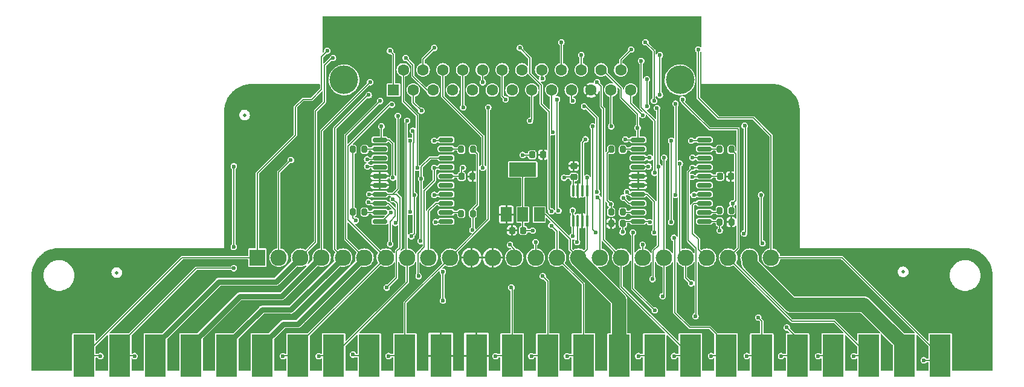
<source format=gbr>
%TF.GenerationSoftware,KiCad,Pcbnew,(6.0.7)*%
%TF.CreationDate,2023-11-19T20:40:49-06:00*%
%TF.ProjectId,Male ECU Connector,4d616c65-2045-4435-9520-436f6e6e6563,rev?*%
%TF.SameCoordinates,Original*%
%TF.FileFunction,Copper,L1,Top*%
%TF.FilePolarity,Positive*%
%FSLAX46Y46*%
G04 Gerber Fmt 4.6, Leading zero omitted, Abs format (unit mm)*
G04 Created by KiCad (PCBNEW (6.0.7)) date 2023-11-19 20:40:49*
%MOMM*%
%LPD*%
G01*
G04 APERTURE LIST*
G04 Aperture macros list*
%AMRoundRect*
0 Rectangle with rounded corners*
0 $1 Rounding radius*
0 $2 $3 $4 $5 $6 $7 $8 $9 X,Y pos of 4 corners*
0 Add a 4 corners polygon primitive as box body*
4,1,4,$2,$3,$4,$5,$6,$7,$8,$9,$2,$3,0*
0 Add four circle primitives for the rounded corners*
1,1,$1+$1,$2,$3*
1,1,$1+$1,$4,$5*
1,1,$1+$1,$6,$7*
1,1,$1+$1,$8,$9*
0 Add four rect primitives between the rounded corners*
20,1,$1+$1,$2,$3,$4,$5,0*
20,1,$1+$1,$4,$5,$6,$7,0*
20,1,$1+$1,$6,$7,$8,$9,0*
20,1,$1+$1,$8,$9,$2,$3,0*%
G04 Aperture macros list end*
%TA.AperFunction,ComponentPad*%
%ADD10C,4.000000*%
%TD*%
%TA.AperFunction,ComponentPad*%
%ADD11R,1.600000X1.600000*%
%TD*%
%TA.AperFunction,ComponentPad*%
%ADD12C,1.600000*%
%TD*%
%TA.AperFunction,SMDPad,CuDef*%
%ADD13R,3.000000X6.000000*%
%TD*%
%TA.AperFunction,ComponentPad*%
%ADD14R,2.300000X2.300000*%
%TD*%
%TA.AperFunction,ComponentPad*%
%ADD15O,2.300000X2.300000*%
%TD*%
%TA.AperFunction,SMDPad,CuDef*%
%ADD16RoundRect,0.225000X-0.225000X-0.250000X0.225000X-0.250000X0.225000X0.250000X-0.225000X0.250000X0*%
%TD*%
%TA.AperFunction,SMDPad,CuDef*%
%ADD17RoundRect,0.200000X-0.200000X-0.275000X0.200000X-0.275000X0.200000X0.275000X-0.200000X0.275000X0*%
%TD*%
%TA.AperFunction,SMDPad,CuDef*%
%ADD18RoundRect,0.200000X0.200000X0.275000X-0.200000X0.275000X-0.200000X-0.275000X0.200000X-0.275000X0*%
%TD*%
%TA.AperFunction,SMDPad,CuDef*%
%ADD19RoundRect,0.225000X0.225000X0.250000X-0.225000X0.250000X-0.225000X-0.250000X0.225000X-0.250000X0*%
%TD*%
%TA.AperFunction,SMDPad,CuDef*%
%ADD20RoundRect,0.225000X0.250000X-0.225000X0.250000X0.225000X-0.250000X0.225000X-0.250000X-0.225000X0*%
%TD*%
%TA.AperFunction,SMDPad,CuDef*%
%ADD21R,1.500000X2.000000*%
%TD*%
%TA.AperFunction,SMDPad,CuDef*%
%ADD22R,3.800000X2.000000*%
%TD*%
%TA.AperFunction,SMDPad,CuDef*%
%ADD23RoundRect,0.150000X-0.875000X-0.150000X0.875000X-0.150000X0.875000X0.150000X-0.875000X0.150000X0*%
%TD*%
%TA.AperFunction,SMDPad,CuDef*%
%ADD24C,0.500000*%
%TD*%
%TA.AperFunction,SMDPad,CuDef*%
%ADD25RoundRect,0.100000X0.100000X-0.712500X0.100000X0.712500X-0.100000X0.712500X-0.100000X-0.712500X0*%
%TD*%
%TA.AperFunction,ViaPad*%
%ADD26C,0.600000*%
%TD*%
%TA.AperFunction,ViaPad*%
%ADD27C,0.800000*%
%TD*%
%TA.AperFunction,Conductor*%
%ADD28C,0.152000*%
%TD*%
%TA.AperFunction,Conductor*%
%ADD29C,0.800000*%
%TD*%
%TA.AperFunction,Conductor*%
%ADD30C,2.000000*%
%TD*%
G04 APERTURE END LIST*
D10*
%TO.P,J1,0*%
%TO.N,N/C*%
X125950000Y-69080000D03*
X173050000Y-69080000D03*
D11*
%TO.P,J1,1,Pin_1*%
%TO.N,Net-(J1-Pad1)*%
X132880000Y-70500000D03*
D12*
%TO.P,J1,2,Pin_2*%
%TO.N,/TPS_WOT_DIAG_II_IV*%
X135650000Y-70500000D03*
%TO.P,J1,3,Pin_3*%
%TO.N,/INJI*%
X138420000Y-70500000D03*
%TO.P,J1,4,Pin_4*%
%TO.N,/INJIII*%
X141190000Y-70500000D03*
%TO.P,J1,5,Pin_5*%
%TO.N,/INJII*%
X143960000Y-70500000D03*
%TO.P,J1,6,Pin_6*%
%TO.N,/INJIV*%
X146730000Y-70500000D03*
%TO.P,J1,7,Pin_7*%
%TO.N,Net-(J1-Pad7)*%
X149500000Y-70500000D03*
%TO.P,J1,8,Pin_8*%
%TO.N,Net-(J1-Pad8)*%
X152270000Y-70500000D03*
%TO.P,J1,9,Pin_9*%
%TO.N,/TPS_ACCEL1*%
X155040000Y-70500000D03*
%TO.P,J1,10,Pin_10*%
%TO.N,Net-(J1-Pad10)*%
X157810000Y-70500000D03*
%TO.P,J1,11,Pin_11*%
%TO.N,/GND*%
X160580000Y-70500000D03*
%TO.P,J1,12,Pin_12*%
%TO.N,/TPS_DISABLE*%
X163350000Y-70500000D03*
%TO.P,J1,13,Pin_13*%
%TO.N,/PGII*%
X166120000Y-70500000D03*
%TO.P,J1,14,Pin_14*%
%TO.N,/PGIV*%
X134265000Y-67660000D03*
%TO.P,J1,15,Pin_15*%
%TO.N,Net-(J1-Pad15)*%
X137035000Y-67660000D03*
%TO.P,J1,16,Pin_16*%
%TO.N,/12V_1*%
X139805000Y-67660000D03*
%TO.P,J1,17,Pin_17*%
%TO.N,/TPS_IDLE*%
X142575000Y-67660000D03*
%TO.P,J1,18,Pin_18*%
%TO.N,Net-(J1-Pad18)*%
X145345000Y-67660000D03*
%TO.P,J1,19,Pin_19*%
%TO.N,/FUEL_PUMP_RELAY*%
X148115000Y-67660000D03*
%TO.P,J1,20,Pin_20*%
%TO.N,/TPS_ACCEL2*%
X150885000Y-67660000D03*
%TO.P,J1,21,Pin_21*%
%TO.N,/PGI*%
X153655000Y-67660000D03*
%TO.P,J1,22,Pin_22*%
%TO.N,/PGIII*%
X156425000Y-67660000D03*
%TO.P,J1,23,Pin_23*%
%TO.N,Net-(J1-Pad23)*%
X159195000Y-67660000D03*
%TO.P,J1,24,Pin_24*%
%TO.N,/FUEL_PUMP_PG_DISABLE*%
X161965000Y-67660000D03*
%TO.P,J1,25,Pin_25*%
%TO.N,Net-(J1-Pad25)*%
X164735000Y-67660000D03*
%TD*%
D13*
%TO.P,J3,A1,T1_AIR*%
%TO.N,Net-(J1-Pad1)*%
X89500000Y-107750000D03*
%TO.P,J3,A2,TPS_WOT_DIAG_II_IV*%
%TO.N,/TPS_WOT_DIAG_II_IV*%
X94500000Y-107750000D03*
%TO.P,J3,A3,INJI*%
%TO.N,/INJI*%
X99500000Y-107750000D03*
%TO.P,J3,A4,INJIII*%
%TO.N,/INJIII*%
X104500000Y-107750000D03*
%TO.P,J3,A5,INJII*%
%TO.N,/INJII*%
X109500000Y-107750000D03*
%TO.P,J3,A6,INJIV*%
%TO.N,/INJIV*%
X114500000Y-107750000D03*
%TO.P,J3,A7,MPS7*%
%TO.N,Net-(J1-Pad7)*%
X119500000Y-107750000D03*
%TO.P,J3,A8,MPS8*%
%TO.N,Net-(J1-Pad8)*%
X124500000Y-107750000D03*
%TO.P,J3,A9,TPS_ACCEL1*%
%TO.N,/TPS_ACCEL1*%
X129500000Y-107750000D03*
%TO.P,J3,A10,MPS10*%
%TO.N,Net-(J1-Pad10)*%
X134500000Y-107750000D03*
%TO.P,J3,A11,GND*%
%TO.N,/GND*%
X139500000Y-107750000D03*
%TO.P,J3,A12,GND*%
X144500000Y-107750000D03*
%TO.P,J3,A13,PGII*%
%TO.N,/PGII*%
X149500000Y-107750000D03*
%TO.P,J3,A14,PGIV*%
%TO.N,/PGIV*%
X154500000Y-107750000D03*
%TO.P,J3,A15,MPS15*%
%TO.N,Net-(J1-Pad15)*%
X159500000Y-107750000D03*
%TO.P,J3,A16,12V*%
%TO.N,/12V_1*%
X164500000Y-107750000D03*
%TO.P,J3,A17,TPS_IDLE*%
%TO.N,/TPS_IDLE*%
X169500000Y-107750000D03*
%TO.P,J3,A18,START*%
%TO.N,Net-(J1-Pad18)*%
X174500000Y-107750000D03*
%TO.P,J3,A19,FUELPUMP*%
%TO.N,/FUEL_PUMP_RELAY*%
X179500000Y-107750000D03*
%TO.P,J3,A20,TPS_ACCEL2*%
%TO.N,/TPS_ACCEL2*%
X184500000Y-107750000D03*
%TO.P,J3,A21,PGI*%
%TO.N,/PGI*%
X189500000Y-107750000D03*
%TO.P,J3,A22,PGIII*%
%TO.N,/PGIII*%
X194500000Y-107750000D03*
%TO.P,J3,A23,T2_COOLANT*%
%TO.N,Net-(J1-Pad23)*%
X199500000Y-107750000D03*
%TO.P,J3,A24,12V*%
%TO.N,/12V_2*%
X204500000Y-107750000D03*
%TO.P,J3,A25,DIAG_I_III*%
%TO.N,Net-(J1-Pad25)*%
X209500000Y-107750000D03*
%TD*%
D14*
%TO.P,J2,1,Pin_1*%
%TO.N,Net-(J1-Pad1)*%
X113800000Y-94000000D03*
D15*
%TO.P,J2,2,Pin_2*%
%TO.N,/ECU_TPS_WOT_DIAG_II_IV*%
X116800000Y-94000000D03*
%TO.P,J2,3,Pin_3*%
%TO.N,/INJI*%
X119800000Y-94000000D03*
%TO.P,J2,4,Pin_4*%
%TO.N,/INJIII*%
X122800000Y-94000000D03*
%TO.P,J2,5,Pin_5*%
%TO.N,/INJII*%
X125800000Y-94000000D03*
%TO.P,J2,6,Pin_6*%
%TO.N,/INJIV*%
X128800000Y-94000000D03*
%TO.P,J2,7,Pin_7*%
%TO.N,Net-(J1-Pad7)*%
X131800000Y-94000000D03*
%TO.P,J2,8,Pin_8*%
%TO.N,Net-(J1-Pad8)*%
X134800000Y-94000000D03*
%TO.P,J2,9,Pin_9*%
%TO.N,/ECU_TPS_ACCEL1*%
X137800000Y-94000000D03*
%TO.P,J2,10,Pin_10*%
%TO.N,Net-(J1-Pad10)*%
X140800000Y-94000000D03*
%TO.P,J2,11,Pin_11*%
%TO.N,/GND*%
X143800000Y-94000000D03*
%TO.P,J2,12,Pin_12*%
X146800000Y-94000000D03*
%TO.P,J2,13,Pin_13*%
%TO.N,/ECU_PGII*%
X149800000Y-94000000D03*
%TO.P,J2,14,Pin_14*%
%TO.N,/ECU_PGIV*%
X152800000Y-94000000D03*
%TO.P,J2,15,Pin_15*%
%TO.N,Net-(J1-Pad15)*%
X155800000Y-94000000D03*
%TO.P,J2,16,Pin_16*%
%TO.N,/12V_1*%
X158800000Y-94000000D03*
%TO.P,J2,17,Pin_17*%
%TO.N,/ECU_TPS_IDLE*%
X161800000Y-94000000D03*
%TO.P,J2,18,Pin_18*%
%TO.N,Net-(J1-Pad18)*%
X164800000Y-94000000D03*
%TO.P,J2,19,Pin_19*%
%TO.N,/ECU_FUEL_PUMP_CTRL*%
X167800000Y-94000000D03*
%TO.P,J2,20,Pin_20*%
%TO.N,/ECU_TPS_ACCEL2*%
X170800000Y-94000000D03*
%TO.P,J2,21,Pin_21*%
%TO.N,/ECU_PGI*%
X173800000Y-94000000D03*
%TO.P,J2,22,Pin_22*%
%TO.N,/ECU_PGIII*%
X176800000Y-94000000D03*
%TO.P,J2,23,Pin_23*%
%TO.N,Net-(J1-Pad23)*%
X179800000Y-94000000D03*
%TO.P,J2,24,Pin_24*%
%TO.N,/12V_2*%
X182800000Y-94000000D03*
%TO.P,J2,25,Pin_25*%
%TO.N,Net-(J1-Pad25)*%
X185800000Y-94000000D03*
%TD*%
D16*
%TO.P,C5,1*%
%TO.N,/12V_1*%
X142425000Y-82600000D03*
%TO.P,C5,2*%
%TO.N,/GND*%
X143975000Y-82600000D03*
%TD*%
D17*
%TO.P,R9,1*%
%TO.N,+5V*%
X127175000Y-87600000D03*
%TO.P,R9,2*%
%TO.N,Net-(R9-Pad2)*%
X128825000Y-87600000D03*
%TD*%
D18*
%TO.P,R10,1*%
%TO.N,+5V*%
X144025000Y-78800000D03*
%TO.P,R10,2*%
%TO.N,Net-(R10-Pad2)*%
X142375000Y-78800000D03*
%TD*%
D19*
%TO.P,C2,1*%
%TO.N,+5V*%
X151055000Y-90170000D03*
%TO.P,C2,2*%
%TO.N,/GND*%
X149505000Y-90170000D03*
%TD*%
D20*
%TO.P,C1,1*%
%TO.N,/12V_1*%
X158155000Y-82687500D03*
%TO.P,C1,2*%
%TO.N,/GND*%
X158155000Y-81137500D03*
%TD*%
D21*
%TO.P,U1,1,GND*%
%TO.N,/GND*%
X148700000Y-87950000D03*
%TO.P,U1,2,VO*%
%TO.N,+5V*%
X151000000Y-87950000D03*
D22*
X151000000Y-81650000D03*
D21*
%TO.P,U1,3,VI*%
%TO.N,/12V_1*%
X153300000Y-87950000D03*
%TD*%
D17*
%TO.P,R6,1*%
%TO.N,+5V*%
X127175000Y-78800000D03*
%TO.P,R6,2*%
%TO.N,Net-(R6-Pad2)*%
X128825000Y-78800000D03*
%TD*%
D16*
%TO.P,C3,1*%
%TO.N,/12V_1*%
X152305000Y-79570000D03*
%TO.P,C3,2*%
%TO.N,/GND*%
X153855000Y-79570000D03*
%TD*%
D23*
%TO.P,U2,1*%
%TO.N,/FUEL_PUMP_PG_DISABLE*%
X167150000Y-77485000D03*
%TO.P,U2,2*%
%TO.N,Net-(R5-Pad2)*%
X167150000Y-78755000D03*
%TO.P,U2,3*%
%TO.N,/ECU_PGI*%
X167150000Y-80025000D03*
%TO.P,U2,4*%
%TO.N,/PGI*%
X167150000Y-81295000D03*
%TO.P,U2,5,V-*%
%TO.N,/GND*%
X167150000Y-82565000D03*
%TO.P,U2,6,GND*%
X167150000Y-83835000D03*
%TO.P,U2,7*%
%TO.N,/TPS_IDLE*%
X167150000Y-85105000D03*
%TO.P,U2,8*%
%TO.N,/ECU_TPS_IDLE*%
X167150000Y-86375000D03*
%TO.P,U2,9*%
%TO.N,Net-(R7-Pad2)*%
X167150000Y-87645000D03*
%TO.P,U2,10*%
%TO.N,/TPS_DISABLE*%
X167150000Y-88915000D03*
%TO.P,U2,11*%
%TO.N,/FUEL_PUMP_PG_DISABLE*%
X176450000Y-88915000D03*
%TO.P,U2,12*%
%TO.N,Net-(R4-Pad2)*%
X176450000Y-87645000D03*
%TO.P,U2,13*%
%TO.N,/ECU_PGIII*%
X176450000Y-86375000D03*
%TO.P,U2,14*%
%TO.N,/PGIII*%
X176450000Y-85105000D03*
%TO.P,U2,15,NC*%
%TO.N,unconnected-(U2-Pad15)*%
X176450000Y-83835000D03*
%TO.P,U2,16,V+*%
%TO.N,/12V_1*%
X176450000Y-82565000D03*
%TO.P,U2,17*%
%TO.N,/TPS_ACCEL2*%
X176450000Y-81295000D03*
%TO.P,U2,18*%
%TO.N,/ECU_TPS_ACCEL2*%
X176450000Y-80025000D03*
%TO.P,U2,19*%
%TO.N,Net-(R8-Pad2)*%
X176450000Y-78755000D03*
%TO.P,U2,20*%
%TO.N,/TPS_DISABLE*%
X176450000Y-77485000D03*
%TD*%
D16*
%TO.P,C4,1*%
%TO.N,/12V_1*%
X178625000Y-82600000D03*
%TO.P,C4,2*%
%TO.N,/GND*%
X180175000Y-82600000D03*
%TD*%
D17*
%TO.P,R1,1*%
%TO.N,/FUEL_PUMP_PG_DISABLE*%
X178575000Y-89000000D03*
%TO.P,R1,2*%
%TO.N,/GND*%
X180225000Y-89000000D03*
%TD*%
%TO.P,R7,1*%
%TO.N,+5V*%
X163375000Y-87600000D03*
%TO.P,R7,2*%
%TO.N,Net-(R7-Pad2)*%
X165025000Y-87600000D03*
%TD*%
%TO.P,R5,1*%
%TO.N,+5V*%
X163375000Y-78800000D03*
%TO.P,R5,2*%
%TO.N,Net-(R5-Pad2)*%
X165025000Y-78800000D03*
%TD*%
D18*
%TO.P,R3,1*%
%TO.N,+5V*%
X144025000Y-87800000D03*
%TO.P,R3,2*%
%TO.N,Net-(R3-Pad2)*%
X142375000Y-87800000D03*
%TD*%
D24*
%TO.P,FID1,*%
%TO.N,*%
X94100000Y-96100000D03*
%TD*%
D23*
%TO.P,U3,1*%
%TO.N,/TPS_DISABLE*%
X130950000Y-77485000D03*
%TO.P,U3,2*%
%TO.N,Net-(R6-Pad2)*%
X130950000Y-78755000D03*
%TO.P,U3,3*%
%TO.N,/ECU_TPS_WOT_DIAG_II_IV*%
X130950000Y-80025000D03*
%TO.P,U3,4*%
%TO.N,/TPS_WOT_DIAG_II_IV*%
X130950000Y-81295000D03*
%TO.P,U3,5,V-*%
%TO.N,/GND*%
X130950000Y-82565000D03*
%TO.P,U3,6,GND*%
X130950000Y-83835000D03*
%TO.P,U3,7*%
%TO.N,/PGII*%
X130950000Y-85105000D03*
%TO.P,U3,8*%
%TO.N,/ECU_PGII*%
X130950000Y-86375000D03*
%TO.P,U3,9*%
%TO.N,Net-(R9-Pad2)*%
X130950000Y-87645000D03*
%TO.P,U3,10*%
%TO.N,/FUEL_PUMP_PG_DISABLE*%
X130950000Y-88915000D03*
%TO.P,U3,11*%
%TO.N,/TPS_DISABLE*%
X140250000Y-88915000D03*
%TO.P,U3,12*%
%TO.N,Net-(R3-Pad2)*%
X140250000Y-87645000D03*
%TO.P,U3,13*%
%TO.N,/ECU_TPS_ACCEL1*%
X140250000Y-86375000D03*
%TO.P,U3,14*%
%TO.N,/TPS_ACCEL1*%
X140250000Y-85105000D03*
%TO.P,U3,15,NC*%
%TO.N,unconnected-(U3-Pad15)*%
X140250000Y-83835000D03*
%TO.P,U3,16,V+*%
%TO.N,/12V_1*%
X140250000Y-82565000D03*
%TO.P,U3,17*%
%TO.N,/PGIV*%
X140250000Y-81295000D03*
%TO.P,U3,18*%
%TO.N,/ECU_PGIV*%
X140250000Y-80025000D03*
%TO.P,U3,19*%
%TO.N,Net-(R10-Pad2)*%
X140250000Y-78755000D03*
%TO.P,U3,20*%
%TO.N,/FUEL_PUMP_PG_DISABLE*%
X140250000Y-77485000D03*
%TD*%
D25*
%TO.P,U4,1*%
%TO.N,/FUEL_PUMP_RELAY*%
X158050000Y-88825000D03*
%TO.P,U4,2*%
%TO.N,/ECU_FUEL_PUMP_CTRL*%
X158700000Y-88825000D03*
%TO.P,U4,3,GND*%
%TO.N,/GND*%
X159350000Y-88825000D03*
%TO.P,U4,4,V+*%
%TO.N,/12V_1*%
X160000000Y-88825000D03*
%TO.P,U4,5,VL*%
X160000000Y-84600000D03*
%TO.P,U4,6*%
%TO.N,/FUEL_PUMP_PG_DISABLE*%
X159350000Y-84600000D03*
%TO.P,U4,7,V-*%
%TO.N,/GND*%
X158700000Y-84600000D03*
%TO.P,U4,8*%
%TO.N,/12V_1*%
X158050000Y-84600000D03*
%TD*%
D24*
%TO.P,FID3,*%
%TO.N,*%
X112000000Y-74000000D03*
%TD*%
D18*
%TO.P,R4,1*%
%TO.N,+5V*%
X180225000Y-87400000D03*
%TO.P,R4,2*%
%TO.N,Net-(R4-Pad2)*%
X178575000Y-87400000D03*
%TD*%
%TO.P,R2,1*%
%TO.N,/TPS_DISABLE*%
X165025000Y-89200000D03*
%TO.P,R2,2*%
%TO.N,/GND*%
X163375000Y-89200000D03*
%TD*%
%TO.P,R8,1*%
%TO.N,+5V*%
X180225000Y-78800000D03*
%TO.P,R8,2*%
%TO.N,Net-(R8-Pad2)*%
X178575000Y-78800000D03*
%TD*%
D24*
%TO.P,FID2,*%
%TO.N,*%
X204300000Y-96000000D03*
%TD*%
D26*
%TO.N,/GND*%
X211682500Y-105972500D03*
X211682500Y-100972500D03*
X206682500Y-100972500D03*
X206682500Y-95972500D03*
X201682500Y-95972500D03*
X186682500Y-105972500D03*
X186682500Y-90972500D03*
X186682500Y-85972500D03*
X186682500Y-80972500D03*
X186682500Y-75972500D03*
X186682500Y-70972500D03*
X181682500Y-105972500D03*
X181682500Y-100972500D03*
X181682500Y-70972500D03*
X176682500Y-105972500D03*
X176682500Y-100972500D03*
X176682500Y-95972500D03*
X176682500Y-70972500D03*
X171682500Y-100972500D03*
X171682500Y-95972500D03*
X171682500Y-75972500D03*
X171682500Y-65972500D03*
X171682500Y-60972500D03*
X166682500Y-105972500D03*
X166682500Y-60972500D03*
X161682500Y-105972500D03*
X161682500Y-100972500D03*
X161682500Y-60972500D03*
X156682500Y-105972500D03*
X156682500Y-100972500D03*
X156682500Y-95972500D03*
X156682500Y-85972500D03*
X156682500Y-60972500D03*
X151682500Y-105972500D03*
X151682500Y-100972500D03*
X151682500Y-95972500D03*
X151682500Y-85972500D03*
X151682500Y-60972500D03*
X146682500Y-100972500D03*
X146682500Y-95972500D03*
X146682500Y-65972500D03*
X146682500Y-60972500D03*
X141682500Y-105972500D03*
X141682500Y-100972500D03*
X141682500Y-90972500D03*
X141682500Y-65972500D03*
X141682500Y-60972500D03*
X136682500Y-105972500D03*
X136682500Y-60972500D03*
X131682500Y-105972500D03*
X131682500Y-95972500D03*
X131682500Y-60972500D03*
X126682500Y-100972500D03*
X126682500Y-60972500D03*
X121682500Y-105972500D03*
X116682500Y-105972500D03*
X116682500Y-70972500D03*
X111682500Y-105972500D03*
X111682500Y-100972500D03*
X111682500Y-95972500D03*
X111682500Y-90972500D03*
X111682500Y-85972500D03*
X111682500Y-75972500D03*
X111682500Y-70972500D03*
X106682500Y-105972500D03*
X101682500Y-105972500D03*
X101682500Y-100972500D03*
X96682500Y-105972500D03*
X96682500Y-95972500D03*
X91682500Y-100972500D03*
X91682500Y-95972500D03*
X86682500Y-105972500D03*
X86682500Y-100972500D03*
X164200000Y-88400000D03*
X158800000Y-86200000D03*
%TO.N,/12V_1*%
X160000000Y-82800000D03*
%TO.N,/GND*%
X159400000Y-87400000D03*
X156800000Y-81200000D03*
X158200000Y-79800000D03*
X161400000Y-71800000D03*
X159200000Y-70000000D03*
X159200000Y-71600000D03*
X180200000Y-81600000D03*
X180200000Y-83600000D03*
X168600000Y-82200000D03*
X165200000Y-82200000D03*
X165200000Y-83800000D03*
X168800000Y-83800000D03*
X180200000Y-90000000D03*
X146800000Y-106800000D03*
X137000000Y-107600000D03*
X142000000Y-107600000D03*
X145600000Y-103800000D03*
X143400000Y-103800000D03*
X140400000Y-103800000D03*
X138400000Y-103800000D03*
X148200000Y-95600000D03*
X148200000Y-92800000D03*
X145200000Y-92800000D03*
X142400000Y-95600000D03*
X145200000Y-95600000D03*
X153800000Y-80800000D03*
X153800000Y-78400000D03*
X155200000Y-79600000D03*
X145200000Y-82600000D03*
X144000000Y-83800000D03*
X129400000Y-82000000D03*
X129400000Y-83200000D03*
X147200000Y-88000000D03*
X148800000Y-86200000D03*
X137000000Y-71000000D03*
X146200000Y-71800000D03*
X150800000Y-71200000D03*
X163400000Y-67000000D03*
X160600000Y-67000000D03*
X157800000Y-67000000D03*
X155000000Y-67000000D03*
X156800000Y-71800000D03*
X93000000Y-100000000D03*
X206800000Y-99600000D03*
%TO.N,/12V_1*%
X145400000Y-81400000D03*
%TO.N,/TPS_WOT_DIAG_II_IV*%
X136800000Y-73400000D03*
%TO.N,Net-(J1-Pad1)*%
X132400000Y-65000000D03*
X123600000Y-65000000D03*
%TO.N,/INJI*%
X134600000Y-66000000D03*
X124400000Y-66000000D03*
%TO.N,/INJIII*%
X129600000Y-69400000D03*
%TO.N,/INJII*%
X129400000Y-71200000D03*
%TO.N,/INJIV*%
X131000000Y-72025000D03*
%TO.N,Net-(J1-Pad7)*%
X132657244Y-72552500D03*
%TO.N,Net-(J1-Pad18)*%
X161400000Y-69400000D03*
X145400000Y-69400000D03*
%TO.N,/TPS_IDLE*%
X159600000Y-72800000D03*
X142640027Y-72927500D03*
%TO.N,/TPS_DISABLE*%
X163400000Y-75600000D03*
%TO.N,/PGI*%
X153728585Y-68872500D03*
X168400000Y-69000000D03*
X169800000Y-73000000D03*
X168400000Y-72800000D03*
%TO.N,/PGIII*%
X168200000Y-63800000D03*
X172400000Y-72400000D03*
X169400000Y-72000000D03*
X156400000Y-63800000D03*
%TO.N,Net-(J1-Pad23)*%
X159200001Y-65600001D03*
X170200000Y-65600000D03*
X170200000Y-71200000D03*
X173400000Y-71800000D03*
%TO.N,Net-(J1-Pad25)*%
X175600000Y-64800000D03*
X166200000Y-64800000D03*
%TO.N,Net-(J1-Pad15)*%
X150600000Y-64600000D03*
X138600000Y-64600000D03*
%TO.N,/TPS_ACCEL2*%
X167600000Y-66400000D03*
%TO.N,/PGII*%
X167800000Y-74000000D03*
%TO.N,/FUEL_PUMP_RELAY*%
X148600000Y-71800000D03*
X155800000Y-71800000D03*
%TO.N,Net-(J1-Pad10)*%
X146154608Y-72927500D03*
X158000000Y-72000000D03*
%TO.N,Net-(J1-Pad8)*%
X152000000Y-74800000D03*
X134800000Y-74800000D03*
%TO.N,/TPS_ACCEL1*%
X155200000Y-76400000D03*
X135600000Y-76200000D03*
%TO.N,Net-(J1-Pad1)*%
X91800000Y-107800000D03*
%TO.N,+5V*%
X163300000Y-86500000D03*
X127600000Y-88800000D03*
X180400000Y-86400000D03*
X152400000Y-90200000D03*
X143944954Y-90109048D03*
%TO.N,Net-(J1-Pad7)*%
X117400000Y-107800000D03*
%TO.N,Net-(J1-Pad8)*%
X122400000Y-107800000D03*
%TO.N,/TPS_WOT_DIAG_II_IV*%
X96600000Y-107800000D03*
X110500000Y-92500000D03*
X110500000Y-95500000D03*
X110500000Y-81200000D03*
X129200000Y-81200000D03*
%TO.N,Net-(J1-Pad10)*%
X132200000Y-107800000D03*
%TO.N,/TPS_ACCEL1*%
X127200000Y-107600000D03*
X135400000Y-91000000D03*
X138600000Y-85200000D03*
X135800000Y-85200000D03*
%TO.N,/TPS_DISABLE*%
X131200000Y-75600000D03*
X165000000Y-90400000D03*
X174600000Y-77600000D03*
X132800000Y-85800000D03*
X138800000Y-89000000D03*
X171800000Y-77600000D03*
X168800000Y-89000000D03*
X160800000Y-75600000D03*
X171800000Y-89000000D03*
X133154880Y-89133830D03*
X161240027Y-90472500D03*
X132800000Y-82800000D03*
%TO.N,/PGII*%
X149400000Y-98200000D03*
X129500000Y-85100000D03*
X133500000Y-74127500D03*
X131927500Y-98200000D03*
X147200000Y-107800000D03*
%TO.N,Net-(J1-Pad15)*%
X155000000Y-87500000D03*
X157200000Y-107800000D03*
X155000000Y-89500000D03*
%TO.N,/PGIV*%
X152200000Y-107800000D03*
X136200000Y-81400000D03*
X138600000Y-81400000D03*
X153800000Y-96600000D03*
X136400000Y-96600000D03*
%TO.N,Net-(J1-Pad18)*%
X172200000Y-107800000D03*
%TO.N,/FUEL_PUMP_RELAY*%
X172200000Y-91200000D03*
X156000000Y-87400000D03*
X158000000Y-87400000D03*
X158000000Y-91000000D03*
X177400000Y-107800000D03*
%TO.N,/TPS_IDLE*%
X169440027Y-90472500D03*
X161400000Y-84800000D03*
X166440027Y-90472500D03*
X167200000Y-107800000D03*
X169500000Y-101400000D03*
X165600000Y-84800000D03*
%TO.N,/TPS_ACCEL2*%
X174800000Y-81400000D03*
X175200000Y-102200000D03*
X184000000Y-102400000D03*
X182400000Y-107800000D03*
X169472500Y-82100525D03*
%TO.N,/PGI*%
X188000000Y-103800000D03*
X170000000Y-81200000D03*
X169200000Y-97000000D03*
X168600000Y-81200000D03*
X187200000Y-107800000D03*
%TO.N,Net-(J1-Pad23)*%
X197400000Y-107800000D03*
%TO.N,/INJIV*%
X116575000Y-104175000D03*
%TO.N,/INJII*%
X111800000Y-103950000D03*
%TO.N,/INJIII*%
X106775000Y-103975000D03*
%TO.N,/INJI*%
X101675000Y-104075000D03*
%TO.N,/GND*%
X120702102Y-103302102D03*
X197000000Y-106600000D03*
X111800000Y-108200000D03*
X172000000Y-103200000D03*
X140000000Y-91000000D03*
X156800000Y-92200000D03*
X167000000Y-102800000D03*
X127800000Y-76200000D03*
X107400000Y-100400000D03*
X127400000Y-102600000D03*
X176200000Y-97600000D03*
X202000000Y-106400000D03*
X171800000Y-106600000D03*
X135200000Y-88400000D03*
X174500000Y-96100000D03*
X146200000Y-91000000D03*
X136189804Y-92789804D03*
X192200000Y-106200000D03*
X155472999Y-95727001D03*
X116600000Y-77800000D03*
X127000000Y-106200000D03*
X92200000Y-106400000D03*
X161600000Y-103200000D03*
X119200000Y-87200000D03*
X206800000Y-106600000D03*
%TO.N,/12V_1*%
X151000000Y-79600000D03*
X174727500Y-82672999D03*
D27*
X164500000Y-103500000D03*
D26*
X142600000Y-81400000D03*
X156800000Y-82800000D03*
%TO.N,Net-(J1-Pad25)*%
X207200000Y-108400000D03*
%TO.N,/PGIII*%
X184400000Y-85200000D03*
X175000000Y-85200000D03*
X192400000Y-107800000D03*
X184600000Y-92000000D03*
X172400000Y-85200000D03*
%TO.N,/ECU_FUEL_PUMP_CTRL*%
X167800000Y-92200000D03*
X158600000Y-91800000D03*
%TO.N,/FUEL_PUMP_PG_DISABLE*%
X178600000Y-90200000D03*
X159800000Y-77400000D03*
X165400000Y-77400000D03*
X135200000Y-77600000D03*
X167100000Y-75800000D03*
X132500000Y-87700000D03*
X135200000Y-87600000D03*
X182000000Y-90600000D03*
X138600000Y-77600000D03*
X182100000Y-75500000D03*
%TO.N,/ECU_TPS_WOT_DIAG_II_IV*%
X118500000Y-80300000D03*
X129200000Y-80200000D03*
%TO.N,/ECU_TPS_ACCEL1*%
X139800000Y-96000000D03*
X139800000Y-100000000D03*
%TO.N,/ECU_PGII*%
X129400000Y-86200000D03*
X149200000Y-92200000D03*
X132418501Y-92096662D03*
%TO.N,/ECU_PGIV*%
X136672500Y-91690083D03*
X152800000Y-91800000D03*
X136751532Y-82951532D03*
%TO.N,/ECU_TPS_IDLE*%
X165100000Y-85600000D03*
X161490151Y-85546075D03*
%TO.N,/ECU_TPS_ACCEL2*%
X170600000Y-99400000D03*
X170800000Y-80000000D03*
X174800000Y-80000000D03*
%TO.N,/ECU_PGI*%
X168772500Y-80000000D03*
X173000000Y-80800000D03*
X174600000Y-97600000D03*
D27*
%TO.N,/12V_2*%
X202225000Y-103975000D03*
%TD*%
D28*
%TO.N,/12V_1*%
X160000000Y-84600000D02*
X160000000Y-82800000D01*
X160000000Y-88825000D02*
X160000000Y-84600000D01*
%TO.N,/INJIII*%
X122800000Y-76200000D02*
X129600000Y-69400000D01*
X122800000Y-94000000D02*
X122800000Y-76200000D01*
%TO.N,Net-(J1-Pad25)*%
X175600000Y-71600000D02*
X175600000Y-64800000D01*
X178400000Y-74400000D02*
X175600000Y-71600000D01*
X183285000Y-74400000D02*
X178400000Y-74400000D01*
X185800000Y-76915000D02*
X183285000Y-74400000D01*
X185800000Y-94000000D02*
X185800000Y-76915000D01*
%TO.N,/PGIII*%
X172465000Y-72465000D02*
X172400000Y-72400000D01*
X172400000Y-85200000D02*
X172465000Y-85135000D01*
X172465000Y-85135000D02*
X172465000Y-72465000D01*
X156425000Y-63825000D02*
X156400000Y-63800000D01*
X156425000Y-67660000D02*
X156425000Y-63825000D01*
%TO.N,Net-(J1-Pad23)*%
X159195000Y-65605002D02*
X159200001Y-65600001D01*
X159195000Y-67660000D02*
X159195000Y-65605002D01*
X170200000Y-71200000D02*
X170200000Y-65600000D01*
%TO.N,/TPS_ACCEL2*%
X167600000Y-72900000D02*
X167600000Y-66400000D01*
X169472500Y-74772500D02*
X167600000Y-72900000D01*
X169472500Y-82100525D02*
X169472500Y-74772500D01*
%TO.N,/PGI*%
X168400000Y-72800000D02*
X168400000Y-69000000D01*
%TO.N,/FUEL_PUMP_PG_DISABLE*%
X162212500Y-67660000D02*
X161965000Y-67660000D01*
X164800000Y-70247500D02*
X162212500Y-67660000D01*
X164800000Y-71600000D02*
X164800000Y-70247500D01*
X167100000Y-73900000D02*
X164800000Y-71600000D01*
X167100000Y-75800000D02*
X167100000Y-73900000D01*
%TO.N,Net-(J1-Pad18)*%
X162305000Y-73105000D02*
X162000000Y-72800000D01*
X162000000Y-72800000D02*
X162000000Y-70000000D01*
X162000000Y-70000000D02*
X161400000Y-69400000D01*
X162305000Y-91505000D02*
X162305000Y-73105000D01*
X164800000Y-94000000D02*
X162305000Y-91505000D01*
%TO.N,/TPS_DISABLE*%
X163350000Y-75550000D02*
X163400000Y-75600000D01*
X163350000Y-70500000D02*
X163350000Y-75550000D01*
X160800000Y-90032473D02*
X160800000Y-75600000D01*
X161240027Y-90472500D02*
X160800000Y-90032473D01*
%TO.N,/TPS_ACCEL1*%
X155040000Y-76240000D02*
X155200000Y-76400000D01*
X155040000Y-70500000D02*
X155040000Y-76240000D01*
%TO.N,/FUEL_PUMP_RELAY*%
X148115000Y-71315000D02*
X148600000Y-71800000D01*
X148115000Y-67660000D02*
X148115000Y-71315000D01*
%TO.N,/TPS_WOT_DIAG_II_IV*%
X135650000Y-72250000D02*
X136800000Y-73400000D01*
X135650000Y-70500000D02*
X135650000Y-72250000D01*
%TO.N,Net-(J1-Pad1)*%
X122800000Y-70400000D02*
X122800000Y-65800000D01*
X121400000Y-71800000D02*
X122800000Y-70400000D01*
X119125000Y-76804216D02*
X119125000Y-72875000D01*
X119125000Y-72875000D02*
X120200000Y-71800000D01*
X113800000Y-82129216D02*
X119125000Y-76804216D01*
X120200000Y-71800000D02*
X121400000Y-71800000D01*
X113800000Y-94000000D02*
X113800000Y-82129216D01*
X122800000Y-65800000D02*
X123600000Y-65000000D01*
%TO.N,/12V_1*%
X145400000Y-77000000D02*
X145400000Y-81400000D01*
X139805000Y-67660000D02*
X139805000Y-71405000D01*
X139805000Y-71405000D02*
X145400000Y-77000000D01*
%TO.N,/PGIV*%
X134265000Y-72119002D02*
X134265000Y-67660000D01*
X136200000Y-74054002D02*
X134265000Y-72119002D01*
X136200000Y-81400000D02*
X136200000Y-74054002D01*
%TO.N,/PGII*%
X133500000Y-84400000D02*
X133500000Y-74127500D01*
X132795000Y-85105000D02*
X133500000Y-84400000D01*
X130950000Y-85105000D02*
X132795000Y-85105000D01*
%TO.N,Net-(J1-Pad1)*%
X132880000Y-65480000D02*
X132880000Y-70500000D01*
X132400000Y-65000000D02*
X132880000Y-65480000D01*
%TO.N,/INJI*%
X124200000Y-66000000D02*
X124400000Y-66000000D01*
X137560000Y-70500000D02*
X138420000Y-70500000D01*
X135600000Y-68540000D02*
X137560000Y-70500000D01*
X135600000Y-67000000D02*
X135600000Y-68540000D01*
X123200000Y-67000000D02*
X124200000Y-66000000D01*
X121968501Y-73436499D02*
X123200000Y-72205000D01*
X121968501Y-91831499D02*
X121968501Y-73436499D01*
X134600000Y-66000000D02*
X135600000Y-67000000D01*
X119800000Y-94000000D02*
X121968501Y-91831499D01*
X123200000Y-72205000D02*
X123200000Y-67000000D01*
%TO.N,/INJII*%
X129285000Y-71200000D02*
X129400000Y-71200000D01*
%TO.N,Net-(J1-Pad7)*%
X132342217Y-72552500D02*
X132657244Y-72552500D01*
X126500000Y-88700000D02*
X126500000Y-78394717D01*
X131800000Y-94000000D02*
X126500000Y-88700000D01*
X126500000Y-78394717D02*
X132342217Y-72552500D01*
%TO.N,Net-(J1-Pad10)*%
X146154608Y-88645392D02*
X146154608Y-72927500D01*
X140800000Y-94000000D02*
X146154608Y-88645392D01*
%TO.N,/TPS_IDLE*%
X142575000Y-72862473D02*
X142640027Y-72927500D01*
X142575000Y-67660000D02*
X142575000Y-72862473D01*
%TO.N,Net-(J1-Pad18)*%
X145400000Y-69400000D02*
X145345000Y-69345000D01*
%TO.N,/PGI*%
X153655000Y-68798915D02*
X153728585Y-68872500D01*
X153655000Y-67660000D02*
X153655000Y-68798915D01*
%TO.N,Net-(J1-Pad18)*%
X145345000Y-69345000D02*
X145345000Y-67660000D01*
%TO.N,/TPS_IDLE*%
X159800000Y-72800000D02*
X159600000Y-72800000D01*
X159800000Y-72800000D02*
X161400000Y-74400000D01*
X159765000Y-72765000D02*
X159800000Y-72800000D01*
%TO.N,/PGI*%
X169925000Y-73000000D02*
X169800000Y-73000000D01*
X169925000Y-81125000D02*
X170000000Y-81200000D01*
X169925000Y-73000000D02*
X169925000Y-81125000D01*
%TO.N,/PGIII*%
X169400000Y-65000000D02*
X168200000Y-63800000D01*
X169400000Y-72000000D02*
X169400000Y-65000000D01*
%TO.N,Net-(J1-Pad23)*%
X175005000Y-73751705D02*
X173400000Y-72146705D01*
X173400000Y-72146705D02*
X173400000Y-71800000D01*
%TO.N,/PGII*%
X166120000Y-72320000D02*
X166120000Y-70500000D01*
X167800000Y-74000000D02*
X166120000Y-72320000D01*
%TO.N,Net-(J1-Pad15)*%
X137035000Y-66165000D02*
X137035000Y-67660000D01*
X138600000Y-64600000D02*
X137035000Y-66165000D01*
X152000000Y-66000000D02*
X150600000Y-64600000D01*
X152000000Y-68200000D02*
X152000000Y-66000000D01*
X153600000Y-69800000D02*
X152000000Y-68200000D01*
X153600000Y-72440000D02*
X153600000Y-69800000D01*
X154672500Y-73512500D02*
X153600000Y-72440000D01*
%TO.N,/FUEL_PUMP_RELAY*%
X155800000Y-74800000D02*
X155800000Y-71800000D01*
%TO.N,Net-(J1-Pad10)*%
X158000000Y-72000000D02*
X157810000Y-71810000D01*
X157810000Y-71810000D02*
X157810000Y-70500000D01*
%TO.N,Net-(J1-Pad8)*%
X152270000Y-74530000D02*
X152270000Y-70500000D01*
X152000000Y-74800000D02*
X152270000Y-74530000D01*
X134700000Y-74800000D02*
X134800000Y-74800000D01*
X134672500Y-74827500D02*
X134700000Y-74800000D01*
%TO.N,Net-(J1-Pad15)*%
X154672500Y-87172500D02*
X154672500Y-73512500D01*
X155000000Y-87500000D02*
X154672500Y-87172500D01*
%TO.N,/TPS_ACCEL1*%
X135655000Y-76200000D02*
X135600000Y-76200000D01*
X135727500Y-76272500D02*
X135655000Y-76200000D01*
%TO.N,Net-(J1-Pad25)*%
X164735000Y-66265000D02*
X164735000Y-67660000D01*
X166200000Y-64800000D02*
X164735000Y-66265000D01*
%TO.N,Net-(J1-Pad23)*%
X177181295Y-75928000D02*
X175005000Y-73751705D01*
X181156501Y-75928714D02*
X181155787Y-75928000D01*
X181155787Y-75928000D02*
X177181295Y-75928000D01*
X181156501Y-92643499D02*
X181156501Y-75928714D01*
X179800000Y-94000000D02*
X181156501Y-92643499D01*
%TO.N,/TPS_IDLE*%
X161400000Y-74400000D02*
X161400000Y-84800000D01*
%TO.N,/INJIV*%
X126196499Y-76828501D02*
X131000000Y-72025000D01*
X126196499Y-91396499D02*
X126196499Y-76828501D01*
X128800000Y-94000000D02*
X126196499Y-91396499D01*
%TO.N,Net-(J1-Pad1)*%
X91750000Y-107750000D02*
X89500000Y-107750000D01*
X103250000Y-94000000D02*
X113800000Y-94000000D01*
X89500000Y-107750000D02*
X103250000Y-94000000D01*
X91800000Y-107800000D02*
X91750000Y-107750000D01*
%TO.N,+5V*%
X151085000Y-90200000D02*
X151055000Y-90170000D01*
X144025000Y-90029002D02*
X143944954Y-90109048D01*
X180853000Y-85947000D02*
X180400000Y-86400000D01*
X151000000Y-87950000D02*
X151000000Y-90115000D01*
X144653000Y-79428000D02*
X144025000Y-78800000D01*
X127600000Y-88800000D02*
X127200000Y-88400000D01*
X180400000Y-87225000D02*
X180225000Y-87400000D01*
X127200000Y-88400000D02*
X127200000Y-87625000D01*
X163375000Y-86575000D02*
X163300000Y-86500000D01*
X144025000Y-87800000D02*
X144025000Y-90029002D01*
X152400000Y-90200000D02*
X151085000Y-90200000D01*
X151000000Y-87950000D02*
X151000000Y-81650000D01*
X151000000Y-90115000D02*
X151055000Y-90170000D01*
X180853000Y-79428000D02*
X180225000Y-78800000D01*
X162800000Y-86000000D02*
X163300000Y-86500000D01*
X163375000Y-78800000D02*
X162800000Y-79375000D01*
X144025000Y-87800000D02*
X144025000Y-87175000D01*
X144025000Y-87175000D02*
X144653000Y-86547000D01*
X127175000Y-87600000D02*
X127175000Y-78800000D01*
X180853000Y-79428000D02*
X180853000Y-85947000D01*
X144653000Y-86547000D02*
X144653000Y-79428000D01*
X162800000Y-79375000D02*
X162800000Y-86000000D01*
X163375000Y-87600000D02*
X163375000Y-86575000D01*
X180400000Y-86400000D02*
X180400000Y-87225000D01*
X127200000Y-87625000D02*
X127175000Y-87600000D01*
%TO.N,Net-(J1-Pad7)*%
X119500000Y-107750000D02*
X117450000Y-107750000D01*
X117450000Y-107750000D02*
X117400000Y-107800000D01*
X119500000Y-107750000D02*
X119500000Y-106300000D01*
X119500000Y-106300000D02*
X131800000Y-94000000D01*
%TO.N,Net-(J1-Pad8)*%
X134800000Y-94000000D02*
X134672500Y-93872500D01*
X124500000Y-107750000D02*
X134800000Y-97450000D01*
X134672500Y-93872500D02*
X134672500Y-74827500D01*
X122400000Y-107800000D02*
X122450000Y-107750000D01*
X134800000Y-97450000D02*
X134800000Y-94000000D01*
X122450000Y-107750000D02*
X124500000Y-107750000D01*
%TO.N,/TPS_WOT_DIAG_II_IV*%
X94500000Y-107750000D02*
X94500000Y-106250000D01*
X129200000Y-81200000D02*
X130855000Y-81200000D01*
X94500000Y-106250000D02*
X105250000Y-95500000D01*
X96550000Y-107750000D02*
X96600000Y-107800000D01*
X105250000Y-95500000D02*
X110500000Y-95500000D01*
X94500000Y-107750000D02*
X96550000Y-107750000D01*
X130855000Y-81200000D02*
X130950000Y-81295000D01*
X110500000Y-92500000D02*
X110500000Y-81200000D01*
%TO.N,Net-(J1-Pad10)*%
X132250000Y-107750000D02*
X134500000Y-107750000D01*
X134500000Y-107750000D02*
X134500000Y-100300000D01*
X134500000Y-100300000D02*
X140800000Y-94000000D01*
X132200000Y-107800000D02*
X132250000Y-107750000D01*
%TO.N,/TPS_ACCEL1*%
X127350000Y-107750000D02*
X127200000Y-107600000D01*
X129500000Y-107750000D02*
X127350000Y-107750000D01*
X140155000Y-85200000D02*
X140250000Y-85105000D01*
X135800000Y-90600000D02*
X135400000Y-91000000D01*
X135672500Y-85072500D02*
X135800000Y-85200000D01*
X135800000Y-85200000D02*
X135800000Y-90600000D01*
X135672500Y-77873498D02*
X135672500Y-85072500D01*
X135727500Y-76272500D02*
X135727500Y-77818498D01*
X135727500Y-77818498D02*
X135672500Y-77873498D01*
X138600000Y-85200000D02*
X140155000Y-85200000D01*
%TO.N,/TPS_DISABLE*%
X130950000Y-77485000D02*
X131200000Y-77235000D01*
X130950000Y-77485000D02*
X132285000Y-77485000D01*
X138800000Y-89000000D02*
X140165000Y-89000000D01*
X133431001Y-86431001D02*
X133431001Y-88857709D01*
X131200000Y-77235000D02*
X131200000Y-75600000D01*
X132285000Y-77485000D02*
X132800000Y-78000000D01*
X140165000Y-89000000D02*
X140250000Y-88915000D01*
X174600000Y-77600000D02*
X176335000Y-77600000D01*
X167150000Y-88915000D02*
X165310000Y-88915000D01*
X168715000Y-88915000D02*
X168800000Y-89000000D01*
X133431001Y-88857709D02*
X133154880Y-89133830D01*
X165025000Y-90375000D02*
X165000000Y-90400000D01*
X165310000Y-88915000D02*
X165025000Y-89200000D01*
X165025000Y-89200000D02*
X165025000Y-90375000D01*
X132800000Y-78000000D02*
X132800000Y-82800000D01*
X167150000Y-88915000D02*
X168715000Y-88915000D01*
X132800000Y-85800000D02*
X133431001Y-86431001D01*
X171800000Y-89000000D02*
X171800000Y-77600000D01*
X176335000Y-77600000D02*
X176450000Y-77485000D01*
%TO.N,/PGII*%
X149400000Y-98200000D02*
X149500000Y-98300000D01*
X133800000Y-92625607D02*
X133300000Y-93125607D01*
X133305000Y-85105000D02*
X133800000Y-85600000D01*
X129505000Y-85105000D02*
X129500000Y-85100000D01*
X133300000Y-96827500D02*
X131927500Y-98200000D01*
X147250000Y-107750000D02*
X147200000Y-107800000D01*
X149500000Y-98300000D02*
X149500000Y-107750000D01*
X133800000Y-85600000D02*
X133800000Y-92625607D01*
X149500000Y-107750000D02*
X147250000Y-107750000D01*
X133300000Y-93125607D02*
X133300000Y-96827500D01*
X130950000Y-85105000D02*
X133305000Y-85105000D01*
X130950000Y-85105000D02*
X129505000Y-85105000D01*
%TO.N,Net-(J1-Pad15)*%
X159500000Y-97700000D02*
X155800000Y-94000000D01*
X155800000Y-94000000D02*
X155800000Y-90300000D01*
X155800000Y-90300000D02*
X155000000Y-89500000D01*
X157250000Y-107750000D02*
X157200000Y-107800000D01*
X159500000Y-107750000D02*
X159500000Y-97700000D01*
X159500000Y-107750000D02*
X157250000Y-107750000D01*
%TO.N,/PGIV*%
X138600000Y-81400000D02*
X140145000Y-81400000D01*
X138600000Y-81400000D02*
X138600000Y-83200000D01*
X137200000Y-92525607D02*
X136300000Y-93425607D01*
X137200000Y-84600000D02*
X137200000Y-92525607D01*
X136300000Y-93425607D02*
X136300000Y-96500000D01*
X152200000Y-107800000D02*
X152250000Y-107750000D01*
X152250000Y-107750000D02*
X154500000Y-107750000D01*
X138600000Y-83200000D02*
X137200000Y-84600000D01*
X140145000Y-81400000D02*
X140250000Y-81295000D01*
X153800000Y-96600000D02*
X154500000Y-97300000D01*
X154500000Y-97300000D02*
X154500000Y-107750000D01*
X136300000Y-96500000D02*
X136400000Y-96600000D01*
%TO.N,Net-(J1-Pad18)*%
X174500000Y-107750000D02*
X172250000Y-107750000D01*
X172250000Y-107750000D02*
X172200000Y-107800000D01*
X174500000Y-107750000D02*
X164800000Y-98050000D01*
X164800000Y-98050000D02*
X164800000Y-94000000D01*
%TO.N,/FUEL_PUMP_RELAY*%
X155800000Y-74800000D02*
X155800000Y-87200000D01*
X158000000Y-88775000D02*
X158050000Y-88825000D01*
X179500000Y-106100000D02*
X179500000Y-107750000D01*
X158000000Y-87400000D02*
X158000000Y-88775000D01*
X177200000Y-103800000D02*
X179500000Y-106100000D01*
X155800000Y-87200000D02*
X156000000Y-87400000D01*
X177450000Y-107750000D02*
X179500000Y-107750000D01*
X174400000Y-103800000D02*
X177200000Y-103800000D01*
X158050000Y-88825000D02*
X158050000Y-90950000D01*
X177400000Y-107800000D02*
X177450000Y-107750000D01*
X172200000Y-91200000D02*
X172300000Y-91300000D01*
X172300000Y-91300000D02*
X172300000Y-101700000D01*
X172300000Y-101700000D02*
X174400000Y-103800000D01*
X158050000Y-90950000D02*
X158000000Y-91000000D01*
%TO.N,/TPS_IDLE*%
X167200000Y-107800000D02*
X167250000Y-107750000D01*
X166400000Y-90512527D02*
X166400000Y-98300000D01*
X166440027Y-90472500D02*
X166400000Y-90512527D01*
X165905000Y-85105000D02*
X167150000Y-85105000D01*
X166400000Y-98300000D02*
X169500000Y-101400000D01*
X165600000Y-84800000D02*
X165905000Y-85105000D01*
X167150000Y-85105000D02*
X168405000Y-85105000D01*
X167250000Y-107750000D02*
X169500000Y-107750000D01*
X169440027Y-86140027D02*
X169440027Y-90472500D01*
X168405000Y-85105000D02*
X169440027Y-86140027D01*
%TO.N,/TPS_ACCEL2*%
X175300000Y-92700000D02*
X175300000Y-102100000D01*
X184500000Y-102900000D02*
X184500000Y-107750000D01*
X184500000Y-107750000D02*
X182450000Y-107750000D01*
X175300000Y-102100000D02*
X175200000Y-102200000D01*
X182450000Y-107750000D02*
X182400000Y-107800000D01*
X176345000Y-81400000D02*
X176450000Y-81295000D01*
X184000000Y-102400000D02*
X184500000Y-102900000D01*
X174800000Y-81400000D02*
X176345000Y-81400000D01*
X174200000Y-82000000D02*
X174200000Y-91600000D01*
X174200000Y-91600000D02*
X175300000Y-92700000D01*
X174800000Y-81400000D02*
X174200000Y-82000000D01*
%TO.N,/PGI*%
X168600000Y-81200000D02*
X167245000Y-81200000D01*
X187200000Y-107800000D02*
X187250000Y-107750000D01*
X188000000Y-103800000D02*
X189500000Y-105300000D01*
X170000000Y-92325607D02*
X169300000Y-93025607D01*
X189500000Y-105300000D02*
X189500000Y-107750000D01*
X169300000Y-96900000D02*
X169200000Y-97000000D01*
X169300000Y-93025607D02*
X169300000Y-96900000D01*
X170000000Y-81200000D02*
X170000000Y-92325607D01*
X167245000Y-81200000D02*
X167150000Y-81295000D01*
X187250000Y-107750000D02*
X189500000Y-107750000D01*
%TO.N,Net-(J1-Pad23)*%
X188700000Y-102900000D02*
X179800000Y-94000000D01*
X197400000Y-107800000D02*
X197450000Y-107750000D01*
X197450000Y-107750000D02*
X199500000Y-107750000D01*
X199500000Y-107750000D02*
X194650000Y-102900000D01*
X194650000Y-102900000D02*
X188700000Y-102900000D01*
D29*
%TO.N,/INJIV*%
X114500000Y-107750000D02*
X114500000Y-106250000D01*
X117450000Y-103300000D02*
X119500000Y-103300000D01*
X116575000Y-104175000D02*
X117450000Y-103300000D01*
X114500000Y-106250000D02*
X116575000Y-104175000D01*
X119500000Y-103300000D02*
X128800000Y-94000000D01*
%TO.N,/INJII*%
X114450000Y-101300000D02*
X118500000Y-101300000D01*
D28*
X124650000Y-92850000D02*
X124650000Y-75835000D01*
X125800000Y-94000000D02*
X124650000Y-92850000D01*
D29*
X109500000Y-106250000D02*
X111800000Y-103950000D01*
D28*
X124650000Y-75835000D02*
X129285000Y-71200000D01*
D29*
X109500000Y-107750000D02*
X109500000Y-106250000D01*
X118500000Y-101300000D02*
X125800000Y-94000000D01*
X111800000Y-103950000D02*
X114450000Y-101300000D01*
%TO.N,/INJIII*%
X104500000Y-107750000D02*
X104500000Y-106250000D01*
X117200000Y-99400000D02*
X122600000Y-94000000D01*
X111350000Y-99400000D02*
X117200000Y-99400000D01*
X122600000Y-94000000D02*
X122800000Y-94000000D01*
X106775000Y-103975000D02*
X111350000Y-99400000D01*
X104500000Y-106250000D02*
X106775000Y-103975000D01*
%TO.N,/INJI*%
X116400000Y-97400000D02*
X119800000Y-94000000D01*
X101675000Y-104075000D02*
X108350000Y-97400000D01*
X108350000Y-97400000D02*
X116400000Y-97400000D01*
X99500000Y-107750000D02*
X99500000Y-106250000D01*
X99500000Y-106250000D02*
X101675000Y-104075000D01*
D28*
%TO.N,/12V_1*%
X176450000Y-82565000D02*
X176342001Y-82672999D01*
X157650000Y-92850000D02*
X158800000Y-94000000D01*
X158050000Y-84600000D02*
X158050000Y-82792500D01*
X153300000Y-87950000D02*
X154202000Y-87950000D01*
X142390000Y-82565000D02*
X142425000Y-82600000D01*
X176450000Y-82565000D02*
X178590000Y-82565000D01*
D30*
X164500000Y-107750000D02*
X164500000Y-103500000D01*
D28*
X176342001Y-82672999D02*
X174727500Y-82672999D01*
X160000000Y-92800000D02*
X158800000Y-94000000D01*
X142425000Y-81575000D02*
X142600000Y-81400000D01*
D30*
X164500000Y-103500000D02*
X164500000Y-99955520D01*
D28*
X140250000Y-82565000D02*
X142390000Y-82565000D01*
X154202000Y-87950000D02*
X157650000Y-91398000D01*
X160000000Y-88825000D02*
X160000000Y-92800000D01*
X178590000Y-82565000D02*
X178625000Y-82600000D01*
X152275000Y-79600000D02*
X152305000Y-79570000D01*
X142425000Y-82600000D02*
X142425000Y-81575000D01*
X151000000Y-79600000D02*
X152275000Y-79600000D01*
X158050000Y-82792500D02*
X158155000Y-82687500D01*
X158155000Y-82687500D02*
X156912500Y-82687500D01*
X157650000Y-91398000D02*
X157650000Y-92850000D01*
X156912500Y-82687500D02*
X156800000Y-82800000D01*
D30*
X158800000Y-94255520D02*
X158800000Y-94000000D01*
X164500000Y-99955520D02*
X158800000Y-94255520D01*
D28*
%TO.N,Net-(J1-Pad25)*%
X209500000Y-107750000D02*
X195750000Y-94000000D01*
X195750000Y-94000000D02*
X185800000Y-94000000D01*
X209500000Y-107750000D02*
X208850000Y-108400000D01*
X208850000Y-108400000D02*
X207200000Y-108400000D01*
%TO.N,/PGIII*%
X184600000Y-92000000D02*
X184400000Y-91800000D01*
X176355000Y-85200000D02*
X176450000Y-85105000D01*
X194500000Y-107750000D02*
X192450000Y-107750000D01*
X175000000Y-85200000D02*
X176355000Y-85200000D01*
X192450000Y-107750000D02*
X192400000Y-107800000D01*
X184400000Y-91800000D02*
X184400000Y-85200000D01*
%TO.N,/ECU_FUEL_PUMP_CTRL*%
X158700000Y-91700000D02*
X158700000Y-88825000D01*
X158600000Y-91800000D02*
X158700000Y-91700000D01*
X167800000Y-94000000D02*
X167800000Y-92200000D01*
%TO.N,/FUEL_PUMP_PG_DISABLE*%
X138600000Y-77600000D02*
X140135000Y-77600000D01*
X131285000Y-88915000D02*
X132500000Y-87700000D01*
X167150000Y-77485000D02*
X165485000Y-77485000D01*
X135200000Y-87600000D02*
X135200000Y-77600000D01*
X140135000Y-77600000D02*
X140250000Y-77485000D01*
X167150000Y-75850000D02*
X167100000Y-75800000D01*
X178490000Y-88915000D02*
X178575000Y-89000000D01*
X182000000Y-90600000D02*
X182200000Y-90400000D01*
X159350000Y-84600000D02*
X159350000Y-77850000D01*
X159350000Y-77850000D02*
X159800000Y-77400000D01*
X182200000Y-75600000D02*
X182100000Y-75500000D01*
X178600000Y-89025000D02*
X178575000Y-89000000D01*
X167150000Y-77485000D02*
X167150000Y-75850000D01*
X165485000Y-77485000D02*
X165400000Y-77400000D01*
X176450000Y-88915000D02*
X178490000Y-88915000D01*
X178600000Y-90200000D02*
X178600000Y-89025000D01*
X182200000Y-90400000D02*
X182200000Y-75600000D01*
X130950000Y-88915000D02*
X131285000Y-88915000D01*
%TO.N,/ECU_TPS_WOT_DIAG_II_IV*%
X116800000Y-82000000D02*
X118500000Y-80300000D01*
X130775000Y-80200000D02*
X130950000Y-80025000D01*
X129200000Y-80200000D02*
X130775000Y-80200000D01*
X116800000Y-94000000D02*
X116800000Y-82000000D01*
%TO.N,/ECU_TPS_ACCEL1*%
X138825000Y-86375000D02*
X140250000Y-86375000D01*
X137800000Y-94000000D02*
X137800000Y-87400000D01*
X137800000Y-87400000D02*
X138825000Y-86375000D01*
X139800000Y-96000000D02*
X139800000Y-100000000D01*
%TO.N,/ECU_PGII*%
X130950000Y-86375000D02*
X129575000Y-86375000D01*
X133127500Y-88218498D02*
X132418501Y-88927497D01*
X149800000Y-92800000D02*
X149200000Y-92200000D01*
X129575000Y-86375000D02*
X129400000Y-86200000D01*
X149800000Y-94000000D02*
X149800000Y-92800000D01*
X132418501Y-88927497D02*
X132418501Y-92096662D01*
X130950000Y-86375000D02*
X132175000Y-86375000D01*
X132175000Y-86375000D02*
X133127500Y-87327500D01*
X133127500Y-87327500D02*
X133127500Y-88218498D01*
%TO.N,/ECU_PGIV*%
X152800000Y-94000000D02*
X152800000Y-91800000D01*
X138004216Y-80025000D02*
X136751532Y-81277684D01*
X136751532Y-82951532D02*
X136751532Y-91611051D01*
X136751532Y-81277684D02*
X136751532Y-82951532D01*
X136751532Y-91611051D02*
X136672500Y-91690083D01*
X140250000Y-80025000D02*
X138004216Y-80025000D01*
%TO.N,/ECU_TPS_IDLE*%
X167150000Y-86375000D02*
X165875000Y-86375000D01*
X161800000Y-85855924D02*
X161490151Y-85546075D01*
X161800000Y-94000000D02*
X161800000Y-85855924D01*
X165875000Y-86375000D02*
X165100000Y-85600000D01*
%TO.N,/ECU_TPS_ACCEL2*%
X176425000Y-80000000D02*
X176450000Y-80025000D01*
X170800000Y-99200000D02*
X170600000Y-99400000D01*
X170800000Y-94000000D02*
X170800000Y-99200000D01*
X170800000Y-94000000D02*
X170800000Y-80000000D01*
X174800000Y-80000000D02*
X176425000Y-80000000D01*
%TO.N,/ECU_PGI*%
X173000000Y-93200000D02*
X173000000Y-80800000D01*
X167175000Y-80000000D02*
X168772500Y-80000000D01*
X167150000Y-80025000D02*
X167175000Y-80000000D01*
X173800000Y-94000000D02*
X173000000Y-93200000D01*
X174600000Y-97600000D02*
X173800000Y-96800000D01*
X173800000Y-96800000D02*
X173800000Y-94000000D01*
%TO.N,/ECU_PGIII*%
X176800000Y-94000000D02*
X175603501Y-92803501D01*
X175603501Y-92803501D02*
X175603501Y-91403501D01*
X175603501Y-91403501D02*
X174800000Y-90600000D01*
X174800000Y-86600000D02*
X175025000Y-86375000D01*
X175025000Y-86375000D02*
X176450000Y-86375000D01*
X174800000Y-90600000D02*
X174800000Y-86600000D01*
%TO.N,Net-(R3-Pad2)*%
X142220000Y-87645000D02*
X142375000Y-87800000D01*
X140250000Y-87645000D02*
X142220000Y-87645000D01*
%TO.N,Net-(R4-Pad2)*%
X178330000Y-87645000D02*
X178575000Y-87400000D01*
X176450000Y-87645000D02*
X178330000Y-87645000D01*
%TO.N,Net-(R5-Pad2)*%
X167150000Y-78755000D02*
X165070000Y-78755000D01*
X165070000Y-78755000D02*
X165025000Y-78800000D01*
%TO.N,Net-(R6-Pad2)*%
X130950000Y-78755000D02*
X128870000Y-78755000D01*
X128870000Y-78755000D02*
X128825000Y-78800000D01*
%TO.N,Net-(R7-Pad2)*%
X165070000Y-87645000D02*
X165025000Y-87600000D01*
X167150000Y-87645000D02*
X165070000Y-87645000D01*
%TO.N,Net-(R8-Pad2)*%
X176450000Y-78755000D02*
X178530000Y-78755000D01*
X178530000Y-78755000D02*
X178575000Y-78800000D01*
%TO.N,Net-(R9-Pad2)*%
X130950000Y-87645000D02*
X128870000Y-87645000D01*
X128870000Y-87645000D02*
X128825000Y-87600000D01*
%TO.N,Net-(R10-Pad2)*%
X140250000Y-78755000D02*
X142330000Y-78755000D01*
X142330000Y-78755000D02*
X142375000Y-78800000D01*
D30*
%TO.N,/12V_2*%
X182800000Y-94800000D02*
X182800000Y-94000000D01*
X198850000Y-100600000D02*
X188600000Y-100600000D01*
X188600000Y-100600000D02*
X182800000Y-94800000D01*
X202225000Y-103975000D02*
X198850000Y-100600000D01*
X204500000Y-107750000D02*
X204500000Y-106250000D01*
X204500000Y-106250000D02*
X202225000Y-103975000D01*
%TD*%
%TA.AperFunction,Conductor*%
%TO.N,/GND*%
G36*
X122939518Y-70671277D02*
G01*
X122968944Y-70713302D01*
X122971500Y-70732713D01*
X122971500Y-72079286D01*
X122953953Y-72127495D01*
X122949533Y-72132319D01*
X121812559Y-73269294D01*
X121809711Y-73271997D01*
X121779511Y-73299189D01*
X121769817Y-73320963D01*
X121769470Y-73321742D01*
X121763854Y-73332084D01*
X121750412Y-73352783D01*
X121749065Y-73361288D01*
X121743506Y-73380056D01*
X121743206Y-73380731D01*
X121740001Y-73387930D01*
X121740001Y-73412615D01*
X121739078Y-73424347D01*
X121735217Y-73448725D01*
X121737256Y-73456335D01*
X121737256Y-73456336D01*
X121737446Y-73457044D01*
X121740001Y-73476455D01*
X121740001Y-91705785D01*
X121722454Y-91753994D01*
X121718034Y-91758818D01*
X120589651Y-92887201D01*
X120543155Y-92908883D01*
X120493601Y-92895605D01*
X120453738Y-92867693D01*
X120247183Y-92771375D01*
X120170490Y-92750825D01*
X120030211Y-92713237D01*
X120030207Y-92713236D01*
X120027041Y-92712388D01*
X120023782Y-92712103D01*
X120023777Y-92712102D01*
X119803258Y-92692810D01*
X119800000Y-92692525D01*
X119796742Y-92692810D01*
X119576223Y-92712102D01*
X119576218Y-92712103D01*
X119572959Y-92712388D01*
X119569793Y-92713236D01*
X119569789Y-92713237D01*
X119429510Y-92750825D01*
X119352817Y-92771375D01*
X119146263Y-92867693D01*
X119143582Y-92869570D01*
X119143579Y-92869572D01*
X119042271Y-92940509D01*
X118959571Y-92998416D01*
X118798416Y-93159571D01*
X118796536Y-93162256D01*
X118669572Y-93343579D01*
X118669570Y-93343582D01*
X118667693Y-93346263D01*
X118571375Y-93552817D01*
X118570525Y-93555990D01*
X118513266Y-93769684D01*
X118512388Y-93772959D01*
X118512103Y-93776218D01*
X118512102Y-93776223D01*
X118503636Y-93873000D01*
X118492525Y-94000000D01*
X118492810Y-94003258D01*
X118511980Y-94222372D01*
X118512388Y-94227041D01*
X118560187Y-94405428D01*
X118555716Y-94456534D01*
X118540776Y-94477871D01*
X116193114Y-96825533D01*
X116146618Y-96847215D01*
X116140081Y-96847500D01*
X108363979Y-96847500D01*
X108360838Y-96847434D01*
X108302623Y-96844994D01*
X108297517Y-96844780D01*
X108292546Y-96845946D01*
X108292545Y-96845946D01*
X108271743Y-96850825D01*
X108253589Y-96855083D01*
X108252625Y-96855309D01*
X108245681Y-96856595D01*
X108200025Y-96862850D01*
X108181964Y-96870666D01*
X108169307Y-96874852D01*
X108150141Y-96879347D01*
X108145663Y-96881809D01*
X108145660Y-96881810D01*
X108109747Y-96901554D01*
X108103402Y-96904662D01*
X108061099Y-96922968D01*
X108057129Y-96926183D01*
X108045798Y-96935358D01*
X108034733Y-96942793D01*
X108020936Y-96950378D01*
X108020933Y-96950380D01*
X108017490Y-96952273D01*
X108014517Y-96954840D01*
X108014513Y-96954842D01*
X108011307Y-96957610D01*
X108009335Y-96959312D01*
X107982809Y-96985838D01*
X107976976Y-96991090D01*
X107943459Y-97018232D01*
X107940498Y-97022399D01*
X107940493Y-97022404D01*
X107930020Y-97037141D01*
X107921919Y-97046728D01*
X100393114Y-104575533D01*
X100346618Y-104597215D01*
X100340081Y-104597500D01*
X97984978Y-104597500D01*
X97980172Y-104598456D01*
X97947740Y-104604907D01*
X97947739Y-104604907D01*
X97940497Y-104606348D01*
X97890053Y-104640053D01*
X97856348Y-104690497D01*
X97847500Y-104734978D01*
X97847500Y-109772500D01*
X97829953Y-109820709D01*
X97785524Y-109846361D01*
X97772500Y-109847500D01*
X96227500Y-109847500D01*
X96179291Y-109829953D01*
X96153639Y-109785524D01*
X96152500Y-109772500D01*
X96152500Y-108176705D01*
X96170047Y-108128496D01*
X96214476Y-108102844D01*
X96265000Y-108111753D01*
X96284911Y-108128446D01*
X96295293Y-108140797D01*
X96403191Y-108212620D01*
X96526910Y-108251272D01*
X96656505Y-108253648D01*
X96661658Y-108252243D01*
X96661659Y-108252243D01*
X96776407Y-108220958D01*
X96776406Y-108220958D01*
X96781557Y-108219554D01*
X96892015Y-108151733D01*
X96978997Y-108055637D01*
X97035512Y-107938990D01*
X97036398Y-107933724D01*
X97036399Y-107933721D01*
X97056536Y-107814028D01*
X97057017Y-107811169D01*
X97057153Y-107800000D01*
X97038778Y-107671692D01*
X96985130Y-107553699D01*
X96900521Y-107455506D01*
X96896036Y-107452599D01*
X96896035Y-107452598D01*
X96796239Y-107387914D01*
X96791754Y-107385007D01*
X96786633Y-107383475D01*
X96786632Y-107383475D01*
X96756488Y-107374460D01*
X96667572Y-107347868D01*
X96662232Y-107347835D01*
X96662229Y-107347835D01*
X96604115Y-107347481D01*
X96537957Y-107347077D01*
X96532826Y-107348543D01*
X96532822Y-107348544D01*
X96467607Y-107367183D01*
X96413331Y-107382695D01*
X96303710Y-107451860D01*
X96300172Y-107455867D01*
X96300171Y-107455867D01*
X96283715Y-107474500D01*
X96238650Y-107499019D01*
X96188368Y-107488835D01*
X96156397Y-107448713D01*
X96152500Y-107424853D01*
X96152500Y-104951713D01*
X96170047Y-104903504D01*
X96174467Y-104898680D01*
X105322681Y-95750467D01*
X105369177Y-95728785D01*
X105375714Y-95728500D01*
X110065965Y-95728500D01*
X110114174Y-95746047D01*
X110123376Y-95755241D01*
X110188467Y-95832676D01*
X110195293Y-95840797D01*
X110303191Y-95912620D01*
X110426910Y-95951272D01*
X110556505Y-95953648D01*
X110561658Y-95952243D01*
X110561659Y-95952243D01*
X110647967Y-95928712D01*
X110681557Y-95919554D01*
X110792015Y-95851733D01*
X110878997Y-95755637D01*
X110935512Y-95638990D01*
X110936398Y-95633724D01*
X110936399Y-95633721D01*
X110956536Y-95514028D01*
X110957017Y-95511169D01*
X110957153Y-95500000D01*
X110938778Y-95371692D01*
X110885130Y-95253699D01*
X110800521Y-95155506D01*
X110796036Y-95152599D01*
X110796035Y-95152598D01*
X110696239Y-95087914D01*
X110691754Y-95085007D01*
X110686633Y-95083475D01*
X110686632Y-95083475D01*
X110633055Y-95067452D01*
X110567572Y-95047868D01*
X110562232Y-95047835D01*
X110562229Y-95047835D01*
X110504115Y-95047481D01*
X110437957Y-95047077D01*
X110432826Y-95048543D01*
X110432822Y-95048544D01*
X110367607Y-95067183D01*
X110313331Y-95082695D01*
X110203710Y-95151860D01*
X110200172Y-95155866D01*
X110200171Y-95155867D01*
X110120439Y-95246147D01*
X110075375Y-95270666D01*
X110064224Y-95271500D01*
X105257947Y-95271500D01*
X105254022Y-95271397D01*
X105252390Y-95271311D01*
X105213457Y-95269271D01*
X105205499Y-95272326D01*
X105190413Y-95278117D01*
X105179129Y-95281459D01*
X105168448Y-95283729D01*
X105154984Y-95286591D01*
X105148607Y-95291224D01*
X105148603Y-95291226D01*
X105148014Y-95291654D01*
X105130813Y-95300994D01*
X105122770Y-95304082D01*
X105105314Y-95321538D01*
X105096365Y-95329181D01*
X105076398Y-95343688D01*
X105072457Y-95350514D01*
X105072456Y-95350515D01*
X105072091Y-95351147D01*
X105060172Y-95366680D01*
X100452386Y-99974467D01*
X95851320Y-104575533D01*
X95804824Y-104597215D01*
X95798287Y-104597500D01*
X93156713Y-104597500D01*
X93108504Y-104579953D01*
X93082852Y-104535524D01*
X93091761Y-104485000D01*
X93103680Y-104469467D01*
X98159120Y-99414028D01*
X103322681Y-94250467D01*
X103369177Y-94228785D01*
X103375714Y-94228500D01*
X112422500Y-94228500D01*
X112470709Y-94246047D01*
X112496361Y-94290476D01*
X112497500Y-94303500D01*
X112497500Y-95165022D01*
X112506348Y-95209503D01*
X112540053Y-95259947D01*
X112590497Y-95293652D01*
X112597739Y-95295093D01*
X112597740Y-95295093D01*
X112620655Y-95299651D01*
X112634978Y-95302500D01*
X114965022Y-95302500D01*
X114979345Y-95299651D01*
X115002260Y-95295093D01*
X115002261Y-95295093D01*
X115009503Y-95293652D01*
X115059947Y-95259947D01*
X115093652Y-95209503D01*
X115102500Y-95165022D01*
X115102500Y-94000000D01*
X115492525Y-94000000D01*
X115492810Y-94003258D01*
X115511980Y-94222372D01*
X115512388Y-94227041D01*
X115513236Y-94230207D01*
X115513237Y-94230211D01*
X115529385Y-94290476D01*
X115571375Y-94447183D01*
X115667693Y-94653737D01*
X115669567Y-94656413D01*
X115669572Y-94656421D01*
X115762861Y-94789651D01*
X115798416Y-94840429D01*
X115959571Y-95001584D01*
X115968023Y-95007502D01*
X116143578Y-95130428D01*
X116143581Y-95130430D01*
X116146262Y-95132307D01*
X116352817Y-95228625D01*
X116428256Y-95248839D01*
X116569789Y-95286763D01*
X116569793Y-95286764D01*
X116572959Y-95287612D01*
X116576218Y-95287897D01*
X116576223Y-95287898D01*
X116796742Y-95307190D01*
X116800000Y-95307475D01*
X116803258Y-95307190D01*
X117023777Y-95287898D01*
X117023782Y-95287897D01*
X117027041Y-95287612D01*
X117030207Y-95286764D01*
X117030211Y-95286763D01*
X117171744Y-95248839D01*
X117247183Y-95228625D01*
X117453738Y-95132307D01*
X117456419Y-95130430D01*
X117456422Y-95130428D01*
X117631977Y-95007502D01*
X117640429Y-95001584D01*
X117801584Y-94840429D01*
X117837139Y-94789651D01*
X117930428Y-94656421D01*
X117930433Y-94656413D01*
X117932307Y-94653737D01*
X118028625Y-94447183D01*
X118070615Y-94290476D01*
X118086763Y-94230211D01*
X118086764Y-94230207D01*
X118087612Y-94227041D01*
X118088021Y-94222372D01*
X118107190Y-94003258D01*
X118107475Y-94000000D01*
X118096364Y-93873000D01*
X118087898Y-93776223D01*
X118087897Y-93776218D01*
X118087612Y-93772959D01*
X118086735Y-93769684D01*
X118029475Y-93555990D01*
X118028625Y-93552817D01*
X117932307Y-93346263D01*
X117930430Y-93343582D01*
X117930428Y-93343579D01*
X117803464Y-93162256D01*
X117801584Y-93159571D01*
X117640429Y-92998416D01*
X117576354Y-92953550D01*
X117456422Y-92869572D01*
X117456419Y-92869570D01*
X117453738Y-92867693D01*
X117247183Y-92771375D01*
X117084089Y-92727674D01*
X117042064Y-92698248D01*
X117028500Y-92655230D01*
X117028500Y-82125713D01*
X117046047Y-82077504D01*
X117050467Y-82072680D01*
X118353068Y-80770079D01*
X118399564Y-80748397D01*
X118418090Y-80749076D01*
X118421808Y-80749678D01*
X118426910Y-80751272D01*
X118556505Y-80753648D01*
X118561658Y-80752243D01*
X118561659Y-80752243D01*
X118676407Y-80720958D01*
X118676406Y-80720958D01*
X118681557Y-80719554D01*
X118792015Y-80651733D01*
X118878997Y-80555637D01*
X118935512Y-80438990D01*
X118936398Y-80433724D01*
X118936399Y-80433721D01*
X118956536Y-80314028D01*
X118957017Y-80311169D01*
X118957153Y-80300000D01*
X118938778Y-80171692D01*
X118885130Y-80053699D01*
X118800521Y-79955506D01*
X118796036Y-79952599D01*
X118796035Y-79952598D01*
X118696239Y-79887914D01*
X118691754Y-79885007D01*
X118686633Y-79883475D01*
X118686632Y-79883475D01*
X118656488Y-79874460D01*
X118567572Y-79847868D01*
X118562232Y-79847835D01*
X118562229Y-79847835D01*
X118504115Y-79847481D01*
X118437957Y-79847077D01*
X118432826Y-79848543D01*
X118432822Y-79848544D01*
X118370553Y-79866341D01*
X118313331Y-79882695D01*
X118297667Y-79892578D01*
X118247524Y-79924216D01*
X118203710Y-79951860D01*
X118200172Y-79955866D01*
X118200171Y-79955867D01*
X118158632Y-80002901D01*
X118117908Y-80049013D01*
X118115639Y-80053845D01*
X118115638Y-80053847D01*
X118066779Y-80157912D01*
X118062822Y-80166341D01*
X118062001Y-80171615D01*
X118062000Y-80171618D01*
X118054476Y-80219944D01*
X118042881Y-80294415D01*
X118043573Y-80299707D01*
X118043573Y-80299710D01*
X118045918Y-80317639D01*
X118054230Y-80381200D01*
X118043082Y-80431276D01*
X118032896Y-80443957D01*
X116644058Y-81832795D01*
X116641210Y-81835498D01*
X116611010Y-81862690D01*
X116603742Y-81879014D01*
X116600969Y-81885243D01*
X116595353Y-81895585D01*
X116581911Y-81916284D01*
X116580564Y-81924789D01*
X116575005Y-81943557D01*
X116574705Y-81944232D01*
X116571500Y-81951431D01*
X116571500Y-81976116D01*
X116570577Y-81987848D01*
X116566716Y-82012226D01*
X116568755Y-82019836D01*
X116568755Y-82019837D01*
X116568945Y-82020545D01*
X116571500Y-82039956D01*
X116571500Y-92655230D01*
X116553953Y-92703439D01*
X116515911Y-92727674D01*
X116352817Y-92771375D01*
X116146263Y-92867693D01*
X116143582Y-92869570D01*
X116143579Y-92869572D01*
X116042271Y-92940509D01*
X115959571Y-92998416D01*
X115798416Y-93159571D01*
X115796536Y-93162256D01*
X115669572Y-93343579D01*
X115669570Y-93343582D01*
X115667693Y-93346263D01*
X115571375Y-93552817D01*
X115570525Y-93555990D01*
X115513266Y-93769684D01*
X115512388Y-93772959D01*
X115512103Y-93776218D01*
X115512102Y-93776223D01*
X115503636Y-93873000D01*
X115492525Y-94000000D01*
X115102500Y-94000000D01*
X115102500Y-92834978D01*
X115093652Y-92790497D01*
X115067403Y-92751212D01*
X115064051Y-92746195D01*
X115059947Y-92740053D01*
X115009503Y-92706348D01*
X115002261Y-92704907D01*
X115002260Y-92704907D01*
X114968782Y-92698248D01*
X114965022Y-92697500D01*
X114103500Y-92697500D01*
X114055291Y-92679953D01*
X114029639Y-92635524D01*
X114028500Y-92622500D01*
X114028500Y-82254929D01*
X114046047Y-82206720D01*
X114050467Y-82201896D01*
X119280942Y-76971421D01*
X119283790Y-76968718D01*
X119305245Y-76949400D01*
X119313990Y-76941526D01*
X119324033Y-76918969D01*
X119329644Y-76908635D01*
X119334485Y-76901181D01*
X119343089Y-76887933D01*
X119344323Y-76880144D01*
X119344438Y-76879420D01*
X119349996Y-76860656D01*
X119350294Y-76859987D01*
X119350294Y-76859985D01*
X119353500Y-76852785D01*
X119353500Y-76828101D01*
X119354423Y-76816369D01*
X119357051Y-76799773D01*
X119358284Y-76791990D01*
X119356055Y-76783671D01*
X119353500Y-76764260D01*
X119353500Y-73000713D01*
X119371047Y-72952504D01*
X119375467Y-72947680D01*
X120272681Y-72050467D01*
X120319177Y-72028785D01*
X120325714Y-72028500D01*
X121392053Y-72028500D01*
X121395979Y-72028603D01*
X121436543Y-72030729D01*
X121458937Y-72022133D01*
X121459586Y-72021884D01*
X121470868Y-72018542D01*
X121487307Y-72015048D01*
X121487309Y-72015047D01*
X121495016Y-72013409D01*
X121501986Y-72008345D01*
X121519190Y-71999003D01*
X121527230Y-71995917D01*
X121544682Y-71978465D01*
X121553631Y-71970822D01*
X121553939Y-71970598D01*
X121573602Y-71956312D01*
X121577909Y-71948852D01*
X121589828Y-71933319D01*
X122843467Y-70679680D01*
X122889963Y-70657998D01*
X122939518Y-70671277D01*
G37*
%TD.AperFunction*%
%TA.AperFunction,Conductor*%
G36*
X176020709Y-60170047D02*
G01*
X176046361Y-60214476D01*
X176047500Y-60227500D01*
X176047500Y-64424145D01*
X176029953Y-64472354D01*
X175985524Y-64498006D01*
X175935000Y-64489097D01*
X175915685Y-64473105D01*
X175900521Y-64455506D01*
X175896036Y-64452599D01*
X175896035Y-64452598D01*
X175796239Y-64387914D01*
X175791754Y-64385007D01*
X175786633Y-64383475D01*
X175786632Y-64383475D01*
X175756488Y-64374460D01*
X175667572Y-64347868D01*
X175662232Y-64347835D01*
X175662229Y-64347835D01*
X175604115Y-64347481D01*
X175537957Y-64347077D01*
X175532826Y-64348543D01*
X175532822Y-64348544D01*
X175467607Y-64367183D01*
X175413331Y-64382695D01*
X175303710Y-64451860D01*
X175300172Y-64455866D01*
X175300171Y-64455867D01*
X175221445Y-64545008D01*
X175217908Y-64549013D01*
X175215639Y-64553845D01*
X175215638Y-64553847D01*
X175166007Y-64659557D01*
X175162822Y-64666341D01*
X175162001Y-64671615D01*
X175162000Y-64671618D01*
X175161165Y-64676981D01*
X175142881Y-64794415D01*
X175143573Y-64799707D01*
X175143573Y-64799710D01*
X175154089Y-64880128D01*
X175159687Y-64922938D01*
X175211890Y-65041577D01*
X175215329Y-65045668D01*
X175215330Y-65045670D01*
X175289345Y-65133721D01*
X175295293Y-65140797D01*
X175311722Y-65151733D01*
X175338059Y-65169265D01*
X175368467Y-65210586D01*
X175371500Y-65231698D01*
X175371500Y-71592053D01*
X175371397Y-71595978D01*
X175369271Y-71636543D01*
X175372096Y-71643902D01*
X175378116Y-71659586D01*
X175381458Y-71670868D01*
X175384739Y-71686301D01*
X175386591Y-71695016D01*
X175391223Y-71701392D01*
X175391224Y-71701393D01*
X175391655Y-71701986D01*
X175400997Y-71719190D01*
X175404083Y-71727230D01*
X175421535Y-71744682D01*
X175429178Y-71753631D01*
X175443688Y-71773602D01*
X175450517Y-71777544D01*
X175450516Y-71777544D01*
X175451148Y-71777909D01*
X175466681Y-71789828D01*
X178232804Y-74555952D01*
X178235507Y-74558800D01*
X178262690Y-74588990D01*
X178277209Y-74595454D01*
X178285238Y-74599029D01*
X178295580Y-74604644D01*
X178316284Y-74618089D01*
X178324790Y-74619436D01*
X178343557Y-74624995D01*
X178344232Y-74625295D01*
X178351431Y-74628500D01*
X178376116Y-74628500D01*
X178387848Y-74629423D01*
X178412226Y-74633284D01*
X178419836Y-74631245D01*
X178419837Y-74631245D01*
X178420545Y-74631055D01*
X178439956Y-74628500D01*
X183159287Y-74628500D01*
X183207496Y-74646047D01*
X183212320Y-74650467D01*
X185549533Y-76987680D01*
X185571215Y-77034176D01*
X185571500Y-77040713D01*
X185571500Y-92655230D01*
X185553953Y-92703439D01*
X185515911Y-92727674D01*
X185352817Y-92771375D01*
X185146263Y-92867693D01*
X185143582Y-92869570D01*
X185143579Y-92869572D01*
X185042271Y-92940509D01*
X184959571Y-92998416D01*
X184798416Y-93159571D01*
X184796536Y-93162256D01*
X184669572Y-93343579D01*
X184669570Y-93343582D01*
X184667693Y-93346263D01*
X184571375Y-93552817D01*
X184570525Y-93555990D01*
X184513266Y-93769684D01*
X184512388Y-93772959D01*
X184512103Y-93776218D01*
X184512102Y-93776223D01*
X184503636Y-93873000D01*
X184492525Y-94000000D01*
X184492810Y-94003258D01*
X184511980Y-94222372D01*
X184512388Y-94227041D01*
X184513236Y-94230207D01*
X184513237Y-94230211D01*
X184529385Y-94290476D01*
X184571375Y-94447183D01*
X184667693Y-94653737D01*
X184669567Y-94656413D01*
X184669572Y-94656421D01*
X184762861Y-94789651D01*
X184798416Y-94840429D01*
X184959571Y-95001584D01*
X184968023Y-95007502D01*
X185143578Y-95130428D01*
X185143581Y-95130430D01*
X185146262Y-95132307D01*
X185352817Y-95228625D01*
X185428256Y-95248839D01*
X185569789Y-95286763D01*
X185569793Y-95286764D01*
X185572959Y-95287612D01*
X185576218Y-95287897D01*
X185576223Y-95287898D01*
X185796742Y-95307190D01*
X185800000Y-95307475D01*
X185803258Y-95307190D01*
X186023777Y-95287898D01*
X186023782Y-95287897D01*
X186027041Y-95287612D01*
X186030207Y-95286764D01*
X186030211Y-95286763D01*
X186171744Y-95248839D01*
X186247183Y-95228625D01*
X186453738Y-95132307D01*
X186456419Y-95130430D01*
X186456422Y-95130428D01*
X186631977Y-95007502D01*
X186640429Y-95001584D01*
X186801584Y-94840429D01*
X186837139Y-94789651D01*
X186930428Y-94656421D01*
X186930433Y-94656413D01*
X186932307Y-94653737D01*
X187028625Y-94447183D01*
X187072326Y-94284089D01*
X187101752Y-94242064D01*
X187144770Y-94228500D01*
X195624287Y-94228500D01*
X195672496Y-94246047D01*
X195677320Y-94250467D01*
X205896319Y-104469467D01*
X205918001Y-104515963D01*
X205904722Y-104565518D01*
X205862697Y-104594944D01*
X205843286Y-104597500D01*
X204508447Y-104597500D01*
X204460238Y-104579953D01*
X204455414Y-104575533D01*
X203088493Y-103208612D01*
X203088489Y-103208607D01*
X199694235Y-99814354D01*
X199690880Y-99810772D01*
X199648995Y-99763011D01*
X199648994Y-99763010D01*
X199646727Y-99760425D01*
X199576180Y-99704811D01*
X199574654Y-99703575D01*
X199517292Y-99655867D01*
X199505580Y-99646126D01*
X199502581Y-99644446D01*
X199502576Y-99644443D01*
X199497467Y-99641582D01*
X199487688Y-99635048D01*
X199483087Y-99631421D01*
X199483080Y-99631416D01*
X199480385Y-99629292D01*
X199476390Y-99627190D01*
X199400903Y-99587474D01*
X199399178Y-99586537D01*
X199323775Y-99544309D01*
X199323765Y-99544304D01*
X199320773Y-99542629D01*
X199311970Y-99539641D01*
X199301154Y-99534994D01*
X199295971Y-99532267D01*
X199295972Y-99532267D01*
X199292932Y-99530668D01*
X199289653Y-99529650D01*
X199289646Y-99529647D01*
X199207131Y-99504025D01*
X199205264Y-99503419D01*
X199174737Y-99493056D01*
X199120198Y-99474543D01*
X199116796Y-99474050D01*
X199116793Y-99474049D01*
X199110999Y-99473209D01*
X199099521Y-99470612D01*
X199099303Y-99470544D01*
X199090645Y-99467856D01*
X199001441Y-99457298D01*
X198999522Y-99457046D01*
X198910575Y-99444149D01*
X198830824Y-99447283D01*
X198826765Y-99447442D01*
X198823820Y-99447500D01*
X189108447Y-99447500D01*
X189060238Y-99429953D01*
X189055414Y-99425533D01*
X184069480Y-94439599D01*
X184047798Y-94393103D01*
X184050069Y-94367155D01*
X184086763Y-94230211D01*
X184086764Y-94230207D01*
X184087612Y-94227041D01*
X184107475Y-94000000D01*
X184096364Y-93873000D01*
X184087898Y-93776223D01*
X184087897Y-93776218D01*
X184087612Y-93772959D01*
X184086735Y-93769684D01*
X184029475Y-93555990D01*
X184028625Y-93552817D01*
X183932307Y-93346263D01*
X183930430Y-93343582D01*
X183930428Y-93343579D01*
X183803464Y-93162256D01*
X183801584Y-93159571D01*
X183640429Y-92998416D01*
X183576354Y-92953550D01*
X183456422Y-92869572D01*
X183456419Y-92869570D01*
X183453738Y-92867693D01*
X183247183Y-92771375D01*
X183170490Y-92750825D01*
X183030211Y-92713237D01*
X183030207Y-92713236D01*
X183027041Y-92712388D01*
X183023782Y-92712103D01*
X183023777Y-92712102D01*
X182803258Y-92692810D01*
X182800000Y-92692525D01*
X182796742Y-92692810D01*
X182576223Y-92712102D01*
X182576218Y-92712103D01*
X182572959Y-92712388D01*
X182569793Y-92713236D01*
X182569789Y-92713237D01*
X182429510Y-92750825D01*
X182352817Y-92771375D01*
X182146263Y-92867693D01*
X182143582Y-92869570D01*
X182143579Y-92869572D01*
X182042271Y-92940509D01*
X181959571Y-92998416D01*
X181798416Y-93159571D01*
X181796536Y-93162256D01*
X181669572Y-93343579D01*
X181669570Y-93343582D01*
X181667693Y-93346263D01*
X181571375Y-93552817D01*
X181570525Y-93555990D01*
X181513266Y-93769684D01*
X181512388Y-93772959D01*
X181512103Y-93776218D01*
X181512102Y-93776223D01*
X181503636Y-93873000D01*
X181492525Y-94000000D01*
X181492810Y-94003258D01*
X181511980Y-94222372D01*
X181512388Y-94227041D01*
X181513236Y-94230207D01*
X181513237Y-94230211D01*
X181529385Y-94290476D01*
X181571375Y-94447183D01*
X181585685Y-94477871D01*
X181640473Y-94595364D01*
X181647500Y-94627060D01*
X181647500Y-94758580D01*
X181647339Y-94763485D01*
X181642960Y-94830298D01*
X181643364Y-94833711D01*
X181643364Y-94833712D01*
X181653517Y-94919499D01*
X181653722Y-94921451D01*
X181661329Y-95004229D01*
X181661944Y-95010926D01*
X181662877Y-95014233D01*
X181662877Y-95014235D01*
X181664467Y-95019871D01*
X181666764Y-95031419D01*
X181667856Y-95040645D01*
X181668876Y-95043930D01*
X181694498Y-95126448D01*
X181695055Y-95128330D01*
X181717617Y-95208327D01*
X181719439Y-95214788D01*
X181720960Y-95217873D01*
X181720961Y-95217875D01*
X181723552Y-95223130D01*
X181727912Y-95234058D01*
X181729647Y-95239646D01*
X181729649Y-95239651D01*
X181730668Y-95242932D01*
X181772513Y-95322466D01*
X181773340Y-95324087D01*
X181813123Y-95404759D01*
X181818687Y-95412210D01*
X181824964Y-95422158D01*
X181829292Y-95430385D01*
X181831417Y-95433081D01*
X181831418Y-95433082D01*
X181884910Y-95500937D01*
X181886101Y-95502489D01*
X181939857Y-95574477D01*
X181942380Y-95576809D01*
X182001451Y-95631414D01*
X182003574Y-95633455D01*
X187755765Y-101385646D01*
X187759120Y-101389228D01*
X187803273Y-101439575D01*
X187805974Y-101441704D01*
X187873808Y-101495180D01*
X187875334Y-101496416D01*
X187932308Y-101543801D01*
X187944420Y-101553875D01*
X187947421Y-101555556D01*
X187947423Y-101555557D01*
X187952543Y-101558425D01*
X187962321Y-101564958D01*
X187969615Y-101570708D01*
X188016536Y-101595394D01*
X188049077Y-101612515D01*
X188050803Y-101613452D01*
X188126231Y-101655694D01*
X188126235Y-101655696D01*
X188129228Y-101657372D01*
X188138038Y-101660363D01*
X188148842Y-101665005D01*
X188154021Y-101667729D01*
X188157068Y-101669332D01*
X188160347Y-101670350D01*
X188160349Y-101670351D01*
X188242860Y-101695971D01*
X188244720Y-101696576D01*
X188329802Y-101725457D01*
X188333204Y-101725950D01*
X188333207Y-101725951D01*
X188339001Y-101726791D01*
X188350479Y-101729388D01*
X188359355Y-101732144D01*
X188448559Y-101742702D01*
X188450478Y-101742954D01*
X188539425Y-101755851D01*
X188623245Y-101752558D01*
X188626190Y-101752500D01*
X198341553Y-101752500D01*
X198389762Y-101770047D01*
X198394586Y-101774467D01*
X201093097Y-104472979D01*
X201114779Y-104519475D01*
X201101500Y-104569030D01*
X201059475Y-104598456D01*
X201025430Y-104599570D01*
X201018641Y-104598219D01*
X201018632Y-104598218D01*
X201015022Y-104597500D01*
X197984978Y-104597500D01*
X197980172Y-104598456D01*
X197947740Y-104604907D01*
X197947739Y-104604907D01*
X197940497Y-104606348D01*
X197890053Y-104640053D01*
X197856348Y-104690497D01*
X197847500Y-104734978D01*
X197847500Y-105593286D01*
X197829953Y-105641495D01*
X197785524Y-105667147D01*
X197735000Y-105658238D01*
X197719467Y-105646319D01*
X194817205Y-102744058D01*
X194814502Y-102741210D01*
X194797287Y-102722091D01*
X194787310Y-102711010D01*
X194764755Y-102700968D01*
X194754415Y-102695353D01*
X194751388Y-102693387D01*
X194733716Y-102681911D01*
X194725210Y-102680564D01*
X194706443Y-102675005D01*
X194705768Y-102674705D01*
X194698569Y-102671500D01*
X194673884Y-102671500D01*
X194662152Y-102670577D01*
X194637774Y-102666716D01*
X194630164Y-102668755D01*
X194630163Y-102668755D01*
X194629455Y-102668945D01*
X194610044Y-102671500D01*
X188825714Y-102671500D01*
X188777505Y-102653953D01*
X188772681Y-102649533D01*
X180912798Y-94789651D01*
X180891116Y-94743155D01*
X180904394Y-94693601D01*
X180932307Y-94653737D01*
X181028625Y-94447183D01*
X181070615Y-94290476D01*
X181086763Y-94230211D01*
X181086764Y-94230207D01*
X181087612Y-94227041D01*
X181088021Y-94222372D01*
X181107190Y-94003258D01*
X181107475Y-94000000D01*
X181096364Y-93873000D01*
X181087898Y-93776223D01*
X181087897Y-93776218D01*
X181087612Y-93772959D01*
X181086735Y-93769684D01*
X181029475Y-93555990D01*
X181028625Y-93552817D01*
X180932307Y-93346263D01*
X180904394Y-93306399D01*
X180891116Y-93256845D01*
X180912798Y-93210349D01*
X181312443Y-92810704D01*
X181315291Y-92808001D01*
X181326687Y-92797740D01*
X181345491Y-92780809D01*
X181355534Y-92758252D01*
X181361145Y-92747918D01*
X181366253Y-92740053D01*
X181374590Y-92727216D01*
X181375824Y-92719427D01*
X181375939Y-92718703D01*
X181381497Y-92699939D01*
X181381795Y-92699270D01*
X181381795Y-92699268D01*
X181385001Y-92692068D01*
X181385001Y-92667384D01*
X181385924Y-92655652D01*
X181386879Y-92649624D01*
X181389785Y-92631273D01*
X181387556Y-92622954D01*
X181385001Y-92603543D01*
X181385001Y-90594415D01*
X181542881Y-90594415D01*
X181543573Y-90599707D01*
X181543573Y-90599710D01*
X181552878Y-90670868D01*
X181559687Y-90722938D01*
X181611890Y-90841577D01*
X181615329Y-90845668D01*
X181615330Y-90845670D01*
X181654320Y-90892054D01*
X181695293Y-90940797D01*
X181721987Y-90958566D01*
X181796649Y-91008265D01*
X181803191Y-91012620D01*
X181926910Y-91051272D01*
X182056505Y-91053648D01*
X182061658Y-91052243D01*
X182061659Y-91052243D01*
X182176407Y-91020958D01*
X182176406Y-91020958D01*
X182181557Y-91019554D01*
X182292015Y-90951733D01*
X182378997Y-90855637D01*
X182435512Y-90738990D01*
X182436398Y-90733724D01*
X182436399Y-90733721D01*
X182456536Y-90614028D01*
X182457017Y-90611169D01*
X182457153Y-90600000D01*
X182438778Y-90471692D01*
X182436566Y-90466828D01*
X182436565Y-90466823D01*
X182435225Y-90463875D01*
X182428500Y-90432835D01*
X182428500Y-90423891D01*
X182429423Y-90412159D01*
X182432052Y-90395559D01*
X182433285Y-90387774D01*
X182431054Y-90379448D01*
X182428500Y-90360044D01*
X182428500Y-85194415D01*
X183942881Y-85194415D01*
X183943573Y-85199707D01*
X183943573Y-85199710D01*
X183958994Y-85317639D01*
X183959687Y-85322938D01*
X184011890Y-85441577D01*
X184015329Y-85445668D01*
X184015330Y-85445670D01*
X184091833Y-85536681D01*
X184095293Y-85540797D01*
X184114898Y-85553847D01*
X184138059Y-85569265D01*
X184168467Y-85610586D01*
X184171500Y-85631698D01*
X184171500Y-91792053D01*
X184171397Y-91795978D01*
X184169271Y-91836543D01*
X184167915Y-91836472D01*
X184166481Y-91856963D01*
X184165093Y-91861504D01*
X184162822Y-91866341D01*
X184142881Y-91994415D01*
X184143573Y-91999707D01*
X184143573Y-91999710D01*
X184158994Y-92117639D01*
X184159687Y-92122938D01*
X184211890Y-92241577D01*
X184215329Y-92245668D01*
X184215330Y-92245670D01*
X184280281Y-92322938D01*
X184295293Y-92340797D01*
X184356257Y-92381378D01*
X184385451Y-92400811D01*
X184403191Y-92412620D01*
X184526910Y-92451272D01*
X184656505Y-92453648D01*
X184661658Y-92452243D01*
X184661659Y-92452243D01*
X184776407Y-92420958D01*
X184776406Y-92420958D01*
X184781557Y-92419554D01*
X184892015Y-92351733D01*
X184978997Y-92255637D01*
X185035512Y-92138990D01*
X185036398Y-92133724D01*
X185036399Y-92133721D01*
X185056536Y-92014028D01*
X185057017Y-92011169D01*
X185057153Y-92000000D01*
X185038778Y-91871692D01*
X184991279Y-91767223D01*
X184987343Y-91758566D01*
X184987343Y-91758565D01*
X184985130Y-91753699D01*
X184900521Y-91655506D01*
X184896036Y-91652599D01*
X184896035Y-91652598D01*
X184796239Y-91587914D01*
X184791754Y-91585007D01*
X184786633Y-91583475D01*
X184786632Y-91583475D01*
X184682010Y-91552186D01*
X184640850Y-91521562D01*
X184628500Y-91480331D01*
X184628500Y-85632690D01*
X184646047Y-85584481D01*
X184664258Y-85568776D01*
X184687462Y-85554529D01*
X184687464Y-85554527D01*
X184692015Y-85551733D01*
X184778997Y-85455637D01*
X184835512Y-85338990D01*
X184836398Y-85333724D01*
X184836399Y-85333721D01*
X184856536Y-85214028D01*
X184857017Y-85211169D01*
X184857153Y-85200000D01*
X184838778Y-85071692D01*
X184785130Y-84953699D01*
X184700521Y-84855506D01*
X184696036Y-84852599D01*
X184696035Y-84852598D01*
X184596239Y-84787914D01*
X184591754Y-84785007D01*
X184586633Y-84783475D01*
X184586632Y-84783475D01*
X184554508Y-84773868D01*
X184467572Y-84747868D01*
X184462232Y-84747835D01*
X184462229Y-84747835D01*
X184404115Y-84747481D01*
X184337957Y-84747077D01*
X184332826Y-84748543D01*
X184332822Y-84748544D01*
X184267607Y-84767183D01*
X184213331Y-84782695D01*
X184103710Y-84851860D01*
X184100172Y-84855866D01*
X184100171Y-84855867D01*
X184048443Y-84914438D01*
X184017908Y-84949013D01*
X184015639Y-84953845D01*
X184015638Y-84953847D01*
X183966234Y-85059074D01*
X183962822Y-85066341D01*
X183962001Y-85071615D01*
X183962000Y-85071618D01*
X183958451Y-85094415D01*
X183942881Y-85194415D01*
X182428500Y-85194415D01*
X182428500Y-75840328D01*
X182447896Y-75789998D01*
X182475407Y-75759604D01*
X182475409Y-75759601D01*
X182478997Y-75755637D01*
X182535512Y-75638990D01*
X182536398Y-75633724D01*
X182536399Y-75633721D01*
X182556536Y-75514028D01*
X182557017Y-75511169D01*
X182557153Y-75500000D01*
X182538778Y-75371692D01*
X182495660Y-75276860D01*
X182487343Y-75258566D01*
X182487343Y-75258565D01*
X182485130Y-75253699D01*
X182400521Y-75155506D01*
X182396036Y-75152599D01*
X182396035Y-75152598D01*
X182296239Y-75087914D01*
X182291754Y-75085007D01*
X182286633Y-75083475D01*
X182286632Y-75083475D01*
X182256488Y-75074460D01*
X182167572Y-75047868D01*
X182162232Y-75047835D01*
X182162229Y-75047835D01*
X182104115Y-75047481D01*
X182037957Y-75047077D01*
X182032826Y-75048543D01*
X182032822Y-75048544D01*
X181967607Y-75067183D01*
X181913331Y-75082695D01*
X181908810Y-75085547D01*
X181908811Y-75085547D01*
X181808966Y-75148544D01*
X181803710Y-75151860D01*
X181800172Y-75155866D01*
X181800171Y-75155867D01*
X181737827Y-75226459D01*
X181717908Y-75249013D01*
X181715639Y-75253845D01*
X181715638Y-75253847D01*
X181670659Y-75349649D01*
X181662822Y-75366341D01*
X181662001Y-75371615D01*
X181662000Y-75371618D01*
X181656207Y-75408824D01*
X181642881Y-75494415D01*
X181643573Y-75499707D01*
X181643573Y-75499710D01*
X181657067Y-75602901D01*
X181659687Y-75622938D01*
X181711890Y-75741577D01*
X181715329Y-75745668D01*
X181715330Y-75745670D01*
X181791835Y-75836683D01*
X181795293Y-75840797D01*
X181861419Y-75884814D01*
X181885442Y-75900805D01*
X181903191Y-75912620D01*
X181908290Y-75914213D01*
X181908294Y-75914215D01*
X181918866Y-75917518D01*
X181959649Y-75948642D01*
X181971500Y-75989105D01*
X181971500Y-90080922D01*
X181953953Y-90129131D01*
X181917110Y-90153035D01*
X181818469Y-90181226D01*
X181818466Y-90181228D01*
X181813331Y-90182695D01*
X181703710Y-90251860D01*
X181700172Y-90255866D01*
X181700171Y-90255867D01*
X181626760Y-90338990D01*
X181617908Y-90349013D01*
X181615639Y-90353845D01*
X181615638Y-90353847D01*
X181567780Y-90455780D01*
X181562822Y-90466341D01*
X181562001Y-90471615D01*
X181562000Y-90471618D01*
X181554586Y-90519237D01*
X181542881Y-90594415D01*
X181385001Y-90594415D01*
X181385001Y-75937113D01*
X181385412Y-75929275D01*
X181386635Y-75917639D01*
X181388112Y-75903582D01*
X181386838Y-75899660D01*
X181387230Y-75892171D01*
X181378384Y-75869126D01*
X181375042Y-75857843D01*
X181372048Y-75843758D01*
X181369910Y-75833698D01*
X181365277Y-75827321D01*
X181364477Y-75825524D01*
X181364456Y-75825492D01*
X181360530Y-75818692D01*
X181358095Y-75811198D01*
X181354701Y-75807428D01*
X181352419Y-75801484D01*
X181334964Y-75784029D01*
X181327322Y-75775081D01*
X181317448Y-75761491D01*
X181317447Y-75761490D01*
X181312813Y-75755112D01*
X181305986Y-75751171D01*
X181301562Y-75747187D01*
X181298374Y-75744871D01*
X181293097Y-75739010D01*
X181270542Y-75728968D01*
X181260202Y-75723353D01*
X181246116Y-75714205D01*
X181246114Y-75714204D01*
X181239503Y-75709911D01*
X181232642Y-75708824D01*
X181228689Y-75706542D01*
X181220852Y-75705718D01*
X181215237Y-75703894D01*
X181212862Y-75702982D01*
X181211552Y-75702704D01*
X181204356Y-75699500D01*
X181179671Y-75699500D01*
X181167939Y-75698577D01*
X181143561Y-75694716D01*
X181135948Y-75696756D01*
X181135748Y-75696766D01*
X181135720Y-75696771D01*
X181132083Y-75696389D01*
X181124583Y-75698826D01*
X181122066Y-75699090D01*
X181114235Y-75699500D01*
X177307008Y-75699500D01*
X177258799Y-75681953D01*
X177253975Y-75677533D01*
X175200919Y-73624477D01*
X175200918Y-73624475D01*
X174480326Y-72903883D01*
X173759654Y-72183212D01*
X173737972Y-72136716D01*
X173751251Y-72087161D01*
X173757082Y-72079849D01*
X173775410Y-72059600D01*
X173775410Y-72059599D01*
X173778997Y-72055637D01*
X173835512Y-71938990D01*
X173836398Y-71933724D01*
X173836399Y-71933721D01*
X173856536Y-71814028D01*
X173857017Y-71811169D01*
X173857153Y-71800000D01*
X173838778Y-71671692D01*
X173791509Y-71567728D01*
X173787343Y-71558566D01*
X173787343Y-71558565D01*
X173785130Y-71553699D01*
X173700521Y-71455506D01*
X173696036Y-71452599D01*
X173696035Y-71452598D01*
X173596239Y-71387914D01*
X173591754Y-71385007D01*
X173586633Y-71383475D01*
X173586632Y-71383475D01*
X173527006Y-71365643D01*
X173467572Y-71347868D01*
X173462228Y-71347835D01*
X173456942Y-71347045D01*
X173457397Y-71344003D01*
X173419810Y-71330322D01*
X173394158Y-71285893D01*
X173403067Y-71235369D01*
X173442367Y-71202392D01*
X173452964Y-71199473D01*
X173454281Y-71199314D01*
X173738164Y-71124839D01*
X173946539Y-71038527D01*
X174006958Y-71013501D01*
X174006959Y-71013500D01*
X174009314Y-71012525D01*
X174262712Y-70864451D01*
X174371172Y-70779407D01*
X174491658Y-70684934D01*
X174491659Y-70684933D01*
X174493669Y-70683357D01*
X174495442Y-70681527D01*
X174495448Y-70681522D01*
X174696139Y-70474425D01*
X174696141Y-70474422D01*
X174697913Y-70472594D01*
X174871663Y-70236062D01*
X174900798Y-70182403D01*
X174997650Y-70004022D01*
X175011704Y-69978138D01*
X175115446Y-69703595D01*
X175122781Y-69671568D01*
X175180396Y-69420006D01*
X175180396Y-69420003D01*
X175180967Y-69417512D01*
X175207057Y-69125184D01*
X175207530Y-69080000D01*
X175187568Y-68787190D01*
X175182418Y-68762318D01*
X175149230Y-68602063D01*
X175128052Y-68499797D01*
X175030083Y-68223142D01*
X175026845Y-68216868D01*
X174896646Y-67964611D01*
X174896644Y-67964607D01*
X174895474Y-67962341D01*
X174880563Y-67941125D01*
X174728191Y-67724320D01*
X174728187Y-67724315D01*
X174726716Y-67722222D01*
X174526931Y-67507228D01*
X174524960Y-67505615D01*
X174524956Y-67505611D01*
X174301794Y-67322955D01*
X174301793Y-67322954D01*
X174299817Y-67321337D01*
X174174696Y-67244663D01*
X174051756Y-67169325D01*
X174051750Y-67169322D01*
X174049575Y-67167989D01*
X174047239Y-67166964D01*
X174047236Y-67166962D01*
X173783174Y-67051048D01*
X173780837Y-67050022D01*
X173778387Y-67049324D01*
X173778384Y-67049323D01*
X173501024Y-66970314D01*
X173501019Y-66970313D01*
X173498576Y-66969617D01*
X173496058Y-66969259D01*
X173496055Y-66969258D01*
X173254662Y-66934903D01*
X173208014Y-66928264D01*
X173062243Y-66927501D01*
X172917085Y-66926740D01*
X172917079Y-66926740D01*
X172914528Y-66926727D01*
X172911992Y-66927061D01*
X172911990Y-66927061D01*
X172691453Y-66956096D01*
X172623548Y-66965036D01*
X172481039Y-67004022D01*
X172342923Y-67041806D01*
X172342920Y-67041807D01*
X172340460Y-67042480D01*
X172338114Y-67043481D01*
X172338113Y-67043481D01*
X172072848Y-67156626D01*
X172072844Y-67156628D01*
X172070502Y-67157627D01*
X171818668Y-67308346D01*
X171802453Y-67321337D01*
X171616166Y-67470581D01*
X171589620Y-67491848D01*
X171488608Y-67598293D01*
X171404691Y-67686724D01*
X171387595Y-67704739D01*
X171386105Y-67706813D01*
X171386103Y-67706815D01*
X171342426Y-67767598D01*
X171216331Y-67943077D01*
X171078998Y-68202453D01*
X171078121Y-68204849D01*
X171078119Y-68204854D01*
X170981781Y-68468114D01*
X170978138Y-68478068D01*
X170915615Y-68764821D01*
X170915415Y-68767367D01*
X170915414Y-68767371D01*
X170892966Y-69052598D01*
X170892588Y-69057407D01*
X170909483Y-69350410D01*
X170909972Y-69352905D01*
X170909973Y-69352909D01*
X170965493Y-69635900D01*
X170965495Y-69635908D01*
X170965986Y-69638410D01*
X170966813Y-69640825D01*
X170966815Y-69640833D01*
X171057212Y-69904859D01*
X171061053Y-69916077D01*
X171192923Y-70178272D01*
X171194372Y-70180380D01*
X171194373Y-70180382D01*
X171243266Y-70251522D01*
X171359158Y-70420145D01*
X171360876Y-70422033D01*
X171546783Y-70626342D01*
X171556680Y-70637219D01*
X171558638Y-70638856D01*
X171558642Y-70638860D01*
X171730668Y-70782695D01*
X171781836Y-70825478D01*
X172030458Y-70981439D01*
X172297945Y-71102214D01*
X172579349Y-71185570D01*
X172869463Y-71229963D01*
X173134368Y-71234125D01*
X173160369Y-71234533D01*
X173162916Y-71234573D01*
X173165444Y-71234267D01*
X173165446Y-71234267D01*
X173208400Y-71229069D01*
X173258368Y-71240697D01*
X173289171Y-71281724D01*
X173286397Y-71332952D01*
X173251342Y-71370411D01*
X173238019Y-71375639D01*
X173233051Y-71377059D01*
X173213331Y-71382695D01*
X173192434Y-71395880D01*
X173113521Y-71445670D01*
X173103710Y-71451860D01*
X173100172Y-71455866D01*
X173100171Y-71455867D01*
X173056467Y-71505353D01*
X173017908Y-71549013D01*
X173015639Y-71553845D01*
X173015638Y-71553847D01*
X172965941Y-71659697D01*
X172962822Y-71666341D01*
X172962001Y-71671615D01*
X172962000Y-71671618D01*
X172959195Y-71689636D01*
X172942881Y-71794415D01*
X172943573Y-71799707D01*
X172943573Y-71799710D01*
X172958994Y-71917639D01*
X172959687Y-71922938D01*
X173011890Y-72041577D01*
X173015328Y-72045667D01*
X173015330Y-72045670D01*
X173091852Y-72136704D01*
X173095293Y-72140797D01*
X173151203Y-72178013D01*
X173181611Y-72219333D01*
X173183005Y-72224851D01*
X173184461Y-72231698D01*
X173186591Y-72241721D01*
X173191223Y-72248097D01*
X173191224Y-72248098D01*
X173191655Y-72248691D01*
X173200997Y-72265895D01*
X173204083Y-72273935D01*
X173221535Y-72291387D01*
X173229178Y-72300336D01*
X173243688Y-72320307D01*
X173250517Y-72324249D01*
X173250516Y-72324249D01*
X173251148Y-72324614D01*
X173266681Y-72336533D01*
X174860409Y-73930262D01*
X174860411Y-73930263D01*
X174860415Y-73930267D01*
X177014099Y-76083952D01*
X177016802Y-76086800D01*
X177043985Y-76116990D01*
X177059892Y-76124072D01*
X177066533Y-76127029D01*
X177076875Y-76132644D01*
X177097579Y-76146089D01*
X177106085Y-76147436D01*
X177124852Y-76152995D01*
X177125527Y-76153295D01*
X177132726Y-76156500D01*
X177157411Y-76156500D01*
X177169143Y-76157423D01*
X177193521Y-76161284D01*
X177201131Y-76159245D01*
X177201132Y-76159245D01*
X177201840Y-76159055D01*
X177221251Y-76156500D01*
X180853001Y-76156500D01*
X180901210Y-76174047D01*
X180926862Y-76218476D01*
X180928001Y-76231500D01*
X180928001Y-78998787D01*
X180910454Y-79046996D01*
X180866025Y-79072648D01*
X180815501Y-79063739D01*
X180799968Y-79051820D01*
X180799467Y-79051319D01*
X180777785Y-79004823D01*
X180777500Y-78998286D01*
X180777499Y-78494328D01*
X180777499Y-78491590D01*
X180767301Y-78422305D01*
X180715581Y-78316964D01*
X180673865Y-78275321D01*
X180636916Y-78238436D01*
X180636915Y-78238435D01*
X180632528Y-78234056D01*
X180527098Y-78182520D01*
X180458411Y-78172500D01*
X180225856Y-78172500D01*
X179991590Y-78172501D01*
X179988888Y-78172899D01*
X179988884Y-78172899D01*
X179963064Y-78176700D01*
X179922305Y-78182699D01*
X179816964Y-78234419D01*
X179734056Y-78317472D01*
X179682520Y-78422902D01*
X179672500Y-78491589D01*
X179672501Y-79108410D01*
X179682699Y-79177695D01*
X179697208Y-79207246D01*
X179725875Y-79265633D01*
X179734419Y-79283036D01*
X179747907Y-79296500D01*
X179812715Y-79361195D01*
X179817472Y-79365944D01*
X179922902Y-79417480D01*
X179991589Y-79427500D01*
X180224101Y-79427500D01*
X180458410Y-79427499D01*
X180464483Y-79426605D01*
X180482955Y-79423887D01*
X180533205Y-79434228D01*
X180546908Y-79445055D01*
X180602533Y-79500680D01*
X180624215Y-79547176D01*
X180624500Y-79553713D01*
X180624500Y-81814354D01*
X180606953Y-81862563D01*
X180562524Y-81888215D01*
X180523173Y-81884582D01*
X180508320Y-81879014D01*
X180499237Y-81876855D01*
X180447364Y-81871219D01*
X180443315Y-81871000D01*
X180315225Y-81871000D01*
X180305093Y-81874688D01*
X180302000Y-81880045D01*
X180302000Y-83315775D01*
X180305688Y-83325907D01*
X180311045Y-83329000D01*
X180443315Y-83329000D01*
X180447364Y-83328781D01*
X180499237Y-83323145D01*
X180508320Y-83320986D01*
X180523173Y-83315418D01*
X180574474Y-83314926D01*
X180614089Y-83347524D01*
X180624500Y-83385646D01*
X180624500Y-85821286D01*
X180606953Y-85869495D01*
X180602533Y-85874319D01*
X180546491Y-85930361D01*
X180499995Y-85952043D01*
X180478030Y-85949802D01*
X180477972Y-85950189D01*
X180472694Y-85949400D01*
X180467572Y-85947868D01*
X180462231Y-85947835D01*
X180462228Y-85947835D01*
X180404580Y-85947484D01*
X180337957Y-85947077D01*
X180332826Y-85948543D01*
X180332822Y-85948544D01*
X180270259Y-85966425D01*
X180213331Y-85982695D01*
X180158555Y-86017256D01*
X180111291Y-86047077D01*
X180103710Y-86051860D01*
X180100172Y-86055866D01*
X180100171Y-86055867D01*
X180025837Y-86140035D01*
X180017908Y-86149013D01*
X180015639Y-86153845D01*
X180015638Y-86153847D01*
X179970659Y-86249649D01*
X179962822Y-86266341D01*
X179942881Y-86394415D01*
X179943573Y-86399707D01*
X179943573Y-86399710D01*
X179957067Y-86502901D01*
X179959687Y-86522938D01*
X180011890Y-86641577D01*
X180021105Y-86652539D01*
X180038694Y-86700731D01*
X180021191Y-86748955D01*
X179974616Y-86774998D01*
X179928075Y-86781849D01*
X179928071Y-86781850D01*
X179922305Y-86782699D01*
X179917072Y-86785268D01*
X179917073Y-86785268D01*
X179831574Y-86827246D01*
X179816964Y-86834419D01*
X179783495Y-86867947D01*
X179738900Y-86912620D01*
X179734056Y-86917472D01*
X179682520Y-87022902D01*
X179672500Y-87091589D01*
X179672501Y-87708410D01*
X179672898Y-87711104D01*
X179672899Y-87711116D01*
X179675534Y-87729019D01*
X179682699Y-87777695D01*
X179702326Y-87817670D01*
X179730302Y-87874650D01*
X179734419Y-87883036D01*
X179771001Y-87919554D01*
X179812715Y-87961195D01*
X179817472Y-87965944D01*
X179922902Y-88017480D01*
X179991589Y-88027500D01*
X180224144Y-88027500D01*
X180458410Y-88027499D01*
X180461112Y-88027101D01*
X180461116Y-88027101D01*
X180486936Y-88023300D01*
X180527695Y-88017301D01*
X180588918Y-87987242D01*
X180627472Y-87968313D01*
X180627473Y-87968312D01*
X180633036Y-87965581D01*
X180690107Y-87908410D01*
X180711564Y-87886916D01*
X180711565Y-87886915D01*
X180715944Y-87882528D01*
X180767480Y-87777098D01*
X180777500Y-87708411D01*
X180777499Y-87091590D01*
X180774756Y-87072950D01*
X180771231Y-87049008D01*
X180767301Y-87022305D01*
X180726235Y-86938663D01*
X180718313Y-86922528D01*
X180718312Y-86922527D01*
X180715581Y-86916964D01*
X180671452Y-86872912D01*
X180649730Y-86826437D01*
X180662965Y-86776870D01*
X180685195Y-86755921D01*
X180687462Y-86754529D01*
X180687464Y-86754527D01*
X180692015Y-86751733D01*
X180778997Y-86655637D01*
X180785506Y-86642202D01*
X180822316Y-86606468D01*
X180873484Y-86602754D01*
X180915068Y-86632800D01*
X180928001Y-86674903D01*
X180928001Y-88414033D01*
X180910454Y-88462242D01*
X180866025Y-88487894D01*
X180815501Y-88478985D01*
X180792673Y-88458592D01*
X180752984Y-88404857D01*
X180745142Y-88397015D01*
X180644352Y-88322571D01*
X180634547Y-88317379D01*
X180515346Y-88275519D01*
X180506482Y-88273574D01*
X180481021Y-88271167D01*
X180477475Y-88271000D01*
X180365225Y-88271000D01*
X180355093Y-88274688D01*
X180352000Y-88280045D01*
X180352000Y-89715774D01*
X180355688Y-89725906D01*
X180361045Y-89728999D01*
X180477472Y-89728999D01*
X180481024Y-89728831D01*
X180506475Y-89726427D01*
X180515351Y-89724479D01*
X180634547Y-89682621D01*
X180644352Y-89677429D01*
X180745142Y-89602985D01*
X180752984Y-89595143D01*
X180792673Y-89541408D01*
X180835429Y-89513055D01*
X180886407Y-89518818D01*
X180921754Y-89556000D01*
X180928001Y-89585967D01*
X180928001Y-92517785D01*
X180910454Y-92565994D01*
X180906034Y-92570818D01*
X180589651Y-92887201D01*
X180543155Y-92908883D01*
X180493601Y-92895605D01*
X180453738Y-92867693D01*
X180247183Y-92771375D01*
X180170490Y-92750825D01*
X180030211Y-92713237D01*
X180030207Y-92713236D01*
X180027041Y-92712388D01*
X180023782Y-92712103D01*
X180023777Y-92712102D01*
X179803258Y-92692810D01*
X179800000Y-92692525D01*
X179796742Y-92692810D01*
X179576223Y-92712102D01*
X179576218Y-92712103D01*
X179572959Y-92712388D01*
X179569793Y-92713236D01*
X179569789Y-92713237D01*
X179429510Y-92750825D01*
X179352817Y-92771375D01*
X179146263Y-92867693D01*
X179143582Y-92869570D01*
X179143579Y-92869572D01*
X179042271Y-92940509D01*
X178959571Y-92998416D01*
X178798416Y-93159571D01*
X178796536Y-93162256D01*
X178669572Y-93343579D01*
X178669570Y-93343582D01*
X178667693Y-93346263D01*
X178571375Y-93552817D01*
X178570525Y-93555990D01*
X178513266Y-93769684D01*
X178512388Y-93772959D01*
X178512103Y-93776218D01*
X178512102Y-93776223D01*
X178503636Y-93873000D01*
X178492525Y-94000000D01*
X178492810Y-94003258D01*
X178511980Y-94222372D01*
X178512388Y-94227041D01*
X178513236Y-94230207D01*
X178513237Y-94230211D01*
X178529385Y-94290476D01*
X178571375Y-94447183D01*
X178667693Y-94653737D01*
X178669567Y-94656413D01*
X178669572Y-94656421D01*
X178762861Y-94789651D01*
X178798416Y-94840429D01*
X178959571Y-95001584D01*
X178968023Y-95007502D01*
X179143578Y-95130428D01*
X179143581Y-95130430D01*
X179146262Y-95132307D01*
X179352817Y-95228625D01*
X179428256Y-95248839D01*
X179569789Y-95286763D01*
X179569793Y-95286764D01*
X179572959Y-95287612D01*
X179576218Y-95287897D01*
X179576223Y-95287898D01*
X179796742Y-95307190D01*
X179800000Y-95307475D01*
X179803258Y-95307190D01*
X180023777Y-95287898D01*
X180023782Y-95287897D01*
X180027041Y-95287612D01*
X180030207Y-95286764D01*
X180030211Y-95286763D01*
X180171744Y-95248839D01*
X180247183Y-95228625D01*
X180395300Y-95159557D01*
X180450764Y-95133694D01*
X180450766Y-95133693D01*
X180453738Y-95132307D01*
X180493600Y-95104395D01*
X180543153Y-95091116D01*
X180589651Y-95112798D01*
X188532804Y-103055952D01*
X188535507Y-103058800D01*
X188562690Y-103088990D01*
X188569891Y-103092196D01*
X188585234Y-103099027D01*
X188595578Y-103104643D01*
X188616284Y-103118090D01*
X188624798Y-103119438D01*
X188643564Y-103124997D01*
X188651431Y-103128500D01*
X188676109Y-103128500D01*
X188687841Y-103129423D01*
X188712226Y-103133285D01*
X188720552Y-103131054D01*
X188739956Y-103128500D01*
X194524287Y-103128500D01*
X194572496Y-103146047D01*
X194577320Y-103150467D01*
X195896320Y-104469467D01*
X195918002Y-104515963D01*
X195904723Y-104565518D01*
X195862698Y-104594944D01*
X195843287Y-104597500D01*
X192984978Y-104597500D01*
X192980172Y-104598456D01*
X192947740Y-104604907D01*
X192947739Y-104604907D01*
X192940497Y-104606348D01*
X192890053Y-104640053D01*
X192856348Y-104690497D01*
X192847500Y-104734978D01*
X192847500Y-107424145D01*
X192829953Y-107472354D01*
X192785524Y-107498006D01*
X192735000Y-107489097D01*
X192715685Y-107473105D01*
X192700521Y-107455506D01*
X192696036Y-107452599D01*
X192696035Y-107452598D01*
X192596239Y-107387914D01*
X192591754Y-107385007D01*
X192586633Y-107383475D01*
X192586632Y-107383475D01*
X192556488Y-107374460D01*
X192467572Y-107347868D01*
X192462232Y-107347835D01*
X192462229Y-107347835D01*
X192404115Y-107347481D01*
X192337957Y-107347077D01*
X192332826Y-107348543D01*
X192332822Y-107348544D01*
X192267607Y-107367183D01*
X192213331Y-107382695D01*
X192103710Y-107451860D01*
X192100172Y-107455866D01*
X192100171Y-107455867D01*
X192062061Y-107499019D01*
X192017908Y-107549013D01*
X192015639Y-107553845D01*
X192015638Y-107553847D01*
X191989380Y-107609775D01*
X191962822Y-107666341D01*
X191962001Y-107671615D01*
X191962000Y-107671618D01*
X191961165Y-107676981D01*
X191942881Y-107794415D01*
X191943573Y-107799707D01*
X191943573Y-107799710D01*
X191948408Y-107836683D01*
X191959687Y-107922938D01*
X192011890Y-108041577D01*
X192015329Y-108045668D01*
X192015330Y-108045670D01*
X192084911Y-108128446D01*
X192095293Y-108140797D01*
X192203191Y-108212620D01*
X192326910Y-108251272D01*
X192456505Y-108253648D01*
X192461658Y-108252243D01*
X192461659Y-108252243D01*
X192576407Y-108220958D01*
X192576406Y-108220958D01*
X192581557Y-108219554D01*
X192692015Y-108151733D01*
X192716896Y-108124245D01*
X192762257Y-108100279D01*
X192812410Y-108111077D01*
X192843890Y-108151587D01*
X192847500Y-108174576D01*
X192847500Y-109772500D01*
X192829953Y-109820709D01*
X192785524Y-109846361D01*
X192772500Y-109847500D01*
X191227500Y-109847500D01*
X191179291Y-109829953D01*
X191153639Y-109785524D01*
X191152500Y-109772500D01*
X191152500Y-104734978D01*
X191143652Y-104690497D01*
X191109947Y-104640053D01*
X191059503Y-104606348D01*
X191052261Y-104604907D01*
X191052260Y-104604907D01*
X191019828Y-104598456D01*
X191015022Y-104597500D01*
X189151714Y-104597500D01*
X189103505Y-104579953D01*
X189098681Y-104575533D01*
X188466690Y-103943543D01*
X188445008Y-103897047D01*
X188445762Y-103878067D01*
X188456536Y-103814028D01*
X188457017Y-103811169D01*
X188457153Y-103800000D01*
X188438778Y-103671692D01*
X188391609Y-103567949D01*
X188387343Y-103558566D01*
X188387343Y-103558565D01*
X188385130Y-103553699D01*
X188300521Y-103455506D01*
X188296036Y-103452599D01*
X188296035Y-103452598D01*
X188196239Y-103387914D01*
X188191754Y-103385007D01*
X188186633Y-103383475D01*
X188186632Y-103383475D01*
X188156488Y-103374460D01*
X188067572Y-103347868D01*
X188062232Y-103347835D01*
X188062229Y-103347835D01*
X188004115Y-103347481D01*
X187937957Y-103347077D01*
X187932826Y-103348543D01*
X187932822Y-103348544D01*
X187867607Y-103367183D01*
X187813331Y-103382695D01*
X187703710Y-103451860D01*
X187617908Y-103549013D01*
X187615639Y-103553845D01*
X187615638Y-103553847D01*
X187573284Y-103644058D01*
X187562822Y-103666341D01*
X187562001Y-103671615D01*
X187562000Y-103671618D01*
X187560420Y-103681768D01*
X187542881Y-103794415D01*
X187543573Y-103799707D01*
X187543573Y-103799710D01*
X187556301Y-103897047D01*
X187559687Y-103922938D01*
X187611890Y-104041577D01*
X187615329Y-104045668D01*
X187615330Y-104045670D01*
X187691853Y-104136705D01*
X187695293Y-104140797D01*
X187803191Y-104212620D01*
X187926910Y-104251272D01*
X188056505Y-104253648D01*
X188061658Y-104252243D01*
X188061659Y-104252243D01*
X188065220Y-104251272D01*
X188072662Y-104249243D01*
X188123788Y-104253491D01*
X188145422Y-104268569D01*
X188346320Y-104469467D01*
X188368002Y-104515963D01*
X188354723Y-104565518D01*
X188312698Y-104594944D01*
X188293287Y-104597500D01*
X187984978Y-104597500D01*
X187980172Y-104598456D01*
X187947740Y-104604907D01*
X187947739Y-104604907D01*
X187940497Y-104606348D01*
X187890053Y-104640053D01*
X187856348Y-104690497D01*
X187847500Y-104734978D01*
X187847500Y-107446500D01*
X187829953Y-107494709D01*
X187785524Y-107520361D01*
X187772500Y-107521500D01*
X187591762Y-107521500D01*
X187543553Y-107503953D01*
X187534945Y-107495457D01*
X187516887Y-107474500D01*
X187500521Y-107455506D01*
X187496036Y-107452599D01*
X187496035Y-107452598D01*
X187396239Y-107387914D01*
X187391754Y-107385007D01*
X187386633Y-107383475D01*
X187386632Y-107383475D01*
X187356488Y-107374460D01*
X187267572Y-107347868D01*
X187262232Y-107347835D01*
X187262229Y-107347835D01*
X187204115Y-107347481D01*
X187137957Y-107347077D01*
X187132826Y-107348543D01*
X187132822Y-107348544D01*
X187067607Y-107367183D01*
X187013331Y-107382695D01*
X186903710Y-107451860D01*
X186900172Y-107455866D01*
X186900171Y-107455867D01*
X186862061Y-107499019D01*
X186817908Y-107549013D01*
X186815639Y-107553845D01*
X186815638Y-107553847D01*
X186789380Y-107609775D01*
X186762822Y-107666341D01*
X186762001Y-107671615D01*
X186762000Y-107671618D01*
X186761165Y-107676981D01*
X186742881Y-107794415D01*
X186743573Y-107799707D01*
X186743573Y-107799710D01*
X186748408Y-107836683D01*
X186759687Y-107922938D01*
X186811890Y-108041577D01*
X186815329Y-108045668D01*
X186815330Y-108045670D01*
X186884911Y-108128446D01*
X186895293Y-108140797D01*
X187003191Y-108212620D01*
X187126910Y-108251272D01*
X187256505Y-108253648D01*
X187261658Y-108252243D01*
X187261659Y-108252243D01*
X187376407Y-108220958D01*
X187376406Y-108220958D01*
X187381557Y-108219554D01*
X187492015Y-108151733D01*
X187578997Y-108055637D01*
X187586343Y-108040476D01*
X187595877Y-108020798D01*
X187632689Y-107985064D01*
X187663372Y-107978500D01*
X187772500Y-107978500D01*
X187820709Y-107996047D01*
X187846361Y-108040476D01*
X187847500Y-108053500D01*
X187847500Y-109772500D01*
X187829953Y-109820709D01*
X187785524Y-109846361D01*
X187772500Y-109847500D01*
X186227500Y-109847500D01*
X186179291Y-109829953D01*
X186153639Y-109785524D01*
X186152500Y-109772500D01*
X186152500Y-104734978D01*
X186143652Y-104690497D01*
X186109947Y-104640053D01*
X186059503Y-104606348D01*
X186052261Y-104604907D01*
X186052260Y-104604907D01*
X186019828Y-104598456D01*
X186015022Y-104597500D01*
X184803500Y-104597500D01*
X184755291Y-104579953D01*
X184729639Y-104535524D01*
X184728500Y-104522500D01*
X184728500Y-102907947D01*
X184728603Y-102904022D01*
X184730316Y-102871332D01*
X184730729Y-102863457D01*
X184721883Y-102840412D01*
X184718541Y-102829129D01*
X184716271Y-102818448D01*
X184713409Y-102804984D01*
X184708776Y-102798607D01*
X184708774Y-102798603D01*
X184708346Y-102798014D01*
X184699005Y-102780812D01*
X184698743Y-102780129D01*
X184695918Y-102772770D01*
X184678465Y-102755317D01*
X184670822Y-102746368D01*
X184660947Y-102732776D01*
X184660944Y-102732773D01*
X184656312Y-102726398D01*
X184649489Y-102722459D01*
X184649486Y-102722456D01*
X184648853Y-102722091D01*
X184633320Y-102710172D01*
X184559831Y-102636683D01*
X184466690Y-102543543D01*
X184445008Y-102497047D01*
X184445762Y-102478067D01*
X184456536Y-102414028D01*
X184457017Y-102411169D01*
X184457153Y-102400000D01*
X184438778Y-102271692D01*
X184385130Y-102153699D01*
X184300521Y-102055506D01*
X184296036Y-102052599D01*
X184296035Y-102052598D01*
X184196239Y-101987914D01*
X184191754Y-101985007D01*
X184186633Y-101983475D01*
X184186632Y-101983475D01*
X184156488Y-101974460D01*
X184067572Y-101947868D01*
X184062232Y-101947835D01*
X184062229Y-101947835D01*
X184004115Y-101947481D01*
X183937957Y-101947077D01*
X183932826Y-101948543D01*
X183932822Y-101948544D01*
X183867607Y-101967183D01*
X183813331Y-101982695D01*
X183703710Y-102051860D01*
X183700172Y-102055866D01*
X183700171Y-102055867D01*
X183686260Y-102071618D01*
X183617908Y-102149013D01*
X183615639Y-102153845D01*
X183615638Y-102153847D01*
X183593969Y-102200000D01*
X183562822Y-102266341D01*
X183562001Y-102271615D01*
X183562000Y-102271618D01*
X183561165Y-102276981D01*
X183542881Y-102394415D01*
X183543573Y-102399707D01*
X183543573Y-102399710D01*
X183556301Y-102497047D01*
X183559687Y-102522938D01*
X183611890Y-102641577D01*
X183615329Y-102645668D01*
X183615330Y-102645670D01*
X183691853Y-102736705D01*
X183695293Y-102740797D01*
X183744158Y-102773324D01*
X183791720Y-102804984D01*
X183803191Y-102812620D01*
X183926910Y-102851272D01*
X184056505Y-102853648D01*
X184072658Y-102849244D01*
X184123785Y-102853490D01*
X184145421Y-102868569D01*
X184249533Y-102972681D01*
X184271215Y-103019177D01*
X184271500Y-103025714D01*
X184271500Y-104522500D01*
X184253953Y-104570709D01*
X184209524Y-104596361D01*
X184196500Y-104597500D01*
X182984978Y-104597500D01*
X182980172Y-104598456D01*
X182947740Y-104604907D01*
X182947739Y-104604907D01*
X182940497Y-104606348D01*
X182890053Y-104640053D01*
X182856348Y-104690497D01*
X182847500Y-104734978D01*
X182847500Y-107424145D01*
X182829953Y-107472354D01*
X182785524Y-107498006D01*
X182735000Y-107489097D01*
X182715685Y-107473105D01*
X182700521Y-107455506D01*
X182696036Y-107452599D01*
X182696035Y-107452598D01*
X182596239Y-107387914D01*
X182591754Y-107385007D01*
X182586633Y-107383475D01*
X182586632Y-107383475D01*
X182556488Y-107374460D01*
X182467572Y-107347868D01*
X182462232Y-107347835D01*
X182462229Y-107347835D01*
X182404115Y-107347481D01*
X182337957Y-107347077D01*
X182332826Y-107348543D01*
X182332822Y-107348544D01*
X182267607Y-107367183D01*
X182213331Y-107382695D01*
X182103710Y-107451860D01*
X182100172Y-107455866D01*
X182100171Y-107455867D01*
X182062061Y-107499019D01*
X182017908Y-107549013D01*
X182015639Y-107553845D01*
X182015638Y-107553847D01*
X181989380Y-107609775D01*
X181962822Y-107666341D01*
X181962001Y-107671615D01*
X181962000Y-107671618D01*
X181961165Y-107676981D01*
X181942881Y-107794415D01*
X181943573Y-107799707D01*
X181943573Y-107799710D01*
X181948408Y-107836683D01*
X181959687Y-107922938D01*
X182011890Y-108041577D01*
X182015329Y-108045668D01*
X182015330Y-108045670D01*
X182084911Y-108128446D01*
X182095293Y-108140797D01*
X182203191Y-108212620D01*
X182326910Y-108251272D01*
X182456505Y-108253648D01*
X182461658Y-108252243D01*
X182461659Y-108252243D01*
X182576407Y-108220958D01*
X182576406Y-108220958D01*
X182581557Y-108219554D01*
X182692015Y-108151733D01*
X182716896Y-108124245D01*
X182762257Y-108100279D01*
X182812410Y-108111077D01*
X182843890Y-108151587D01*
X182847500Y-108174576D01*
X182847500Y-109772500D01*
X182829953Y-109820709D01*
X182785524Y-109846361D01*
X182772500Y-109847500D01*
X181227500Y-109847500D01*
X181179291Y-109829953D01*
X181153639Y-109785524D01*
X181152500Y-109772500D01*
X181152500Y-104734978D01*
X181143652Y-104690497D01*
X181109947Y-104640053D01*
X181059503Y-104606348D01*
X181052261Y-104604907D01*
X181052260Y-104604907D01*
X181019828Y-104598456D01*
X181015022Y-104597500D01*
X178351713Y-104597500D01*
X178303504Y-104579953D01*
X178298680Y-104575533D01*
X177367205Y-103644058D01*
X177364502Y-103641210D01*
X177337310Y-103611010D01*
X177314755Y-103600968D01*
X177304415Y-103595353D01*
X177301388Y-103593387D01*
X177283716Y-103581911D01*
X177275210Y-103580564D01*
X177256443Y-103575005D01*
X177255768Y-103574705D01*
X177248569Y-103571500D01*
X177223884Y-103571500D01*
X177212152Y-103570577D01*
X177187774Y-103566716D01*
X177180164Y-103568755D01*
X177180163Y-103568755D01*
X177179455Y-103568945D01*
X177160044Y-103571500D01*
X174525714Y-103571500D01*
X174477505Y-103553953D01*
X174472681Y-103549533D01*
X172550467Y-101627320D01*
X172528785Y-101580824D01*
X172528500Y-101574287D01*
X172528500Y-94691980D01*
X172546047Y-94643771D01*
X172590476Y-94618119D01*
X172641000Y-94627028D01*
X172667678Y-94653705D01*
X172667693Y-94653737D01*
X172669574Y-94656424D01*
X172669575Y-94656425D01*
X172692830Y-94689636D01*
X172798416Y-94840429D01*
X172959571Y-95001584D01*
X172968023Y-95007502D01*
X173143578Y-95130428D01*
X173143581Y-95130430D01*
X173146262Y-95132307D01*
X173352817Y-95228625D01*
X173446790Y-95253805D01*
X173515911Y-95272326D01*
X173557936Y-95301752D01*
X173571500Y-95344770D01*
X173571500Y-96792053D01*
X173571397Y-96795978D01*
X173569271Y-96836543D01*
X173573368Y-96847215D01*
X173578116Y-96859586D01*
X173581458Y-96870868D01*
X173584237Y-96883940D01*
X173586591Y-96895016D01*
X173591223Y-96901392D01*
X173591224Y-96901393D01*
X173591655Y-96901986D01*
X173600997Y-96919190D01*
X173604083Y-96927230D01*
X173621535Y-96944682D01*
X173629178Y-96953631D01*
X173643688Y-96973602D01*
X173650517Y-96977544D01*
X173650516Y-96977544D01*
X173651148Y-96977909D01*
X173666681Y-96989828D01*
X174133244Y-97456391D01*
X174154926Y-97502887D01*
X174154318Y-97520960D01*
X174142881Y-97594415D01*
X174143573Y-97599707D01*
X174143573Y-97599710D01*
X174157213Y-97704022D01*
X174159687Y-97722938D01*
X174211890Y-97841577D01*
X174215329Y-97845668D01*
X174215330Y-97845670D01*
X174290521Y-97935120D01*
X174295293Y-97940797D01*
X174403191Y-98012620D01*
X174526910Y-98051272D01*
X174656505Y-98053648D01*
X174661658Y-98052243D01*
X174661659Y-98052243D01*
X174776407Y-98020958D01*
X174776406Y-98020958D01*
X174781557Y-98019554D01*
X174892015Y-97951733D01*
X174895599Y-97947774D01*
X174895602Y-97947771D01*
X174940896Y-97897731D01*
X174986256Y-97873764D01*
X175036410Y-97884562D01*
X175067890Y-97925071D01*
X175071500Y-97948061D01*
X175071500Y-101709502D01*
X175053953Y-101757711D01*
X175022834Y-101777901D01*
X175023346Y-101779045D01*
X175018470Y-101781226D01*
X175013331Y-101782695D01*
X174959339Y-101816761D01*
X174908473Y-101848855D01*
X174903710Y-101851860D01*
X174817908Y-101949013D01*
X174815639Y-101953845D01*
X174815638Y-101953847D01*
X174766007Y-102059557D01*
X174762822Y-102066341D01*
X174762001Y-102071615D01*
X174762000Y-102071618D01*
X174761165Y-102076981D01*
X174742881Y-102194415D01*
X174743573Y-102199707D01*
X174743573Y-102199710D01*
X174758994Y-102317639D01*
X174759687Y-102322938D01*
X174811890Y-102441577D01*
X174815329Y-102445668D01*
X174815330Y-102445670D01*
X174880281Y-102522938D01*
X174895293Y-102540797D01*
X175003191Y-102612620D01*
X175126910Y-102651272D01*
X175256505Y-102653648D01*
X175261658Y-102652243D01*
X175261659Y-102652243D01*
X175376407Y-102620958D01*
X175376406Y-102620958D01*
X175381557Y-102619554D01*
X175492015Y-102551733D01*
X175578997Y-102455637D01*
X175635512Y-102338990D01*
X175636398Y-102333724D01*
X175636399Y-102333721D01*
X175656536Y-102214028D01*
X175657017Y-102211169D01*
X175657153Y-102200000D01*
X175638778Y-102071692D01*
X175585130Y-101953699D01*
X175546683Y-101909079D01*
X175528500Y-101860122D01*
X175528500Y-94691980D01*
X175546047Y-94643771D01*
X175590476Y-94618119D01*
X175641000Y-94627028D01*
X175667678Y-94653705D01*
X175667693Y-94653737D01*
X175669574Y-94656424D01*
X175669575Y-94656425D01*
X175692830Y-94689636D01*
X175798416Y-94840429D01*
X175959571Y-95001584D01*
X175968023Y-95007502D01*
X176143578Y-95130428D01*
X176143581Y-95130430D01*
X176146262Y-95132307D01*
X176352817Y-95228625D01*
X176428256Y-95248839D01*
X176569789Y-95286763D01*
X176569793Y-95286764D01*
X176572959Y-95287612D01*
X176576218Y-95287897D01*
X176576223Y-95287898D01*
X176796742Y-95307190D01*
X176800000Y-95307475D01*
X176803258Y-95307190D01*
X177023777Y-95287898D01*
X177023782Y-95287897D01*
X177027041Y-95287612D01*
X177030207Y-95286764D01*
X177030211Y-95286763D01*
X177171744Y-95248839D01*
X177247183Y-95228625D01*
X177453738Y-95132307D01*
X177456419Y-95130430D01*
X177456422Y-95130428D01*
X177631977Y-95007502D01*
X177640429Y-95001584D01*
X177801584Y-94840429D01*
X177837139Y-94789651D01*
X177930428Y-94656421D01*
X177930433Y-94656413D01*
X177932307Y-94653737D01*
X178028625Y-94447183D01*
X178070615Y-94290476D01*
X178086763Y-94230211D01*
X178086764Y-94230207D01*
X178087612Y-94227041D01*
X178088021Y-94222372D01*
X178107190Y-94003258D01*
X178107475Y-94000000D01*
X178096364Y-93873000D01*
X178087898Y-93776223D01*
X178087897Y-93776218D01*
X178087612Y-93772959D01*
X178086735Y-93769684D01*
X178029475Y-93555990D01*
X178028625Y-93552817D01*
X177932307Y-93346263D01*
X177930430Y-93343582D01*
X177930428Y-93343579D01*
X177803464Y-93162256D01*
X177801584Y-93159571D01*
X177640429Y-92998416D01*
X177576354Y-92953550D01*
X177456422Y-92869572D01*
X177456419Y-92869570D01*
X177453738Y-92867693D01*
X177247183Y-92771375D01*
X177170490Y-92750825D01*
X177030211Y-92713237D01*
X177030207Y-92713236D01*
X177027041Y-92712388D01*
X177023782Y-92712103D01*
X177023777Y-92712102D01*
X176803258Y-92692810D01*
X176800000Y-92692525D01*
X176796742Y-92692810D01*
X176576223Y-92712102D01*
X176576218Y-92712103D01*
X176572959Y-92712388D01*
X176569793Y-92713236D01*
X176569789Y-92713237D01*
X176429510Y-92750825D01*
X176352817Y-92771375D01*
X176146263Y-92867693D01*
X176106399Y-92895606D01*
X176056845Y-92908884D01*
X176010349Y-92887202D01*
X175853968Y-92730821D01*
X175832286Y-92684325D01*
X175832001Y-92677788D01*
X175832001Y-91411448D01*
X175832104Y-91407523D01*
X175832167Y-91406330D01*
X175834230Y-91366958D01*
X175826902Y-91347868D01*
X175825385Y-91343915D01*
X175822043Y-91332633D01*
X175818549Y-91316194D01*
X175818548Y-91316192D01*
X175816910Y-91308485D01*
X175811846Y-91301515D01*
X175802504Y-91284311D01*
X175799418Y-91276271D01*
X175781966Y-91258819D01*
X175774323Y-91249870D01*
X175774099Y-91249562D01*
X175759813Y-91229899D01*
X175752353Y-91225592D01*
X175736820Y-91213673D01*
X175050467Y-90527320D01*
X175028785Y-90480824D01*
X175028500Y-90474287D01*
X175028500Y-89109944D01*
X175272500Y-89109944D01*
X175275638Y-89136318D01*
X175321383Y-89239306D01*
X175337743Y-89255637D01*
X175395924Y-89313716D01*
X175401137Y-89318920D01*
X175450621Y-89340797D01*
X175499044Y-89362205D01*
X175499045Y-89362205D01*
X175504204Y-89364486D01*
X175530056Y-89367500D01*
X177369944Y-89367500D01*
X177396318Y-89364362D01*
X177499306Y-89318617D01*
X177540579Y-89277271D01*
X177574030Y-89243762D01*
X177574031Y-89243761D01*
X177578920Y-89238863D01*
X177581718Y-89232534D01*
X177581720Y-89232531D01*
X177601330Y-89188174D01*
X177636871Y-89151176D01*
X177669925Y-89143500D01*
X177947501Y-89143500D01*
X177995710Y-89161047D01*
X178021362Y-89205476D01*
X178022501Y-89218500D01*
X178022501Y-89308410D01*
X178022898Y-89311104D01*
X178022899Y-89311116D01*
X178026113Y-89332948D01*
X178032699Y-89377695D01*
X178051880Y-89416761D01*
X178062654Y-89438705D01*
X178084419Y-89483036D01*
X178112536Y-89511104D01*
X178162715Y-89561195D01*
X178167472Y-89565944D01*
X178272902Y-89617480D01*
X178293437Y-89620476D01*
X178307327Y-89622502D01*
X178352498Y-89646824D01*
X178371500Y-89696716D01*
X178371500Y-89767728D01*
X178353953Y-89815937D01*
X178336521Y-89831158D01*
X178303710Y-89851860D01*
X178300172Y-89855866D01*
X178300171Y-89855867D01*
X178239574Y-89924481D01*
X178217908Y-89949013D01*
X178215639Y-89953845D01*
X178215638Y-89953847D01*
X178166716Y-90058047D01*
X178162822Y-90066341D01*
X178162001Y-90071615D01*
X178162000Y-90071618D01*
X178153788Y-90124360D01*
X178142881Y-90194415D01*
X178143573Y-90199707D01*
X178143573Y-90199710D01*
X178157213Y-90304022D01*
X178159687Y-90322938D01*
X178211890Y-90441577D01*
X178215329Y-90445668D01*
X178215330Y-90445670D01*
X178291413Y-90536181D01*
X178295293Y-90540797D01*
X178367915Y-90589138D01*
X178396649Y-90608265D01*
X178403191Y-90612620D01*
X178526910Y-90651272D01*
X178656505Y-90653648D01*
X178661658Y-90652243D01*
X178661659Y-90652243D01*
X178756894Y-90626278D01*
X178781557Y-90619554D01*
X178892015Y-90551733D01*
X178978997Y-90455637D01*
X179035512Y-90338990D01*
X179036398Y-90333724D01*
X179036399Y-90333721D01*
X179056536Y-90214028D01*
X179057017Y-90211169D01*
X179057153Y-90200000D01*
X179038778Y-90071692D01*
X178985130Y-89953699D01*
X178900521Y-89855506D01*
X178881502Y-89843178D01*
X178862707Y-89830996D01*
X178831796Y-89790050D01*
X178828500Y-89768060D01*
X178828500Y-89686877D01*
X178846047Y-89638668D01*
X178877811Y-89617537D01*
X178877695Y-89617301D01*
X178879493Y-89616418D01*
X178882929Y-89614731D01*
X178882930Y-89614731D01*
X178977472Y-89568313D01*
X178977473Y-89568312D01*
X178983036Y-89565581D01*
X179040107Y-89508410D01*
X179061564Y-89486916D01*
X179061565Y-89486915D01*
X179065944Y-89482528D01*
X179117480Y-89377098D01*
X179124719Y-89327472D01*
X179571001Y-89327472D01*
X179571169Y-89331024D01*
X179573573Y-89356475D01*
X179575521Y-89365351D01*
X179617379Y-89484547D01*
X179622571Y-89494352D01*
X179697015Y-89595142D01*
X179704858Y-89602985D01*
X179805648Y-89677429D01*
X179815453Y-89682621D01*
X179934654Y-89724481D01*
X179943518Y-89726426D01*
X179968979Y-89728833D01*
X179972525Y-89729000D01*
X180084775Y-89729000D01*
X180094907Y-89725312D01*
X180098000Y-89719955D01*
X180098000Y-89140225D01*
X180094312Y-89130093D01*
X180088955Y-89127000D01*
X179584226Y-89127000D01*
X179574094Y-89130688D01*
X179571001Y-89136045D01*
X179571001Y-89327472D01*
X179124719Y-89327472D01*
X179127500Y-89308411D01*
X179127499Y-88859775D01*
X179571000Y-88859775D01*
X179574688Y-88869907D01*
X179580045Y-88873000D01*
X180084775Y-88873000D01*
X180094907Y-88869312D01*
X180098000Y-88863955D01*
X180098000Y-88284226D01*
X180094312Y-88274094D01*
X180088955Y-88271001D01*
X179972528Y-88271001D01*
X179968976Y-88271169D01*
X179943525Y-88273573D01*
X179934649Y-88275521D01*
X179815453Y-88317379D01*
X179805648Y-88322571D01*
X179704858Y-88397015D01*
X179697015Y-88404858D01*
X179622571Y-88505648D01*
X179617379Y-88515453D01*
X179575519Y-88634654D01*
X179573574Y-88643518D01*
X179571167Y-88668979D01*
X179571000Y-88672525D01*
X179571000Y-88859775D01*
X179127499Y-88859775D01*
X179127499Y-88691590D01*
X179126283Y-88683325D01*
X179120045Y-88640949D01*
X179117301Y-88622305D01*
X179073359Y-88532805D01*
X179068313Y-88522528D01*
X179068312Y-88522527D01*
X179065581Y-88516964D01*
X179013387Y-88464861D01*
X178986916Y-88438436D01*
X178986915Y-88438435D01*
X178982528Y-88434056D01*
X178877098Y-88382520D01*
X178808411Y-88372500D01*
X178575856Y-88372500D01*
X178341590Y-88372501D01*
X178338888Y-88372899D01*
X178338884Y-88372899D01*
X178313064Y-88376700D01*
X178272305Y-88382699D01*
X178253253Y-88392053D01*
X178181857Y-88427107D01*
X178166964Y-88434419D01*
X178084056Y-88517472D01*
X178032520Y-88622902D01*
X178031680Y-88628662D01*
X178030140Y-88633644D01*
X177999142Y-88674523D01*
X177958484Y-88686500D01*
X177669925Y-88686500D01*
X177621716Y-88668953D01*
X177601383Y-88641946D01*
X177581429Y-88597024D01*
X177581427Y-88597021D01*
X177578617Y-88590694D01*
X177520626Y-88532805D01*
X177503762Y-88515970D01*
X177503761Y-88515969D01*
X177498863Y-88511080D01*
X177428664Y-88480045D01*
X177400956Y-88467795D01*
X177400955Y-88467795D01*
X177395796Y-88465514D01*
X177369944Y-88462500D01*
X175530056Y-88462500D01*
X175503682Y-88465638D01*
X175400694Y-88511383D01*
X175365063Y-88547077D01*
X175326405Y-88585803D01*
X175321080Y-88591137D01*
X175301945Y-88634419D01*
X175278017Y-88688543D01*
X175275514Y-88694204D01*
X175272500Y-88720056D01*
X175272500Y-89109944D01*
X175028500Y-89109944D01*
X175028500Y-87839944D01*
X175272500Y-87839944D01*
X175275638Y-87866318D01*
X175321383Y-87969306D01*
X175326284Y-87974198D01*
X175395924Y-88043716D01*
X175401137Y-88048920D01*
X175463716Y-88076586D01*
X175499044Y-88092205D01*
X175499045Y-88092205D01*
X175504204Y-88094486D01*
X175530056Y-88097500D01*
X177369944Y-88097500D01*
X177396318Y-88094362D01*
X177499306Y-88048617D01*
X177540015Y-88007836D01*
X177574030Y-87973762D01*
X177574031Y-87973761D01*
X177578920Y-87968863D01*
X177581718Y-87962534D01*
X177581720Y-87962531D01*
X177601330Y-87918174D01*
X177636871Y-87881176D01*
X177669925Y-87873500D01*
X178043839Y-87873500D01*
X178092048Y-87891047D01*
X178096822Y-87895417D01*
X178121001Y-87919554D01*
X178162715Y-87961195D01*
X178167472Y-87965944D01*
X178272902Y-88017480D01*
X178341589Y-88027500D01*
X178574144Y-88027500D01*
X178808410Y-88027499D01*
X178811112Y-88027101D01*
X178811116Y-88027101D01*
X178836936Y-88023300D01*
X178877695Y-88017301D01*
X178938918Y-87987242D01*
X178977472Y-87968313D01*
X178977473Y-87968312D01*
X178983036Y-87965581D01*
X179040107Y-87908410D01*
X179061564Y-87886916D01*
X179061565Y-87886915D01*
X179065944Y-87882528D01*
X179117480Y-87777098D01*
X179127500Y-87708411D01*
X179127499Y-87091590D01*
X179124756Y-87072950D01*
X179121231Y-87049008D01*
X179117301Y-87022305D01*
X179076235Y-86938663D01*
X179068313Y-86922528D01*
X179068312Y-86922527D01*
X179065581Y-86916964D01*
X178989281Y-86840797D01*
X178986916Y-86838436D01*
X178986915Y-86838435D01*
X178982528Y-86834056D01*
X178877098Y-86782520D01*
X178808411Y-86772500D01*
X178575856Y-86772500D01*
X178341590Y-86772501D01*
X178338888Y-86772899D01*
X178338884Y-86772899D01*
X178324625Y-86774998D01*
X178272305Y-86782699D01*
X178267072Y-86785268D01*
X178267073Y-86785268D01*
X178181574Y-86827246D01*
X178166964Y-86834419D01*
X178133495Y-86867947D01*
X178088900Y-86912620D01*
X178084056Y-86917472D01*
X178032520Y-87022902D01*
X178022500Y-87091589D01*
X178022501Y-87253699D01*
X178022501Y-87341500D01*
X178004955Y-87389709D01*
X177960525Y-87415361D01*
X177947501Y-87416500D01*
X177669925Y-87416500D01*
X177621716Y-87398953D01*
X177601383Y-87371946D01*
X177581429Y-87327024D01*
X177581427Y-87327021D01*
X177578617Y-87320694D01*
X177527724Y-87269890D01*
X177503762Y-87245970D01*
X177503761Y-87245969D01*
X177498863Y-87241080D01*
X177436284Y-87213414D01*
X177400956Y-87197795D01*
X177400955Y-87197795D01*
X177395796Y-87195514D01*
X177369944Y-87192500D01*
X175530056Y-87192500D01*
X175503682Y-87195638D01*
X175400694Y-87241383D01*
X175361040Y-87281107D01*
X175326406Y-87315802D01*
X175321080Y-87321137D01*
X175302266Y-87363694D01*
X175278017Y-87418543D01*
X175275514Y-87424204D01*
X175272500Y-87450056D01*
X175272500Y-87839944D01*
X175028500Y-87839944D01*
X175028500Y-86725713D01*
X175046047Y-86677504D01*
X175050467Y-86672680D01*
X175097680Y-86625467D01*
X175144176Y-86603785D01*
X175150713Y-86603500D01*
X175230075Y-86603500D01*
X175278284Y-86621047D01*
X175298617Y-86648054D01*
X175318571Y-86692976D01*
X175321383Y-86699306D01*
X175357665Y-86735524D01*
X175395924Y-86773716D01*
X175401137Y-86778920D01*
X175443164Y-86797500D01*
X175499044Y-86822205D01*
X175499045Y-86822205D01*
X175504204Y-86824486D01*
X175530056Y-86827500D01*
X177369944Y-86827500D01*
X177396318Y-86824362D01*
X177499306Y-86778617D01*
X177552117Y-86725713D01*
X177574030Y-86703762D01*
X177574031Y-86703761D01*
X177578920Y-86698863D01*
X177610323Y-86627831D01*
X177622205Y-86600956D01*
X177622205Y-86600955D01*
X177624486Y-86595796D01*
X177627500Y-86569944D01*
X177627500Y-86180056D01*
X177624362Y-86153682D01*
X177578617Y-86050694D01*
X177526661Y-85998829D01*
X177503762Y-85975970D01*
X177503761Y-85975969D01*
X177498863Y-85971080D01*
X177406760Y-85930361D01*
X177400956Y-85927795D01*
X177400955Y-85927795D01*
X177395796Y-85925514D01*
X177369944Y-85922500D01*
X175530056Y-85922500D01*
X175503682Y-85925638D01*
X175400694Y-85971383D01*
X175379165Y-85992950D01*
X175326406Y-86045802D01*
X175321080Y-86051137D01*
X175318282Y-86057466D01*
X175318280Y-86057469D01*
X175298670Y-86101826D01*
X175263129Y-86138824D01*
X175230075Y-86146500D01*
X175032947Y-86146500D01*
X175029022Y-86146397D01*
X175027829Y-86146334D01*
X174988457Y-86144271D01*
X174981097Y-86147096D01*
X174981098Y-86147096D01*
X174965414Y-86153116D01*
X174954132Y-86156458D01*
X174937693Y-86159952D01*
X174937691Y-86159953D01*
X174929984Y-86161591D01*
X174923608Y-86166223D01*
X174923607Y-86166224D01*
X174923014Y-86166655D01*
X174905810Y-86175997D01*
X174897770Y-86179083D01*
X174880318Y-86196535D01*
X174871369Y-86204178D01*
X174851398Y-86218688D01*
X174847456Y-86225516D01*
X174847091Y-86226148D01*
X174835172Y-86241681D01*
X174644058Y-86432795D01*
X174641210Y-86435498D01*
X174611010Y-86462690D01*
X174600969Y-86485243D01*
X174595353Y-86495585D01*
X174581911Y-86516284D01*
X174580564Y-86524789D01*
X174575005Y-86543556D01*
X174572017Y-86550268D01*
X174536381Y-86587174D01*
X174485359Y-86592539D01*
X174442826Y-86563853D01*
X174428500Y-86519766D01*
X174428500Y-85381463D01*
X174446047Y-85333254D01*
X174490476Y-85307602D01*
X174541000Y-85316511D01*
X174572148Y-85351257D01*
X174611890Y-85441577D01*
X174615329Y-85445668D01*
X174615330Y-85445670D01*
X174691833Y-85536681D01*
X174695293Y-85540797D01*
X174803191Y-85612620D01*
X174926910Y-85651272D01*
X175056505Y-85653648D01*
X175061658Y-85652243D01*
X175061659Y-85652243D01*
X175176407Y-85620958D01*
X175176406Y-85620958D01*
X175181557Y-85619554D01*
X175292015Y-85551733D01*
X175297137Y-85546075D01*
X175305493Y-85536843D01*
X175314608Y-85526773D01*
X175359966Y-85502807D01*
X175399694Y-85512184D01*
X175401137Y-85508920D01*
X175499044Y-85552205D01*
X175499045Y-85552205D01*
X175504204Y-85554486D01*
X175530056Y-85557500D01*
X177369944Y-85557500D01*
X177396318Y-85554362D01*
X177499306Y-85508617D01*
X177548237Y-85459600D01*
X177574030Y-85433762D01*
X177574031Y-85433761D01*
X177578920Y-85428863D01*
X177610316Y-85357847D01*
X177622205Y-85330956D01*
X177622205Y-85330955D01*
X177624486Y-85325796D01*
X177627500Y-85299944D01*
X177627500Y-84910056D01*
X177624362Y-84883682D01*
X177578617Y-84780694D01*
X177523539Y-84725713D01*
X177503762Y-84705970D01*
X177503761Y-84705969D01*
X177498863Y-84701080D01*
X177434624Y-84672680D01*
X177400956Y-84657795D01*
X177400955Y-84657795D01*
X177395796Y-84655514D01*
X177369944Y-84652500D01*
X175530056Y-84652500D01*
X175503682Y-84655638D01*
X175400694Y-84701383D01*
X175321080Y-84781137D01*
X175320009Y-84783559D01*
X175280157Y-84812093D01*
X175229005Y-84808158D01*
X175219193Y-84802792D01*
X175214886Y-84800000D01*
X175191754Y-84785007D01*
X175186633Y-84783475D01*
X175186632Y-84783475D01*
X175154508Y-84773868D01*
X175067572Y-84747868D01*
X175062232Y-84747835D01*
X175062229Y-84747835D01*
X175004115Y-84747481D01*
X174937957Y-84747077D01*
X174932826Y-84748543D01*
X174932822Y-84748544D01*
X174867607Y-84767183D01*
X174813331Y-84782695D01*
X174703710Y-84851860D01*
X174700172Y-84855866D01*
X174700171Y-84855867D01*
X174648443Y-84914438D01*
X174617908Y-84949013D01*
X174615639Y-84953845D01*
X174615638Y-84953847D01*
X174571390Y-85048092D01*
X174535018Y-85084273D01*
X174483899Y-85088610D01*
X174441951Y-85059074D01*
X174428500Y-85016217D01*
X174428500Y-84029944D01*
X175272500Y-84029944D01*
X175275638Y-84056318D01*
X175321383Y-84159306D01*
X175326284Y-84164198D01*
X175395924Y-84233716D01*
X175401137Y-84238920D01*
X175463716Y-84266586D01*
X175499044Y-84282205D01*
X175499045Y-84282205D01*
X175504204Y-84284486D01*
X175530056Y-84287500D01*
X177369944Y-84287500D01*
X177396318Y-84284362D01*
X177499306Y-84238617D01*
X177538960Y-84198893D01*
X177574030Y-84163762D01*
X177574031Y-84163761D01*
X177578920Y-84158863D01*
X177606586Y-84096284D01*
X177622205Y-84060956D01*
X177622205Y-84060955D01*
X177624486Y-84055796D01*
X177627500Y-84029944D01*
X177627500Y-83640056D01*
X177624362Y-83613682D01*
X177578617Y-83510694D01*
X177517652Y-83449836D01*
X177503762Y-83435970D01*
X177503761Y-83435969D01*
X177498863Y-83431080D01*
X177436284Y-83403414D01*
X177400956Y-83387795D01*
X177400955Y-83387795D01*
X177395796Y-83385514D01*
X177369944Y-83382500D01*
X175530056Y-83382500D01*
X175503682Y-83385638D01*
X175400694Y-83431383D01*
X175361040Y-83471107D01*
X175326406Y-83505802D01*
X175321080Y-83511137D01*
X175297520Y-83564428D01*
X175278017Y-83608543D01*
X175275514Y-83614204D01*
X175272500Y-83640056D01*
X175272500Y-84029944D01*
X174428500Y-84029944D01*
X174428500Y-83154905D01*
X174446047Y-83106696D01*
X174490476Y-83081044D01*
X174530422Y-83086481D01*
X174530691Y-83085619D01*
X174654410Y-83124271D01*
X174784005Y-83126647D01*
X174789158Y-83125242D01*
X174789159Y-83125242D01*
X174876835Y-83101338D01*
X174909057Y-83092553D01*
X174918639Y-83086670D01*
X174942129Y-83072247D01*
X175019515Y-83024732D01*
X175106497Y-82928636D01*
X175107940Y-82929942D01*
X175143099Y-82904403D01*
X175163766Y-82901499D01*
X175302570Y-82901499D01*
X175350779Y-82919046D01*
X175355552Y-82923416D01*
X175360782Y-82928636D01*
X175395924Y-82963716D01*
X175401137Y-82968920D01*
X175463716Y-82996586D01*
X175499044Y-83012205D01*
X175499045Y-83012205D01*
X175504204Y-83014486D01*
X175530056Y-83017500D01*
X177369944Y-83017500D01*
X177396318Y-83014362D01*
X177499306Y-82968617D01*
X177551831Y-82916000D01*
X177574030Y-82893762D01*
X177574031Y-82893761D01*
X177578920Y-82888863D01*
X177581718Y-82882534D01*
X177581720Y-82882531D01*
X177601330Y-82838174D01*
X177636871Y-82801176D01*
X177669925Y-82793500D01*
X177947501Y-82793500D01*
X177995710Y-82811047D01*
X178021362Y-82855476D01*
X178022501Y-82868500D01*
X178022501Y-82885780D01*
X178022899Y-82888481D01*
X178022899Y-82888487D01*
X178025242Y-82904403D01*
X178033422Y-82959979D01*
X178035989Y-82965208D01*
X178035990Y-82965210D01*
X178080388Y-83055637D01*
X178088810Y-83072790D01*
X178113795Y-83097731D01*
X178172971Y-83156804D01*
X178177753Y-83161578D01*
X178193479Y-83169265D01*
X178285433Y-83214214D01*
X178285436Y-83214215D01*
X178290661Y-83216769D01*
X178364219Y-83227500D01*
X178623900Y-83227500D01*
X178885780Y-83227499D01*
X178888481Y-83227101D01*
X178888487Y-83227101D01*
X178938781Y-83219698D01*
X178959979Y-83216578D01*
X178965208Y-83214011D01*
X178965210Y-83214010D01*
X179067226Y-83163922D01*
X179067227Y-83163921D01*
X179072790Y-83161190D01*
X179127189Y-83106696D01*
X179157198Y-83076635D01*
X179157199Y-83076634D01*
X179161578Y-83072247D01*
X179189493Y-83015139D01*
X179214214Y-82964567D01*
X179214215Y-82964564D01*
X179216769Y-82959339D01*
X179226401Y-82893315D01*
X179471000Y-82893315D01*
X179471219Y-82897364D01*
X179476855Y-82949237D01*
X179479014Y-82958320D01*
X179523651Y-83077391D01*
X179528731Y-83086670D01*
X179604609Y-83187912D01*
X179612088Y-83195391D01*
X179713330Y-83271269D01*
X179722609Y-83276349D01*
X179841680Y-83320986D01*
X179850763Y-83323145D01*
X179902636Y-83328781D01*
X179906685Y-83329000D01*
X180034775Y-83329000D01*
X180044907Y-83325312D01*
X180048000Y-83319955D01*
X180048000Y-82740225D01*
X180044312Y-82730093D01*
X180038955Y-82727000D01*
X179484225Y-82727000D01*
X179474093Y-82730688D01*
X179471000Y-82736045D01*
X179471000Y-82893315D01*
X179226401Y-82893315D01*
X179227500Y-82885781D01*
X179227499Y-82459775D01*
X179471000Y-82459775D01*
X179474688Y-82469907D01*
X179480045Y-82473000D01*
X180034775Y-82473000D01*
X180044907Y-82469312D01*
X180048000Y-82463955D01*
X180048000Y-81884225D01*
X180044312Y-81874093D01*
X180038955Y-81871000D01*
X179906685Y-81871000D01*
X179902636Y-81871219D01*
X179850763Y-81876855D01*
X179841680Y-81879014D01*
X179722609Y-81923651D01*
X179713330Y-81928731D01*
X179612088Y-82004609D01*
X179604609Y-82012088D01*
X179528731Y-82113330D01*
X179523651Y-82122609D01*
X179479014Y-82241680D01*
X179476855Y-82250763D01*
X179471219Y-82302636D01*
X179471000Y-82306685D01*
X179471000Y-82459775D01*
X179227499Y-82459775D01*
X179227499Y-82314220D01*
X179216578Y-82240021D01*
X179208449Y-82223463D01*
X179163922Y-82132774D01*
X179163921Y-82132773D01*
X179161190Y-82127210D01*
X179087139Y-82053288D01*
X179076635Y-82042802D01*
X179076634Y-82042801D01*
X179072247Y-82038422D01*
X179016148Y-82011000D01*
X178964567Y-81985786D01*
X178964564Y-81985785D01*
X178959339Y-81983231D01*
X178885781Y-81972500D01*
X178626100Y-81972500D01*
X178364220Y-81972501D01*
X178361519Y-81972899D01*
X178361513Y-81972899D01*
X178318588Y-81979217D01*
X178290021Y-81983422D01*
X178284792Y-81985989D01*
X178284790Y-81985990D01*
X178183544Y-82035700D01*
X178177210Y-82038810D01*
X178143399Y-82072680D01*
X178098363Y-82117795D01*
X178088422Y-82127753D01*
X178073357Y-82158573D01*
X178035786Y-82235433D01*
X178035785Y-82235436D01*
X178033231Y-82240661D01*
X178032391Y-82246420D01*
X178028611Y-82272328D01*
X178004289Y-82317499D01*
X177954397Y-82336500D01*
X177669925Y-82336500D01*
X177621716Y-82318953D01*
X177601383Y-82291946D01*
X177581429Y-82247024D01*
X177581428Y-82247023D01*
X177578617Y-82240694D01*
X177517652Y-82179836D01*
X177503762Y-82165970D01*
X177503761Y-82165969D01*
X177498863Y-82161080D01*
X177422252Y-82127210D01*
X177400956Y-82117795D01*
X177400955Y-82117795D01*
X177395796Y-82115514D01*
X177369944Y-82112500D01*
X175530056Y-82112500D01*
X175503682Y-82115638D01*
X175400694Y-82161383D01*
X175371068Y-82191061D01*
X175326343Y-82235865D01*
X175321080Y-82241137D01*
X175297520Y-82294428D01*
X175280664Y-82332556D01*
X175275514Y-82344204D01*
X175272500Y-82370056D01*
X175272500Y-82372224D01*
X175272405Y-82373856D01*
X175252088Y-82420964D01*
X175206243Y-82443991D01*
X175197532Y-82444499D01*
X175162345Y-82444499D01*
X175114136Y-82426952D01*
X175105528Y-82418456D01*
X175028021Y-82328505D01*
X175023536Y-82325598D01*
X175023535Y-82325597D01*
X174923739Y-82260913D01*
X174919254Y-82258006D01*
X174914133Y-82256474D01*
X174914132Y-82256474D01*
X174876682Y-82245274D01*
X174795072Y-82220867D01*
X174789732Y-82220834D01*
X174789729Y-82220834D01*
X174731615Y-82220480D01*
X174665457Y-82220076D01*
X174660326Y-82221542D01*
X174660322Y-82221543D01*
X174545966Y-82254226D01*
X174545963Y-82254227D01*
X174540831Y-82255694D01*
X174536313Y-82258544D01*
X174534126Y-82259523D01*
X174482954Y-82263192D01*
X174441396Y-82233110D01*
X174428500Y-82191061D01*
X174428500Y-82125713D01*
X174446047Y-82077504D01*
X174450467Y-82072680D01*
X174653068Y-81870079D01*
X174699564Y-81848397D01*
X174718090Y-81849076D01*
X174721808Y-81849678D01*
X174726910Y-81851272D01*
X174856505Y-81853648D01*
X174861658Y-81852243D01*
X174861659Y-81852243D01*
X174949570Y-81828275D01*
X174981557Y-81819554D01*
X175092015Y-81751733D01*
X175178997Y-81655637D01*
X175180440Y-81656943D01*
X175215599Y-81631404D01*
X175236266Y-81628500D01*
X175299566Y-81628500D01*
X175347775Y-81646047D01*
X175352548Y-81650417D01*
X175357778Y-81655637D01*
X175395924Y-81693716D01*
X175401137Y-81698920D01*
X175421429Y-81707891D01*
X175499044Y-81742205D01*
X175499045Y-81742205D01*
X175504204Y-81744486D01*
X175530056Y-81747500D01*
X177369944Y-81747500D01*
X177396318Y-81744362D01*
X177499306Y-81698617D01*
X177556246Y-81641577D01*
X177574030Y-81623762D01*
X177574031Y-81623761D01*
X177578920Y-81618863D01*
X177610349Y-81547774D01*
X177622205Y-81520956D01*
X177622205Y-81520955D01*
X177624486Y-81515796D01*
X177627500Y-81489944D01*
X177627500Y-81100056D01*
X177624362Y-81073682D01*
X177578617Y-80970694D01*
X177504616Y-80896823D01*
X177503762Y-80895970D01*
X177503761Y-80895969D01*
X177498863Y-80891080D01*
X177418397Y-80855506D01*
X177400956Y-80847795D01*
X177400955Y-80847795D01*
X177395796Y-80845514D01*
X177369944Y-80842500D01*
X175530056Y-80842500D01*
X175503682Y-80845638D01*
X175400694Y-80891383D01*
X175395802Y-80896284D01*
X175326406Y-80965802D01*
X175321080Y-80971137D01*
X175275514Y-81074204D01*
X175274933Y-81079183D01*
X175245483Y-81120856D01*
X175195870Y-81133917D01*
X175145916Y-81108189D01*
X175120749Y-81078982D01*
X175100521Y-81055506D01*
X175096036Y-81052599D01*
X175096035Y-81052598D01*
X174996239Y-80987914D01*
X174991754Y-80985007D01*
X174986633Y-80983475D01*
X174986632Y-80983475D01*
X174956488Y-80974460D01*
X174867572Y-80947868D01*
X174862232Y-80947835D01*
X174862229Y-80947835D01*
X174804115Y-80947481D01*
X174737957Y-80947077D01*
X174732826Y-80948543D01*
X174732822Y-80948544D01*
X174672439Y-80965802D01*
X174613331Y-80982695D01*
X174503710Y-81051860D01*
X174500172Y-81055866D01*
X174500171Y-81055867D01*
X174459180Y-81102281D01*
X174417908Y-81149013D01*
X174415639Y-81153845D01*
X174415638Y-81153847D01*
X174393969Y-81200000D01*
X174362822Y-81266341D01*
X174362001Y-81271615D01*
X174362000Y-81271618D01*
X174354983Y-81316685D01*
X174342881Y-81394415D01*
X174343573Y-81399707D01*
X174343573Y-81399710D01*
X174354229Y-81481200D01*
X174343081Y-81531277D01*
X174332895Y-81543957D01*
X174044058Y-81832795D01*
X174041210Y-81835498D01*
X174011010Y-81862690D01*
X174003742Y-81879014D01*
X174000969Y-81885243D01*
X173995353Y-81895585D01*
X173981911Y-81916284D01*
X173980564Y-81924789D01*
X173975005Y-81943557D01*
X173974705Y-81944232D01*
X173971500Y-81951431D01*
X173971500Y-81976116D01*
X173970577Y-81987848D01*
X173966716Y-82012226D01*
X173968755Y-82019836D01*
X173968755Y-82019837D01*
X173968945Y-82020545D01*
X173971500Y-82039956D01*
X173971500Y-91592053D01*
X173971397Y-91595978D01*
X173969271Y-91636543D01*
X173972096Y-91643902D01*
X173978116Y-91659586D01*
X173981458Y-91670868D01*
X173984018Y-91682909D01*
X173986591Y-91695016D01*
X173991223Y-91701392D01*
X173991224Y-91701393D01*
X173991655Y-91701986D01*
X174000997Y-91719190D01*
X174004083Y-91727230D01*
X174021535Y-91744682D01*
X174029178Y-91753631D01*
X174043688Y-91773602D01*
X174050517Y-91777544D01*
X174050516Y-91777544D01*
X174051148Y-91777909D01*
X174066681Y-91789828D01*
X175049533Y-92772681D01*
X175071215Y-92819177D01*
X175071500Y-92825714D01*
X175071500Y-93308020D01*
X175053953Y-93356229D01*
X175009524Y-93381881D01*
X174959000Y-93372972D01*
X174932322Y-93346295D01*
X174932307Y-93346263D01*
X174922093Y-93331675D01*
X174803464Y-93162256D01*
X174801584Y-93159571D01*
X174640429Y-92998416D01*
X174576354Y-92953550D01*
X174456422Y-92869572D01*
X174456419Y-92869570D01*
X174453738Y-92867693D01*
X174247183Y-92771375D01*
X174170490Y-92750825D01*
X174030211Y-92713237D01*
X174030207Y-92713236D01*
X174027041Y-92712388D01*
X174023782Y-92712103D01*
X174023777Y-92712102D01*
X173803258Y-92692810D01*
X173800000Y-92692525D01*
X173796742Y-92692810D01*
X173576223Y-92712102D01*
X173576218Y-92712103D01*
X173572959Y-92712388D01*
X173569793Y-92713236D01*
X173569789Y-92713237D01*
X173429510Y-92750825D01*
X173352817Y-92771375D01*
X173335195Y-92779592D01*
X173284089Y-92784064D01*
X173242064Y-92754638D01*
X173228500Y-92711619D01*
X173228500Y-81232690D01*
X173246047Y-81184481D01*
X173264258Y-81168776D01*
X173287462Y-81154529D01*
X173287464Y-81154527D01*
X173292015Y-81151733D01*
X173378997Y-81055637D01*
X173435512Y-80938990D01*
X173436398Y-80933724D01*
X173436399Y-80933721D01*
X173456536Y-80814028D01*
X173457017Y-80811169D01*
X173457153Y-80800000D01*
X173438778Y-80671692D01*
X173385130Y-80553699D01*
X173300521Y-80455506D01*
X173296036Y-80452599D01*
X173296035Y-80452598D01*
X173196239Y-80387914D01*
X173191754Y-80385007D01*
X173186633Y-80383475D01*
X173186632Y-80383475D01*
X173156488Y-80374460D01*
X173067572Y-80347868D01*
X173062232Y-80347835D01*
X173062229Y-80347835D01*
X173004115Y-80347481D01*
X172937957Y-80347077D01*
X172932826Y-80348543D01*
X172932822Y-80348544D01*
X172867607Y-80367183D01*
X172813331Y-80382695D01*
X172808813Y-80385546D01*
X172808810Y-80385547D01*
X172808522Y-80385729D01*
X172808292Y-80385779D01*
X172803935Y-80387728D01*
X172803526Y-80386814D01*
X172758387Y-80396615D01*
X172712985Y-80372728D01*
X172693500Y-80322300D01*
X172693500Y-79994415D01*
X174342881Y-79994415D01*
X174343573Y-79999707D01*
X174343573Y-79999710D01*
X174351654Y-80061508D01*
X174359687Y-80122938D01*
X174411890Y-80241577D01*
X174415329Y-80245668D01*
X174415330Y-80245670D01*
X174480281Y-80322938D01*
X174495293Y-80340797D01*
X174603191Y-80412620D01*
X174726910Y-80451272D01*
X174856505Y-80453648D01*
X174861658Y-80452243D01*
X174861659Y-80452243D01*
X174948744Y-80428500D01*
X174981557Y-80419554D01*
X175092015Y-80351733D01*
X175095599Y-80347774D01*
X175095602Y-80347771D01*
X175169247Y-80266409D01*
X175214607Y-80242442D01*
X175264761Y-80253240D01*
X175293393Y-80286293D01*
X175318571Y-80342976D01*
X175321383Y-80349306D01*
X175340887Y-80368776D01*
X175395924Y-80423716D01*
X175401137Y-80428920D01*
X175441411Y-80446725D01*
X175499044Y-80472205D01*
X175499045Y-80472205D01*
X175504204Y-80474486D01*
X175530056Y-80477500D01*
X177369944Y-80477500D01*
X177396318Y-80474362D01*
X177499306Y-80428617D01*
X177573266Y-80354527D01*
X177574030Y-80353762D01*
X177574031Y-80353761D01*
X177578920Y-80348863D01*
X177607348Y-80284562D01*
X177622205Y-80250956D01*
X177622205Y-80250955D01*
X177624486Y-80245796D01*
X177627500Y-80219944D01*
X177627500Y-79830056D01*
X177624362Y-79803682D01*
X177578617Y-79700694D01*
X177533350Y-79655506D01*
X177503762Y-79625970D01*
X177503761Y-79625969D01*
X177498863Y-79621080D01*
X177418490Y-79585547D01*
X177400956Y-79577795D01*
X177400955Y-79577795D01*
X177395796Y-79575514D01*
X177369944Y-79572500D01*
X175530056Y-79572500D01*
X175503682Y-79575638D01*
X175400694Y-79621383D01*
X175370133Y-79651998D01*
X175326406Y-79695802D01*
X175321080Y-79701137D01*
X175309722Y-79726828D01*
X175274182Y-79763823D01*
X175241128Y-79771500D01*
X175234845Y-79771500D01*
X175186636Y-79753953D01*
X175178028Y-79745457D01*
X175177641Y-79745008D01*
X175100521Y-79655506D01*
X175096036Y-79652599D01*
X175096035Y-79652598D01*
X174996239Y-79587914D01*
X174991754Y-79585007D01*
X174986633Y-79583475D01*
X174986632Y-79583475D01*
X174950814Y-79572763D01*
X174867572Y-79547868D01*
X174862232Y-79547835D01*
X174862229Y-79547835D01*
X174804115Y-79547481D01*
X174737957Y-79547077D01*
X174732826Y-79548543D01*
X174732822Y-79548544D01*
X174667607Y-79567183D01*
X174613331Y-79582695D01*
X174503710Y-79651860D01*
X174500172Y-79655866D01*
X174500171Y-79655867D01*
X174460351Y-79700955D01*
X174417908Y-79749013D01*
X174415639Y-79753845D01*
X174415638Y-79753847D01*
X174366007Y-79859557D01*
X174362822Y-79866341D01*
X174362001Y-79871615D01*
X174362000Y-79871618D01*
X174358737Y-79892578D01*
X174342881Y-79994415D01*
X172693500Y-79994415D01*
X172693500Y-78949944D01*
X175272500Y-78949944D01*
X175275638Y-78976318D01*
X175321383Y-79079306D01*
X175350538Y-79108410D01*
X175395924Y-79153716D01*
X175401137Y-79158920D01*
X175443605Y-79177695D01*
X175499044Y-79202205D01*
X175499045Y-79202205D01*
X175504204Y-79204486D01*
X175530056Y-79207500D01*
X177369944Y-79207500D01*
X177396318Y-79204362D01*
X177499306Y-79158617D01*
X177560605Y-79097210D01*
X177574030Y-79083762D01*
X177574031Y-79083761D01*
X177578920Y-79078863D01*
X177581718Y-79072534D01*
X177581720Y-79072531D01*
X177601330Y-79028174D01*
X177636871Y-78991176D01*
X177669925Y-78983500D01*
X177947501Y-78983500D01*
X177995710Y-79001047D01*
X178021362Y-79045476D01*
X178022501Y-79058500D01*
X178022501Y-79108410D01*
X178032699Y-79177695D01*
X178047208Y-79207246D01*
X178075875Y-79265633D01*
X178084419Y-79283036D01*
X178097907Y-79296500D01*
X178162715Y-79361195D01*
X178167472Y-79365944D01*
X178272902Y-79417480D01*
X178341589Y-79427500D01*
X178574144Y-79427500D01*
X178808410Y-79427499D01*
X178811112Y-79427101D01*
X178811116Y-79427101D01*
X178836936Y-79423300D01*
X178877695Y-79417301D01*
X178945328Y-79384095D01*
X178977472Y-79368313D01*
X178977473Y-79368312D01*
X178983036Y-79365581D01*
X179047735Y-79300769D01*
X179061564Y-79286916D01*
X179061565Y-79286915D01*
X179065944Y-79282528D01*
X179117480Y-79177098D01*
X179127500Y-79108411D01*
X179127499Y-78491590D01*
X179117301Y-78422305D01*
X179065581Y-78316964D01*
X179023865Y-78275321D01*
X178986916Y-78238436D01*
X178986915Y-78238435D01*
X178982528Y-78234056D01*
X178877098Y-78182520D01*
X178808411Y-78172500D01*
X178575856Y-78172500D01*
X178341590Y-78172501D01*
X178338888Y-78172899D01*
X178338884Y-78172899D01*
X178313064Y-78176700D01*
X178272305Y-78182699D01*
X178166964Y-78234419D01*
X178084056Y-78317472D01*
X178032520Y-78422902D01*
X178026768Y-78462329D01*
X178002448Y-78507497D01*
X177952555Y-78526500D01*
X177669925Y-78526500D01*
X177621716Y-78508953D01*
X177601383Y-78481946D01*
X177581429Y-78437024D01*
X177581427Y-78437021D01*
X177578617Y-78430694D01*
X177538893Y-78391040D01*
X177503762Y-78355970D01*
X177503761Y-78355969D01*
X177498863Y-78351080D01*
X177412919Y-78313084D01*
X177400956Y-78307795D01*
X177400955Y-78307795D01*
X177395796Y-78305514D01*
X177369944Y-78302500D01*
X175530056Y-78302500D01*
X175503682Y-78305638D01*
X175400694Y-78351383D01*
X175395802Y-78356284D01*
X175326406Y-78425802D01*
X175321080Y-78431137D01*
X175307249Y-78462422D01*
X175278017Y-78528543D01*
X175275514Y-78534204D01*
X175272500Y-78560056D01*
X175272500Y-78949944D01*
X172693500Y-78949944D01*
X172693500Y-77594415D01*
X174142881Y-77594415D01*
X174143573Y-77599707D01*
X174143573Y-77599710D01*
X174157445Y-77705796D01*
X174159687Y-77722938D01*
X174211890Y-77841577D01*
X174215329Y-77845668D01*
X174215330Y-77845670D01*
X174289884Y-77934362D01*
X174295293Y-77940797D01*
X174403191Y-78012620D01*
X174526910Y-78051272D01*
X174656505Y-78053648D01*
X174661658Y-78052243D01*
X174661659Y-78052243D01*
X174738422Y-78031314D01*
X174781557Y-78019554D01*
X174892015Y-77951733D01*
X174978997Y-77855637D01*
X174980440Y-77856943D01*
X175015599Y-77831404D01*
X175036266Y-77828500D01*
X175309583Y-77828500D01*
X175357792Y-77846047D01*
X175362569Y-77850420D01*
X175396160Y-77883952D01*
X175401137Y-77888920D01*
X175407471Y-77891720D01*
X175407472Y-77891721D01*
X175499044Y-77932205D01*
X175499045Y-77932205D01*
X175504204Y-77934486D01*
X175530056Y-77937500D01*
X177369944Y-77937500D01*
X177396318Y-77934362D01*
X177499306Y-77888617D01*
X177542178Y-77845670D01*
X177574030Y-77813762D01*
X177574031Y-77813761D01*
X177578920Y-77808863D01*
X177607703Y-77743758D01*
X177622205Y-77710956D01*
X177622205Y-77710955D01*
X177624486Y-77705796D01*
X177627500Y-77679944D01*
X177627500Y-77290056D01*
X177624362Y-77263682D01*
X177578617Y-77160694D01*
X177512455Y-77094648D01*
X177503762Y-77085970D01*
X177503761Y-77085969D01*
X177498863Y-77081080D01*
X177434439Y-77052598D01*
X177400956Y-77037795D01*
X177400955Y-77037795D01*
X177395796Y-77035514D01*
X177369944Y-77032500D01*
X175530056Y-77032500D01*
X175503682Y-77035638D01*
X175400694Y-77081383D01*
X175362966Y-77119177D01*
X175326406Y-77155802D01*
X175321080Y-77161137D01*
X175307443Y-77191983D01*
X175278017Y-77258543D01*
X175275514Y-77264204D01*
X175272500Y-77290056D01*
X175272500Y-77296500D01*
X175254953Y-77344709D01*
X175210524Y-77370361D01*
X175197500Y-77371500D01*
X175034845Y-77371500D01*
X174986636Y-77353953D01*
X174978028Y-77345457D01*
X174977641Y-77345008D01*
X174900521Y-77255506D01*
X174896036Y-77252599D01*
X174896035Y-77252598D01*
X174796239Y-77187914D01*
X174791754Y-77185007D01*
X174786633Y-77183475D01*
X174786632Y-77183475D01*
X174731614Y-77167021D01*
X174667572Y-77147868D01*
X174662232Y-77147835D01*
X174662229Y-77147835D01*
X174604115Y-77147481D01*
X174537957Y-77147077D01*
X174532826Y-77148543D01*
X174532822Y-77148544D01*
X174470588Y-77166331D01*
X174413331Y-77182695D01*
X174405059Y-77187914D01*
X174324167Y-77238953D01*
X174303710Y-77251860D01*
X174300172Y-77255866D01*
X174300171Y-77255867D01*
X174233013Y-77331910D01*
X174217908Y-77349013D01*
X174215639Y-77353845D01*
X174215638Y-77353847D01*
X174193969Y-77400000D01*
X174162822Y-77466341D01*
X174142881Y-77594415D01*
X172693500Y-77594415D01*
X172693500Y-72778995D01*
X172712896Y-72728664D01*
X172775410Y-72659600D01*
X172775410Y-72659599D01*
X172778997Y-72655637D01*
X172835512Y-72538990D01*
X172836398Y-72533724D01*
X172836399Y-72533721D01*
X172856536Y-72414028D01*
X172857017Y-72411169D01*
X172857109Y-72403631D01*
X172857118Y-72402901D01*
X172857118Y-72402897D01*
X172857153Y-72400000D01*
X172838778Y-72271692D01*
X172785130Y-72153699D01*
X172700521Y-72055506D01*
X172696036Y-72052599D01*
X172696035Y-72052598D01*
X172596239Y-71987914D01*
X172591754Y-71985007D01*
X172586633Y-71983475D01*
X172586632Y-71983475D01*
X172544323Y-71970822D01*
X172467572Y-71947868D01*
X172462232Y-71947835D01*
X172462229Y-71947835D01*
X172404115Y-71947481D01*
X172337957Y-71947077D01*
X172332826Y-71948543D01*
X172332822Y-71948544D01*
X172267607Y-71967183D01*
X172213331Y-71982695D01*
X172186364Y-71999710D01*
X172113521Y-72045670D01*
X172103710Y-72051860D01*
X172100172Y-72055866D01*
X172100171Y-72055867D01*
X172029423Y-72135975D01*
X172017908Y-72149013D01*
X172015639Y-72153845D01*
X172015638Y-72153847D01*
X171967358Y-72256679D01*
X171962822Y-72266341D01*
X171962001Y-72271615D01*
X171962000Y-72271618D01*
X171954339Y-72320824D01*
X171942881Y-72394415D01*
X171943573Y-72399707D01*
X171943573Y-72399710D01*
X171956044Y-72495078D01*
X171959687Y-72522938D01*
X172011890Y-72641577D01*
X172015329Y-72645668D01*
X172015330Y-72645670D01*
X172065499Y-72705353D01*
X172095293Y-72740797D01*
X172099740Y-72743757D01*
X172099741Y-72743758D01*
X172140043Y-72770585D01*
X172188591Y-72802901D01*
X172203059Y-72812532D01*
X172233467Y-72853852D01*
X172236500Y-72874965D01*
X172236500Y-77211379D01*
X172218953Y-77259588D01*
X172174524Y-77285240D01*
X172124000Y-77276331D01*
X172104684Y-77260337D01*
X172104013Y-77259558D01*
X172104011Y-77259556D01*
X172100521Y-77255506D01*
X172096036Y-77252599D01*
X172096035Y-77252598D01*
X171996239Y-77187914D01*
X171991754Y-77185007D01*
X171986633Y-77183475D01*
X171986632Y-77183475D01*
X171931614Y-77167021D01*
X171867572Y-77147868D01*
X171862232Y-77147835D01*
X171862229Y-77147835D01*
X171804115Y-77147481D01*
X171737957Y-77147077D01*
X171732826Y-77148543D01*
X171732822Y-77148544D01*
X171670588Y-77166331D01*
X171613331Y-77182695D01*
X171605059Y-77187914D01*
X171524167Y-77238953D01*
X171503710Y-77251860D01*
X171500172Y-77255866D01*
X171500171Y-77255867D01*
X171433013Y-77331910D01*
X171417908Y-77349013D01*
X171415639Y-77353845D01*
X171415638Y-77353847D01*
X171393969Y-77400000D01*
X171362822Y-77466341D01*
X171342881Y-77594415D01*
X171343573Y-77599707D01*
X171343573Y-77599710D01*
X171357445Y-77705796D01*
X171359687Y-77722938D01*
X171411890Y-77841577D01*
X171415329Y-77845668D01*
X171415330Y-77845670D01*
X171489884Y-77934362D01*
X171495293Y-77940797D01*
X171511722Y-77951733D01*
X171538059Y-77969265D01*
X171568467Y-78010586D01*
X171571500Y-78031698D01*
X171571500Y-88567728D01*
X171553953Y-88615937D01*
X171536521Y-88631158D01*
X171503710Y-88651860D01*
X171500172Y-88655866D01*
X171500171Y-88655867D01*
X171435486Y-88729109D01*
X171417908Y-88749013D01*
X171415639Y-88753845D01*
X171415638Y-88753847D01*
X171373537Y-88843518D01*
X171362822Y-88866341D01*
X171362001Y-88871615D01*
X171362000Y-88871618D01*
X171355424Y-88913857D01*
X171342881Y-88994415D01*
X171343573Y-88999707D01*
X171343573Y-88999710D01*
X171355321Y-89089549D01*
X171359687Y-89122938D01*
X171411890Y-89241577D01*
X171415328Y-89245667D01*
X171415330Y-89245670D01*
X171491491Y-89336274D01*
X171495293Y-89340797D01*
X171603191Y-89412620D01*
X171726910Y-89451272D01*
X171856505Y-89453648D01*
X171861658Y-89452243D01*
X171861659Y-89452243D01*
X171976407Y-89420958D01*
X171976406Y-89420958D01*
X171981557Y-89419554D01*
X172092015Y-89351733D01*
X172178997Y-89255637D01*
X172235512Y-89138990D01*
X172236398Y-89133724D01*
X172236399Y-89133721D01*
X172256536Y-89014028D01*
X172257017Y-89011169D01*
X172257153Y-89000000D01*
X172238778Y-88871692D01*
X172185130Y-88753699D01*
X172100521Y-88655506D01*
X172094383Y-88651527D01*
X172062707Y-88630996D01*
X172031796Y-88590050D01*
X172028500Y-88568060D01*
X172028500Y-85636357D01*
X172046047Y-85588148D01*
X172090476Y-85562496D01*
X172145059Y-85573924D01*
X172183797Y-85599710D01*
X172203191Y-85612620D01*
X172326910Y-85651272D01*
X172456505Y-85653648D01*
X172461658Y-85652243D01*
X172461659Y-85652243D01*
X172576407Y-85620958D01*
X172576406Y-85620958D01*
X172581557Y-85619554D01*
X172657258Y-85573074D01*
X172707521Y-85562802D01*
X172752628Y-85587242D01*
X172771500Y-85636988D01*
X172771500Y-91017442D01*
X172753953Y-91065651D01*
X172709524Y-91091303D01*
X172659000Y-91082394D01*
X172628226Y-91048484D01*
X172587343Y-90958566D01*
X172587343Y-90958565D01*
X172585130Y-90953699D01*
X172500521Y-90855506D01*
X172496036Y-90852599D01*
X172496035Y-90852598D01*
X172396239Y-90787914D01*
X172391754Y-90785007D01*
X172386633Y-90783475D01*
X172386632Y-90783475D01*
X172332289Y-90767223D01*
X172267572Y-90747868D01*
X172262232Y-90747835D01*
X172262229Y-90747835D01*
X172204115Y-90747481D01*
X172137957Y-90747077D01*
X172132826Y-90748543D01*
X172132822Y-90748544D01*
X172073877Y-90765391D01*
X172013331Y-90782695D01*
X171960136Y-90816258D01*
X171913521Y-90845670D01*
X171903710Y-90851860D01*
X171900172Y-90855866D01*
X171900171Y-90855867D01*
X171828778Y-90936705D01*
X171817908Y-90949013D01*
X171815639Y-90953845D01*
X171815638Y-90953847D01*
X171771206Y-91048484D01*
X171762822Y-91066341D01*
X171762001Y-91071615D01*
X171762000Y-91071618D01*
X171758935Y-91091303D01*
X171742881Y-91194415D01*
X171743573Y-91199707D01*
X171743573Y-91199710D01*
X171754635Y-91284303D01*
X171759687Y-91322938D01*
X171811890Y-91441577D01*
X171815329Y-91445668D01*
X171815330Y-91445670D01*
X171883964Y-91527320D01*
X171895293Y-91540797D01*
X172003191Y-91612620D01*
X172008290Y-91614213D01*
X172008294Y-91614215D01*
X172018866Y-91617518D01*
X172059649Y-91648642D01*
X172071500Y-91689105D01*
X172071500Y-93308020D01*
X172053953Y-93356229D01*
X172009524Y-93381881D01*
X171959000Y-93372972D01*
X171932322Y-93346295D01*
X171932307Y-93346263D01*
X171922093Y-93331675D01*
X171803464Y-93162256D01*
X171801584Y-93159571D01*
X171640429Y-92998416D01*
X171576354Y-92953550D01*
X171456422Y-92869572D01*
X171456419Y-92869570D01*
X171453738Y-92867693D01*
X171247183Y-92771375D01*
X171084089Y-92727674D01*
X171042064Y-92698248D01*
X171028500Y-92655230D01*
X171028500Y-80432690D01*
X171046047Y-80384481D01*
X171064258Y-80368776D01*
X171087462Y-80354529D01*
X171087464Y-80354527D01*
X171092015Y-80351733D01*
X171169247Y-80266409D01*
X171175410Y-80259600D01*
X171175410Y-80259599D01*
X171178997Y-80255637D01*
X171235512Y-80138990D01*
X171236398Y-80133724D01*
X171236399Y-80133721D01*
X171256536Y-80014028D01*
X171257017Y-80011169D01*
X171257153Y-80000000D01*
X171238778Y-79871692D01*
X171185130Y-79753699D01*
X171100521Y-79655506D01*
X171096036Y-79652599D01*
X171096035Y-79652598D01*
X170996239Y-79587914D01*
X170991754Y-79585007D01*
X170986633Y-79583475D01*
X170986632Y-79583475D01*
X170950814Y-79572763D01*
X170867572Y-79547868D01*
X170862232Y-79547835D01*
X170862229Y-79547835D01*
X170804115Y-79547481D01*
X170737957Y-79547077D01*
X170732826Y-79548543D01*
X170732822Y-79548544D01*
X170667607Y-79567183D01*
X170613331Y-79582695D01*
X170503710Y-79651860D01*
X170500172Y-79655866D01*
X170500171Y-79655867D01*
X170460351Y-79700955D01*
X170417908Y-79749013D01*
X170415639Y-79753845D01*
X170415638Y-79753847D01*
X170366007Y-79859557D01*
X170362822Y-79866341D01*
X170362001Y-79871615D01*
X170362000Y-79871618D01*
X170358737Y-79892578D01*
X170342881Y-79994415D01*
X170343573Y-79999707D01*
X170343573Y-79999710D01*
X170351654Y-80061508D01*
X170359687Y-80122938D01*
X170411890Y-80241577D01*
X170415329Y-80245668D01*
X170415330Y-80245670D01*
X170480281Y-80322938D01*
X170495293Y-80340797D01*
X170508076Y-80349306D01*
X170538059Y-80369265D01*
X170568467Y-80410586D01*
X170571500Y-80431698D01*
X170571500Y-81017442D01*
X170553953Y-81065651D01*
X170509524Y-81091303D01*
X170459000Y-81082394D01*
X170428226Y-81048484D01*
X170387343Y-80958566D01*
X170387343Y-80958565D01*
X170385130Y-80953699D01*
X170300521Y-80855506D01*
X170296036Y-80852599D01*
X170296035Y-80852598D01*
X170191754Y-80785007D01*
X170192532Y-80783806D01*
X170160638Y-80752134D01*
X170153500Y-80720201D01*
X170153500Y-73312708D01*
X170172897Y-73262376D01*
X170172904Y-73262369D01*
X170178997Y-73255637D01*
X170235512Y-73138990D01*
X170236398Y-73133724D01*
X170236399Y-73133721D01*
X170256536Y-73014028D01*
X170257017Y-73011169D01*
X170257109Y-73003604D01*
X170257118Y-73002901D01*
X170257118Y-73002897D01*
X170257153Y-73000000D01*
X170238778Y-72871692D01*
X170185130Y-72753699D01*
X170100521Y-72655506D01*
X170096036Y-72652599D01*
X170096035Y-72652598D01*
X169996239Y-72587914D01*
X169991754Y-72585007D01*
X169986633Y-72583475D01*
X169986632Y-72583475D01*
X169950954Y-72572805D01*
X169867572Y-72547868D01*
X169862232Y-72547835D01*
X169862229Y-72547835D01*
X169804115Y-72547481D01*
X169737957Y-72547077D01*
X169732826Y-72548543D01*
X169732822Y-72548544D01*
X169690063Y-72560765D01*
X169613331Y-72582695D01*
X169608810Y-72585547D01*
X169608811Y-72585547D01*
X169513521Y-72645670D01*
X169503710Y-72651860D01*
X169500172Y-72655866D01*
X169500171Y-72655867D01*
X169471254Y-72688610D01*
X169417908Y-72749013D01*
X169415639Y-72753845D01*
X169415638Y-72753847D01*
X169365091Y-72861508D01*
X169362822Y-72866341D01*
X169362001Y-72871615D01*
X169362000Y-72871618D01*
X169357364Y-72901393D01*
X169342881Y-72994415D01*
X169343573Y-72999707D01*
X169343573Y-72999710D01*
X169358838Y-73116446D01*
X169359687Y-73122938D01*
X169411890Y-73241577D01*
X169415329Y-73245668D01*
X169415330Y-73245670D01*
X169491853Y-73336705D01*
X169495293Y-73340797D01*
X169566100Y-73387930D01*
X169597992Y-73409159D01*
X169603191Y-73412620D01*
X169608287Y-73414212D01*
X169608289Y-73414213D01*
X169643865Y-73425327D01*
X169684648Y-73456451D01*
X169696500Y-73496915D01*
X169696500Y-74492287D01*
X169678953Y-74540496D01*
X169634524Y-74566148D01*
X169584000Y-74557239D01*
X169568467Y-74545320D01*
X168404514Y-73381367D01*
X168382832Y-73334871D01*
X168396111Y-73285316D01*
X168438136Y-73255890D01*
X168448279Y-73253909D01*
X168451162Y-73253550D01*
X168456505Y-73253648D01*
X168461658Y-73252243D01*
X168461659Y-73252243D01*
X168576407Y-73220958D01*
X168576406Y-73220958D01*
X168581557Y-73219554D01*
X168692015Y-73151733D01*
X168778997Y-73055637D01*
X168835512Y-72938990D01*
X168836398Y-72933724D01*
X168836399Y-72933721D01*
X168856536Y-72814028D01*
X168857017Y-72811169D01*
X168857088Y-72805353D01*
X168857118Y-72802901D01*
X168857118Y-72802897D01*
X168857153Y-72800000D01*
X168838778Y-72671692D01*
X168785130Y-72553699D01*
X168700521Y-72455506D01*
X168685791Y-72445958D01*
X168662707Y-72430996D01*
X168631796Y-72390050D01*
X168628500Y-72368060D01*
X168628500Y-69432690D01*
X168646047Y-69384481D01*
X168664258Y-69368776D01*
X168687462Y-69354529D01*
X168687464Y-69354527D01*
X168692015Y-69351733D01*
X168778997Y-69255637D01*
X168835512Y-69138990D01*
X168836398Y-69133724D01*
X168836399Y-69133721D01*
X168856536Y-69014028D01*
X168857017Y-69011169D01*
X168857153Y-69000000D01*
X168838778Y-68871692D01*
X168785130Y-68753699D01*
X168700521Y-68655506D01*
X168696036Y-68652599D01*
X168696035Y-68652598D01*
X168596239Y-68587914D01*
X168591754Y-68585007D01*
X168586633Y-68583475D01*
X168586632Y-68583475D01*
X168543173Y-68570478D01*
X168467572Y-68547868D01*
X168462232Y-68547835D01*
X168462229Y-68547835D01*
X168404115Y-68547481D01*
X168337957Y-68547077D01*
X168332826Y-68548543D01*
X168332822Y-68548544D01*
X168267607Y-68567183D01*
X168213331Y-68582695D01*
X168205059Y-68587914D01*
X168119360Y-68641986D01*
X168103710Y-68651860D01*
X168100172Y-68655866D01*
X168100171Y-68655867D01*
X168026463Y-68739326D01*
X168017908Y-68749013D01*
X168015639Y-68753845D01*
X168015638Y-68753847D01*
X167971390Y-68848092D01*
X167935018Y-68884273D01*
X167883899Y-68888610D01*
X167841951Y-68859074D01*
X167828500Y-68816217D01*
X167828500Y-66832690D01*
X167846047Y-66784481D01*
X167864258Y-66768776D01*
X167887462Y-66754529D01*
X167887464Y-66754527D01*
X167892015Y-66751733D01*
X167978997Y-66655637D01*
X168035512Y-66538990D01*
X168036398Y-66533724D01*
X168036399Y-66533721D01*
X168056536Y-66414028D01*
X168057017Y-66411169D01*
X168057153Y-66400000D01*
X168038778Y-66271692D01*
X167985130Y-66153699D01*
X167900521Y-66055506D01*
X167896036Y-66052599D01*
X167896035Y-66052598D01*
X167796239Y-65987914D01*
X167791754Y-65985007D01*
X167786633Y-65983475D01*
X167786632Y-65983475D01*
X167737482Y-65968776D01*
X167667572Y-65947868D01*
X167662232Y-65947835D01*
X167662229Y-65947835D01*
X167604115Y-65947481D01*
X167537957Y-65947077D01*
X167532826Y-65948543D01*
X167532822Y-65948544D01*
X167480644Y-65963457D01*
X167413331Y-65982695D01*
X167386364Y-65999710D01*
X167342018Y-66027690D01*
X167303710Y-66051860D01*
X167300172Y-66055866D01*
X167300171Y-66055867D01*
X167240936Y-66122938D01*
X167217908Y-66149013D01*
X167215639Y-66153845D01*
X167215638Y-66153847D01*
X167165987Y-66259600D01*
X167162822Y-66266341D01*
X167162001Y-66271615D01*
X167162000Y-66271618D01*
X167161165Y-66276981D01*
X167142881Y-66394415D01*
X167143573Y-66399707D01*
X167143573Y-66399710D01*
X167158994Y-66517639D01*
X167159687Y-66522938D01*
X167211890Y-66641577D01*
X167215329Y-66645668D01*
X167215330Y-66645670D01*
X167289841Y-66734311D01*
X167295293Y-66740797D01*
X167309042Y-66749949D01*
X167338059Y-66769265D01*
X167368467Y-66810586D01*
X167371500Y-66831698D01*
X167371500Y-72892053D01*
X167371397Y-72895978D01*
X167369271Y-72936543D01*
X167372096Y-72943902D01*
X167378116Y-72959586D01*
X167381458Y-72970868D01*
X167384635Y-72985812D01*
X167386591Y-72995016D01*
X167391223Y-73001392D01*
X167391224Y-73001393D01*
X167391655Y-73001986D01*
X167400997Y-73019190D01*
X167404083Y-73027230D01*
X167421535Y-73044682D01*
X167429178Y-73053631D01*
X167443688Y-73073602D01*
X167450517Y-73077544D01*
X167450516Y-73077544D01*
X167451148Y-73077909D01*
X167466681Y-73089828D01*
X167795925Y-73419072D01*
X167817607Y-73465568D01*
X167804328Y-73515123D01*
X167762303Y-73544549D01*
X167748584Y-73546314D01*
X167748594Y-73546384D01*
X167743298Y-73547110D01*
X167737957Y-73547077D01*
X167732821Y-73548545D01*
X167732820Y-73548545D01*
X167727714Y-73550004D01*
X167676539Y-73546380D01*
X167654072Y-73530924D01*
X166370467Y-72247320D01*
X166348785Y-72200824D01*
X166348500Y-72194287D01*
X166348500Y-71482102D01*
X166366047Y-71433893D01*
X166403331Y-71409865D01*
X166462580Y-71393323D01*
X166462583Y-71393322D01*
X166466114Y-71392336D01*
X166546870Y-71351543D01*
X166629575Y-71309766D01*
X166629577Y-71309765D01*
X166632845Y-71308114D01*
X166725954Y-71235369D01*
X166777155Y-71195366D01*
X166777156Y-71195365D01*
X166780041Y-71193111D01*
X166782433Y-71190340D01*
X166782436Y-71190337D01*
X166893102Y-71062130D01*
X166902097Y-71051709D01*
X166919345Y-71021348D01*
X166942016Y-70981439D01*
X166994363Y-70889291D01*
X167003150Y-70862878D01*
X167052167Y-70715525D01*
X167052168Y-70715522D01*
X167053324Y-70712046D01*
X167076736Y-70526724D01*
X167076925Y-70513152D01*
X167077080Y-70502090D01*
X167077080Y-70502087D01*
X167077109Y-70500000D01*
X167076158Y-70490294D01*
X167067743Y-70404480D01*
X167058881Y-70314097D01*
X167020784Y-70187913D01*
X167005953Y-70138790D01*
X167005951Y-70138786D01*
X167004891Y-70135274D01*
X167001190Y-70128312D01*
X166918919Y-69973584D01*
X166918918Y-69973582D01*
X166917196Y-69970344D01*
X166799137Y-69825588D01*
X166794910Y-69822091D01*
X166658031Y-69708855D01*
X166658027Y-69708853D01*
X166655209Y-69706521D01*
X166490895Y-69617676D01*
X166487399Y-69616594D01*
X166487397Y-69616593D01*
X166401658Y-69590053D01*
X166312453Y-69562440D01*
X166251002Y-69555981D01*
X166130330Y-69543297D01*
X166130326Y-69543297D01*
X166126682Y-69542914D01*
X165940656Y-69559844D01*
X165908181Y-69569402D01*
X165764977Y-69611549D01*
X165764975Y-69611550D01*
X165761461Y-69612584D01*
X165758210Y-69614284D01*
X165758209Y-69614284D01*
X165743276Y-69622091D01*
X165595922Y-69699125D01*
X165450346Y-69816172D01*
X165330276Y-69959265D01*
X165240287Y-70122955D01*
X165239178Y-70126450D01*
X165239177Y-70126453D01*
X165219681Y-70187913D01*
X165183806Y-70301006D01*
X165181210Y-70324148D01*
X165178033Y-70352473D01*
X165155221Y-70398426D01*
X165108209Y-70418965D01*
X165058994Y-70404480D01*
X165030603Y-70361749D01*
X165028500Y-70344113D01*
X165028500Y-70255447D01*
X165028603Y-70251522D01*
X165029413Y-70236062D01*
X165030729Y-70210957D01*
X165021883Y-70187912D01*
X165018541Y-70176629D01*
X165015048Y-70160196D01*
X165013409Y-70152484D01*
X165008776Y-70146107D01*
X165008774Y-70146103D01*
X165008346Y-70145514D01*
X164999005Y-70128312D01*
X164998743Y-70127629D01*
X164995918Y-70120270D01*
X164978465Y-70102817D01*
X164970822Y-70093868D01*
X164960947Y-70080276D01*
X164960944Y-70080273D01*
X164956312Y-70073898D01*
X164949489Y-70069959D01*
X164949486Y-70069956D01*
X164948853Y-70069591D01*
X164933320Y-70057672D01*
X163919438Y-69043790D01*
X162893478Y-68017831D01*
X162871796Y-67971335D01*
X162875345Y-67941125D01*
X162897167Y-67875525D01*
X162897168Y-67875522D01*
X162898324Y-67872046D01*
X162921736Y-67686724D01*
X162921964Y-67670372D01*
X162922080Y-67662090D01*
X162922080Y-67662087D01*
X162922109Y-67660000D01*
X162921158Y-67650294D01*
X162920799Y-67646637D01*
X163777984Y-67646637D01*
X163778291Y-67650293D01*
X163778291Y-67650294D01*
X163781524Y-67688788D01*
X163793615Y-67832776D01*
X163845103Y-68012335D01*
X163846779Y-68015597D01*
X163846781Y-68015601D01*
X163928809Y-68175211D01*
X163930486Y-68178474D01*
X164046513Y-68324864D01*
X164049305Y-68327240D01*
X164185976Y-68443556D01*
X164185980Y-68443559D01*
X164188765Y-68445929D01*
X164351822Y-68537059D01*
X164355306Y-68538191D01*
X164355311Y-68538193D01*
X164401877Y-68553323D01*
X164529475Y-68594782D01*
X164590536Y-68602063D01*
X164711305Y-68616464D01*
X164711309Y-68616464D01*
X164714956Y-68616899D01*
X164901200Y-68602568D01*
X164994413Y-68576543D01*
X165077580Y-68553323D01*
X165077583Y-68553322D01*
X165081114Y-68552336D01*
X165180168Y-68502300D01*
X165244575Y-68469766D01*
X165244577Y-68469765D01*
X165247845Y-68468114D01*
X165363301Y-68377909D01*
X165392155Y-68355366D01*
X165392156Y-68355365D01*
X165395041Y-68353111D01*
X165397433Y-68350340D01*
X165397436Y-68350337D01*
X165514698Y-68214488D01*
X165517097Y-68211709D01*
X165534345Y-68181348D01*
X165607551Y-68052480D01*
X165609363Y-68049291D01*
X165619829Y-68017831D01*
X165667167Y-67875525D01*
X165667168Y-67875522D01*
X165668324Y-67872046D01*
X165691736Y-67686724D01*
X165691964Y-67670372D01*
X165692080Y-67662090D01*
X165692080Y-67662087D01*
X165692109Y-67660000D01*
X165691158Y-67650294D01*
X165677313Y-67509099D01*
X165673881Y-67474097D01*
X165646886Y-67384685D01*
X165620953Y-67298790D01*
X165620951Y-67298786D01*
X165619891Y-67295274D01*
X165552213Y-67167989D01*
X165533919Y-67133584D01*
X165533918Y-67133582D01*
X165532196Y-67130344D01*
X165414137Y-66985588D01*
X165399974Y-66973871D01*
X165273031Y-66868855D01*
X165273027Y-66868853D01*
X165270209Y-66866521D01*
X165130040Y-66790731D01*
X165109115Y-66779417D01*
X165109114Y-66779417D01*
X165105895Y-66777676D01*
X165102399Y-66776594D01*
X165102397Y-66776593D01*
X165031118Y-66754529D01*
X165016322Y-66749949D01*
X164975458Y-66718931D01*
X164963500Y-66678303D01*
X164963500Y-66390713D01*
X164981047Y-66342504D01*
X164985467Y-66337680D01*
X166053070Y-65270078D01*
X166099566Y-65248396D01*
X166118097Y-65249076D01*
X166121802Y-65249676D01*
X166126910Y-65251272D01*
X166256505Y-65253648D01*
X166261658Y-65252243D01*
X166261659Y-65252243D01*
X166376407Y-65220958D01*
X166376406Y-65220958D01*
X166381557Y-65219554D01*
X166492015Y-65151733D01*
X166558694Y-65078067D01*
X166575410Y-65059600D01*
X166575410Y-65059599D01*
X166578997Y-65055637D01*
X166635512Y-64938990D01*
X166636398Y-64933724D01*
X166636399Y-64933721D01*
X166656536Y-64814028D01*
X166657017Y-64811169D01*
X166657153Y-64800000D01*
X166638778Y-64671692D01*
X166585130Y-64553699D01*
X166500521Y-64455506D01*
X166496036Y-64452599D01*
X166496035Y-64452598D01*
X166396239Y-64387914D01*
X166391754Y-64385007D01*
X166386633Y-64383475D01*
X166386632Y-64383475D01*
X166356488Y-64374460D01*
X166267572Y-64347868D01*
X166262232Y-64347835D01*
X166262229Y-64347835D01*
X166204115Y-64347481D01*
X166137957Y-64347077D01*
X166132826Y-64348543D01*
X166132822Y-64348544D01*
X166067607Y-64367183D01*
X166013331Y-64382695D01*
X165903710Y-64451860D01*
X165900172Y-64455866D01*
X165900171Y-64455867D01*
X165821445Y-64545008D01*
X165817908Y-64549013D01*
X165815639Y-64553845D01*
X165815638Y-64553847D01*
X165766007Y-64659557D01*
X165762822Y-64666341D01*
X165762001Y-64671615D01*
X165762000Y-64671618D01*
X165761165Y-64676981D01*
X165742881Y-64794415D01*
X165743573Y-64799707D01*
X165743573Y-64799710D01*
X165746500Y-64822091D01*
X165754230Y-64881200D01*
X165743082Y-64931276D01*
X165732896Y-64943957D01*
X164579058Y-66097795D01*
X164576210Y-66100498D01*
X164546010Y-66127690D01*
X164536233Y-66149649D01*
X164535969Y-66150243D01*
X164530353Y-66160585D01*
X164516911Y-66181284D01*
X164515564Y-66189789D01*
X164510005Y-66208557D01*
X164509705Y-66209232D01*
X164506500Y-66216431D01*
X164506500Y-66241116D01*
X164505577Y-66252848D01*
X164501716Y-66277226D01*
X164503755Y-66284836D01*
X164503755Y-66284837D01*
X164503945Y-66285545D01*
X164506500Y-66304956D01*
X164506500Y-66678204D01*
X164488953Y-66726413D01*
X164452676Y-66750152D01*
X164379984Y-66771547D01*
X164376461Y-66772584D01*
X164373209Y-66774284D01*
X164373207Y-66774285D01*
X164353704Y-66784481D01*
X164210922Y-66859125D01*
X164065346Y-66976172D01*
X163945276Y-67119265D01*
X163855287Y-67282955D01*
X163854178Y-67286450D01*
X163854177Y-67286453D01*
X163842598Y-67322955D01*
X163798806Y-67461006D01*
X163777984Y-67646637D01*
X162920799Y-67646637D01*
X162907313Y-67509099D01*
X162903881Y-67474097D01*
X162876886Y-67384685D01*
X162850953Y-67298790D01*
X162850951Y-67298786D01*
X162849891Y-67295274D01*
X162782213Y-67167989D01*
X162763919Y-67133584D01*
X162763918Y-67133582D01*
X162762196Y-67130344D01*
X162644137Y-66985588D01*
X162629974Y-66973871D01*
X162503031Y-66868855D01*
X162503027Y-66868853D01*
X162500209Y-66866521D01*
X162360040Y-66790731D01*
X162339115Y-66779417D01*
X162339114Y-66779417D01*
X162335895Y-66777676D01*
X162332399Y-66776594D01*
X162332397Y-66776593D01*
X162239295Y-66747774D01*
X162157453Y-66722440D01*
X162115553Y-66718036D01*
X161975330Y-66703297D01*
X161975326Y-66703297D01*
X161971682Y-66702914D01*
X161785656Y-66719844D01*
X161755488Y-66728723D01*
X161609977Y-66771549D01*
X161609975Y-66771550D01*
X161606461Y-66772584D01*
X161603210Y-66774284D01*
X161603209Y-66774284D01*
X161583704Y-66784481D01*
X161440922Y-66859125D01*
X161295346Y-66976172D01*
X161175276Y-67119265D01*
X161085287Y-67282955D01*
X161084178Y-67286450D01*
X161084177Y-67286453D01*
X161072598Y-67322955D01*
X161028806Y-67461006D01*
X161007984Y-67646637D01*
X161008291Y-67650293D01*
X161008291Y-67650294D01*
X161011524Y-67688788D01*
X161023615Y-67832776D01*
X161075103Y-68012335D01*
X161076779Y-68015597D01*
X161076781Y-68015601D01*
X161158809Y-68175211D01*
X161160486Y-68178474D01*
X161276513Y-68324864D01*
X161279305Y-68327240D01*
X161415976Y-68443556D01*
X161415980Y-68443559D01*
X161418765Y-68445929D01*
X161581822Y-68537059D01*
X161585306Y-68538191D01*
X161585311Y-68538193D01*
X161631877Y-68553323D01*
X161759475Y-68594782D01*
X161820536Y-68602063D01*
X161941305Y-68616464D01*
X161941309Y-68616464D01*
X161944956Y-68616899D01*
X162131200Y-68602568D01*
X162224413Y-68576543D01*
X162307580Y-68553323D01*
X162307583Y-68553322D01*
X162311114Y-68552336D01*
X162410168Y-68502300D01*
X162474575Y-68469766D01*
X162474577Y-68469765D01*
X162477845Y-68468114D01*
X162548851Y-68412638D01*
X162597643Y-68396785D01*
X162648059Y-68418706D01*
X163689283Y-69459931D01*
X163710965Y-69506426D01*
X163697686Y-69555981D01*
X163655661Y-69585407D01*
X163614073Y-69584609D01*
X163545957Y-69563524D01*
X163545951Y-69563523D01*
X163542453Y-69562440D01*
X163481002Y-69555981D01*
X163360330Y-69543297D01*
X163360326Y-69543297D01*
X163356682Y-69542914D01*
X163170656Y-69559844D01*
X163138181Y-69569402D01*
X162994977Y-69611549D01*
X162994975Y-69611550D01*
X162991461Y-69612584D01*
X162988210Y-69614284D01*
X162988209Y-69614284D01*
X162973276Y-69622091D01*
X162825922Y-69699125D01*
X162680346Y-69816172D01*
X162560276Y-69959265D01*
X162470287Y-70122955D01*
X162469178Y-70126450D01*
X162469177Y-70126453D01*
X162449681Y-70187913D01*
X162413806Y-70301006D01*
X162392984Y-70486637D01*
X162393291Y-70490293D01*
X162393291Y-70490294D01*
X162408006Y-70665518D01*
X162408615Y-70672776D01*
X162460103Y-70852335D01*
X162461779Y-70855597D01*
X162461781Y-70855601D01*
X162541768Y-71011240D01*
X162545486Y-71018474D01*
X162547764Y-71021348D01*
X162646076Y-71145387D01*
X162661513Y-71164864D01*
X162664305Y-71167240D01*
X162800976Y-71283556D01*
X162800980Y-71283559D01*
X162803765Y-71285929D01*
X162966822Y-71377059D01*
X162970308Y-71378192D01*
X162970311Y-71378193D01*
X163013840Y-71392336D01*
X163069677Y-71410479D01*
X163110104Y-71442063D01*
X163121500Y-71481807D01*
X163121500Y-75203340D01*
X163102715Y-75252986D01*
X163017908Y-75349013D01*
X163015639Y-75353845D01*
X163015638Y-75353847D01*
X162966007Y-75459557D01*
X162962822Y-75466341D01*
X162962001Y-75471615D01*
X162962000Y-75471618D01*
X162956294Y-75508265D01*
X162942881Y-75594415D01*
X162943573Y-75599707D01*
X162943573Y-75599710D01*
X162958545Y-75714205D01*
X162959687Y-75722938D01*
X163011890Y-75841577D01*
X163015329Y-75845668D01*
X163015330Y-75845670D01*
X163091853Y-75936705D01*
X163095293Y-75940797D01*
X163203191Y-76012620D01*
X163326910Y-76051272D01*
X163456505Y-76053648D01*
X163461658Y-76052243D01*
X163461659Y-76052243D01*
X163576407Y-76020958D01*
X163576406Y-76020958D01*
X163581557Y-76019554D01*
X163594297Y-76011732D01*
X163633090Y-75987913D01*
X163692015Y-75951733D01*
X163778997Y-75855637D01*
X163835512Y-75738990D01*
X163836398Y-75733724D01*
X163836399Y-75733721D01*
X163856536Y-75614028D01*
X163857017Y-75611169D01*
X163857153Y-75600000D01*
X163838778Y-75471692D01*
X163791509Y-75367728D01*
X163787343Y-75358566D01*
X163787343Y-75358565D01*
X163785130Y-75353699D01*
X163700521Y-75255506D01*
X163696036Y-75252599D01*
X163696035Y-75252598D01*
X163612707Y-75198588D01*
X163581796Y-75157643D01*
X163578500Y-75135652D01*
X163578500Y-71482102D01*
X163596047Y-71433893D01*
X163633331Y-71409865D01*
X163692580Y-71393323D01*
X163692583Y-71393322D01*
X163696114Y-71392336D01*
X163776870Y-71351543D01*
X163859575Y-71309766D01*
X163859577Y-71309765D01*
X163862845Y-71308114D01*
X163955954Y-71235369D01*
X164007155Y-71195366D01*
X164007156Y-71195365D01*
X164010041Y-71193111D01*
X164012433Y-71190340D01*
X164012436Y-71190337D01*
X164123102Y-71062130D01*
X164132097Y-71051709D01*
X164149345Y-71021348D01*
X164172016Y-70981439D01*
X164224363Y-70889291D01*
X164233150Y-70862878D01*
X164282167Y-70715525D01*
X164282168Y-70715522D01*
X164283324Y-70712046D01*
X164306736Y-70526724D01*
X164306925Y-70513152D01*
X164307080Y-70502090D01*
X164307080Y-70502087D01*
X164307109Y-70500000D01*
X164306158Y-70490294D01*
X164297743Y-70404480D01*
X164288881Y-70314097D01*
X164265082Y-70235271D01*
X164267946Y-70184050D01*
X164303065Y-70146651D01*
X164354007Y-70140577D01*
X164389914Y-70160562D01*
X164549533Y-70320181D01*
X164571215Y-70366677D01*
X164571500Y-70373214D01*
X164571500Y-71592053D01*
X164571397Y-71595978D01*
X164569271Y-71636543D01*
X164572096Y-71643902D01*
X164578116Y-71659586D01*
X164581458Y-71670868D01*
X164584739Y-71686301D01*
X164586591Y-71695016D01*
X164591223Y-71701392D01*
X164591224Y-71701393D01*
X164591655Y-71701986D01*
X164600997Y-71719190D01*
X164604083Y-71727230D01*
X164621535Y-71744682D01*
X164629178Y-71753631D01*
X164643688Y-71773602D01*
X164650517Y-71777544D01*
X164650516Y-71777544D01*
X164651148Y-71777909D01*
X164666681Y-71789828D01*
X166849533Y-73972680D01*
X166871215Y-74019176D01*
X166871500Y-74025713D01*
X166871500Y-75367728D01*
X166853953Y-75415937D01*
X166836521Y-75431158D01*
X166803710Y-75451860D01*
X166800172Y-75455866D01*
X166800171Y-75455867D01*
X166758632Y-75502901D01*
X166717908Y-75549013D01*
X166715639Y-75553845D01*
X166715638Y-75553847D01*
X166665091Y-75661508D01*
X166662822Y-75666341D01*
X166662001Y-75671615D01*
X166662000Y-75671618D01*
X166654010Y-75722938D01*
X166642881Y-75794415D01*
X166643573Y-75799707D01*
X166643573Y-75799710D01*
X166658181Y-75911420D01*
X166659687Y-75922938D01*
X166711890Y-76041577D01*
X166715329Y-76045668D01*
X166715330Y-76045670D01*
X166790035Y-76134542D01*
X166795293Y-76140797D01*
X166799740Y-76143757D01*
X166799741Y-76143758D01*
X166823007Y-76159245D01*
X166857222Y-76182020D01*
X166888059Y-76202547D01*
X166918467Y-76243867D01*
X166921500Y-76264980D01*
X166921500Y-76957500D01*
X166903953Y-77005709D01*
X166859524Y-77031361D01*
X166846500Y-77032500D01*
X166230056Y-77032500D01*
X166203682Y-77035638D01*
X166100694Y-77081383D01*
X166062966Y-77119177D01*
X166026406Y-77155802D01*
X166021080Y-77161137D01*
X166018282Y-77167466D01*
X166018280Y-77167469D01*
X165998670Y-77211826D01*
X165963129Y-77248824D01*
X165930075Y-77256500D01*
X165880159Y-77256500D01*
X165831950Y-77238953D01*
X165811885Y-77212543D01*
X165791391Y-77167469D01*
X165785130Y-77153699D01*
X165700521Y-77055506D01*
X165696036Y-77052599D01*
X165696035Y-77052598D01*
X165596239Y-76987914D01*
X165591754Y-76985007D01*
X165586633Y-76983475D01*
X165586632Y-76983475D01*
X165537288Y-76968718D01*
X165467572Y-76947868D01*
X165462232Y-76947835D01*
X165462229Y-76947835D01*
X165404115Y-76947481D01*
X165337957Y-76947077D01*
X165332826Y-76948543D01*
X165332822Y-76948544D01*
X165280644Y-76963457D01*
X165213331Y-76982695D01*
X165208810Y-76985547D01*
X165208811Y-76985547D01*
X165129421Y-77035638D01*
X165103710Y-77051860D01*
X165017908Y-77149013D01*
X165015639Y-77153845D01*
X165015638Y-77153847D01*
X164965938Y-77259705D01*
X164962822Y-77266341D01*
X164962001Y-77271615D01*
X164962000Y-77271618D01*
X164958126Y-77296500D01*
X164942881Y-77394415D01*
X164943573Y-77399707D01*
X164943573Y-77399710D01*
X164951654Y-77461508D01*
X164959687Y-77522938D01*
X165011890Y-77641577D01*
X165015329Y-77645668D01*
X165015330Y-77645670D01*
X165080281Y-77722938D01*
X165095293Y-77740797D01*
X165161010Y-77784542D01*
X165193655Y-77806272D01*
X165203191Y-77812620D01*
X165326910Y-77851272D01*
X165456505Y-77853648D01*
X165461658Y-77852243D01*
X165461659Y-77852243D01*
X165556454Y-77826398D01*
X165581557Y-77819554D01*
X165692015Y-77751733D01*
X165701914Y-77740797D01*
X165704294Y-77738168D01*
X165749655Y-77714203D01*
X165759897Y-77713500D01*
X165930075Y-77713500D01*
X165978284Y-77731047D01*
X165998617Y-77758054D01*
X166018375Y-77802534D01*
X166021383Y-77809306D01*
X166034556Y-77822456D01*
X166095924Y-77883716D01*
X166101137Y-77888920D01*
X166154910Y-77912693D01*
X166199044Y-77932205D01*
X166199045Y-77932205D01*
X166204204Y-77934486D01*
X166230056Y-77937500D01*
X168069944Y-77937500D01*
X168096318Y-77934362D01*
X168199306Y-77888617D01*
X168242178Y-77845670D01*
X168274030Y-77813762D01*
X168274031Y-77813761D01*
X168278920Y-77808863D01*
X168307703Y-77743758D01*
X168322205Y-77710956D01*
X168322205Y-77710955D01*
X168324486Y-77705796D01*
X168327500Y-77679944D01*
X168327500Y-77290056D01*
X168324362Y-77263682D01*
X168278617Y-77160694D01*
X168212455Y-77094648D01*
X168203762Y-77085970D01*
X168203761Y-77085969D01*
X168198863Y-77081080D01*
X168134439Y-77052598D01*
X168100956Y-77037795D01*
X168100955Y-77037795D01*
X168095796Y-77035514D01*
X168069944Y-77032500D01*
X167453500Y-77032500D01*
X167405291Y-77014953D01*
X167379639Y-76970524D01*
X167378500Y-76957500D01*
X167378500Y-76195567D01*
X167397896Y-76145236D01*
X167475410Y-76059600D01*
X167475410Y-76059599D01*
X167478997Y-76055637D01*
X167535512Y-75938990D01*
X167536398Y-75933724D01*
X167536399Y-75933721D01*
X167556536Y-75814028D01*
X167557017Y-75811169D01*
X167557153Y-75800000D01*
X167538778Y-75671692D01*
X167485130Y-75553699D01*
X167400521Y-75455506D01*
X167362707Y-75430996D01*
X167331796Y-75390050D01*
X167328500Y-75368060D01*
X167328500Y-74348154D01*
X167346047Y-74299945D01*
X167390476Y-74274293D01*
X167441000Y-74283202D01*
X167460911Y-74299895D01*
X167491853Y-74336705D01*
X167495293Y-74340797D01*
X167603191Y-74412620D01*
X167726910Y-74451272D01*
X167856505Y-74453648D01*
X167861658Y-74452243D01*
X167861659Y-74452243D01*
X167976407Y-74420958D01*
X167976406Y-74420958D01*
X167981557Y-74419554D01*
X168092015Y-74351733D01*
X168178997Y-74255637D01*
X168235512Y-74138990D01*
X168236398Y-74133724D01*
X168236399Y-74133721D01*
X168251749Y-74042480D01*
X168277051Y-73997850D01*
X168325121Y-73979925D01*
X168373466Y-73997093D01*
X168378741Y-74001889D01*
X169222033Y-74845181D01*
X169243715Y-74891677D01*
X169244000Y-74898214D01*
X169244000Y-79651998D01*
X169226453Y-79700207D01*
X169182024Y-79725859D01*
X169131500Y-79716950D01*
X169112183Y-79700955D01*
X169097585Y-79684013D01*
X169073021Y-79655506D01*
X169068536Y-79652599D01*
X169068535Y-79652598D01*
X168968739Y-79587914D01*
X168964254Y-79585007D01*
X168959133Y-79583475D01*
X168959132Y-79583475D01*
X168923314Y-79572763D01*
X168840072Y-79547868D01*
X168834732Y-79547835D01*
X168834729Y-79547835D01*
X168776615Y-79547481D01*
X168710457Y-79547077D01*
X168705326Y-79548543D01*
X168705322Y-79548544D01*
X168640107Y-79567183D01*
X168585831Y-79582695D01*
X168476210Y-79651860D01*
X168472672Y-79655866D01*
X168472671Y-79655867D01*
X168407641Y-79729500D01*
X168362577Y-79754019D01*
X168312295Y-79743835D01*
X168282884Y-79710299D01*
X168281429Y-79707024D01*
X168281427Y-79707021D01*
X168278617Y-79700694D01*
X168233350Y-79655506D01*
X168203762Y-79625970D01*
X168203761Y-79625969D01*
X168198863Y-79621080D01*
X168118490Y-79585547D01*
X168100956Y-79577795D01*
X168100955Y-79577795D01*
X168095796Y-79575514D01*
X168069944Y-79572500D01*
X166230056Y-79572500D01*
X166203682Y-79575638D01*
X166100694Y-79621383D01*
X166070133Y-79651998D01*
X166026406Y-79695802D01*
X166021080Y-79701137D01*
X166009723Y-79726826D01*
X165978017Y-79798543D01*
X165975514Y-79804204D01*
X165972500Y-79830056D01*
X165972500Y-80219944D01*
X165975638Y-80246318D01*
X166021383Y-80349306D01*
X166040887Y-80368776D01*
X166095924Y-80423716D01*
X166101137Y-80428920D01*
X166141411Y-80446725D01*
X166199044Y-80472205D01*
X166199045Y-80472205D01*
X166204204Y-80474486D01*
X166230056Y-80477500D01*
X168069944Y-80477500D01*
X168096318Y-80474362D01*
X168199306Y-80428617D01*
X168273266Y-80354527D01*
X168274030Y-80353762D01*
X168274031Y-80353761D01*
X168278920Y-80348863D01*
X168297730Y-80306316D01*
X168333272Y-80269319D01*
X168384279Y-80263824D01*
X168423734Y-80288382D01*
X168467793Y-80340797D01*
X168575691Y-80412620D01*
X168699410Y-80451272D01*
X168829005Y-80453648D01*
X168834158Y-80452243D01*
X168834159Y-80452243D01*
X168921244Y-80428500D01*
X168954057Y-80419554D01*
X169064515Y-80351733D01*
X169068099Y-80347774D01*
X169068102Y-80347771D01*
X169113396Y-80297731D01*
X169158756Y-80273764D01*
X169208910Y-80284562D01*
X169240390Y-80325071D01*
X169244000Y-80348061D01*
X169244000Y-81668253D01*
X169226453Y-81716462D01*
X169209021Y-81731683D01*
X169176210Y-81752385D01*
X169172672Y-81756391D01*
X169172671Y-81756392D01*
X169104437Y-81833653D01*
X169090408Y-81849538D01*
X169088139Y-81854370D01*
X169088138Y-81854372D01*
X169037601Y-81962011D01*
X169035322Y-81966866D01*
X169034501Y-81972140D01*
X169034500Y-81972143D01*
X169032876Y-81982574D01*
X169015381Y-82094940D01*
X169016073Y-82100232D01*
X169016073Y-82100235D01*
X169024069Y-82161383D01*
X169032187Y-82223463D01*
X169084390Y-82342102D01*
X169087829Y-82346193D01*
X169087830Y-82346195D01*
X169164353Y-82437230D01*
X169167793Y-82441322D01*
X169195515Y-82459775D01*
X169256255Y-82500207D01*
X169275691Y-82513145D01*
X169399410Y-82551797D01*
X169529005Y-82554173D01*
X169534158Y-82552768D01*
X169534159Y-82552768D01*
X169648907Y-82521483D01*
X169648906Y-82521483D01*
X169654057Y-82520079D01*
X169658606Y-82517286D01*
X169663514Y-82515162D01*
X169664180Y-82516700D01*
X169707518Y-82507842D01*
X169752626Y-82532280D01*
X169771500Y-82582028D01*
X169771500Y-85971347D01*
X169753953Y-86019556D01*
X169709524Y-86045208D01*
X169659000Y-86036299D01*
X169636925Y-86015351D01*
X169635944Y-86012796D01*
X169618492Y-85995344D01*
X169610849Y-85986395D01*
X169600974Y-85972803D01*
X169600971Y-85972800D01*
X169596339Y-85966425D01*
X169589516Y-85962486D01*
X169589513Y-85962483D01*
X169588880Y-85962118D01*
X169573347Y-85950199D01*
X168572205Y-84949058D01*
X168569502Y-84946210D01*
X168563001Y-84938990D01*
X168542310Y-84916010D01*
X168519755Y-84905968D01*
X168509415Y-84900353D01*
X168506388Y-84898387D01*
X168488716Y-84886911D01*
X168480210Y-84885564D01*
X168461443Y-84880005D01*
X168460768Y-84879705D01*
X168453569Y-84876500D01*
X168428884Y-84876500D01*
X168417152Y-84875577D01*
X168392774Y-84871716D01*
X168385162Y-84873755D01*
X168377288Y-84874168D01*
X168377162Y-84871757D01*
X168337705Y-84868302D01*
X168300864Y-84830777D01*
X168281429Y-84787024D01*
X168281427Y-84787021D01*
X168278617Y-84780694D01*
X168223539Y-84725713D01*
X168203762Y-84705970D01*
X168203761Y-84705969D01*
X168198863Y-84701080D01*
X168134624Y-84672680D01*
X168100956Y-84657795D01*
X168100955Y-84657795D01*
X168095796Y-84655514D01*
X168069944Y-84652500D01*
X166230056Y-84652500D01*
X166203682Y-84655638D01*
X166128359Y-84689095D01*
X166077178Y-84692629D01*
X166035700Y-84662437D01*
X166029640Y-84651594D01*
X165987343Y-84558566D01*
X165987343Y-84558565D01*
X165985130Y-84553699D01*
X165900521Y-84455506D01*
X165896036Y-84452599D01*
X165896035Y-84452598D01*
X165796239Y-84387914D01*
X165791754Y-84385007D01*
X165786633Y-84383475D01*
X165786632Y-84383475D01*
X165746049Y-84371338D01*
X165667572Y-84347868D01*
X165662232Y-84347835D01*
X165662229Y-84347835D01*
X165604115Y-84347481D01*
X165537957Y-84347077D01*
X165532826Y-84348543D01*
X165532822Y-84348544D01*
X165467607Y-84367183D01*
X165413331Y-84382695D01*
X165303710Y-84451860D01*
X165217908Y-84549013D01*
X165215639Y-84553845D01*
X165215638Y-84553847D01*
X165171495Y-84647868D01*
X165162822Y-84666341D01*
X165162001Y-84671615D01*
X165162000Y-84671618D01*
X165157413Y-84701080D01*
X165142881Y-84794415D01*
X165143573Y-84799707D01*
X165143573Y-84799710D01*
X165158781Y-84916010D01*
X165159687Y-84922938D01*
X165161840Y-84927831D01*
X165211890Y-85041577D01*
X165209507Y-85042626D01*
X165218079Y-85083280D01*
X165193920Y-85128539D01*
X165143369Y-85147720D01*
X165101458Y-85147465D01*
X165037957Y-85147077D01*
X165032826Y-85148543D01*
X165032822Y-85148544D01*
X164967607Y-85167183D01*
X164913331Y-85182695D01*
X164803710Y-85251860D01*
X164800172Y-85255866D01*
X164800171Y-85255867D01*
X164724999Y-85340984D01*
X164717908Y-85349013D01*
X164715639Y-85353845D01*
X164715638Y-85353847D01*
X164667234Y-85456943D01*
X164662822Y-85466341D01*
X164662001Y-85471615D01*
X164662000Y-85471618D01*
X164655368Y-85514213D01*
X164642881Y-85594415D01*
X164643573Y-85599707D01*
X164643573Y-85599710D01*
X164658806Y-85716199D01*
X164659687Y-85722938D01*
X164711890Y-85841577D01*
X164715329Y-85845668D01*
X164715330Y-85845670D01*
X164791853Y-85936705D01*
X164795293Y-85940797D01*
X164903191Y-86012620D01*
X165026910Y-86051272D01*
X165156505Y-86053648D01*
X165172658Y-86049244D01*
X165223785Y-86053490D01*
X165245421Y-86068569D01*
X165707802Y-86530949D01*
X165710506Y-86533798D01*
X165732416Y-86558133D01*
X165732418Y-86558134D01*
X165737690Y-86563990D01*
X165744891Y-86567196D01*
X165760234Y-86574027D01*
X165770578Y-86579643D01*
X165791284Y-86593090D01*
X165799798Y-86594438D01*
X165818564Y-86599997D01*
X165826431Y-86603500D01*
X165851109Y-86603500D01*
X165862841Y-86604423D01*
X165887226Y-86608285D01*
X165895552Y-86606054D01*
X165914956Y-86603500D01*
X165930075Y-86603500D01*
X165978284Y-86621047D01*
X165998617Y-86648054D01*
X166018571Y-86692976D01*
X166021383Y-86699306D01*
X166057665Y-86735524D01*
X166095924Y-86773716D01*
X166101137Y-86778920D01*
X166143164Y-86797500D01*
X166199044Y-86822205D01*
X166199045Y-86822205D01*
X166204204Y-86824486D01*
X166230056Y-86827500D01*
X168069944Y-86827500D01*
X168096318Y-86824362D01*
X168199306Y-86778617D01*
X168252117Y-86725713D01*
X168274030Y-86703762D01*
X168274031Y-86703761D01*
X168278920Y-86698863D01*
X168310323Y-86627831D01*
X168322205Y-86600956D01*
X168322205Y-86600955D01*
X168324486Y-86595796D01*
X168327500Y-86569944D01*
X168327500Y-86180056D01*
X168324362Y-86153682D01*
X168278617Y-86050694D01*
X168226661Y-85998829D01*
X168203762Y-85975970D01*
X168203761Y-85975969D01*
X168198863Y-85971080D01*
X168106760Y-85930361D01*
X168100956Y-85927795D01*
X168100955Y-85927795D01*
X168095796Y-85925514D01*
X168069944Y-85922500D01*
X166230056Y-85922500D01*
X166203682Y-85925638D01*
X166100694Y-85971383D01*
X166079165Y-85992950D01*
X166026406Y-86045802D01*
X166021080Y-86051137D01*
X166018281Y-86057469D01*
X166014369Y-86063182D01*
X166011970Y-86061540D01*
X165984792Y-86089837D01*
X165933785Y-86095338D01*
X165898698Y-86075550D01*
X165566690Y-85743543D01*
X165545008Y-85697047D01*
X165545762Y-85678067D01*
X165556536Y-85614028D01*
X165557017Y-85611169D01*
X165557153Y-85600000D01*
X165538778Y-85471692D01*
X165487016Y-85357847D01*
X165483035Y-85306699D01*
X165512864Y-85264958D01*
X165556664Y-85251818D01*
X165651160Y-85253550D01*
X165656505Y-85253648D01*
X165672053Y-85249409D01*
X165723177Y-85253657D01*
X165747515Y-85271584D01*
X165762412Y-85288129D01*
X165762414Y-85288131D01*
X165767690Y-85293990D01*
X165790247Y-85304033D01*
X165800580Y-85309643D01*
X165821283Y-85323089D01*
X165829070Y-85324322D01*
X165829072Y-85324323D01*
X165829796Y-85324438D01*
X165848560Y-85329996D01*
X165849229Y-85330294D01*
X165849231Y-85330294D01*
X165856431Y-85333500D01*
X165881115Y-85333500D01*
X165892847Y-85334423D01*
X165917226Y-85338284D01*
X165924839Y-85336244D01*
X165927266Y-85336117D01*
X165976328Y-85351116D01*
X165999735Y-85380569D01*
X166018572Y-85422979D01*
X166018574Y-85422982D01*
X166021383Y-85429306D01*
X166043977Y-85451860D01*
X166095924Y-85503716D01*
X166101137Y-85508920D01*
X166149540Y-85530319D01*
X166199044Y-85552205D01*
X166199045Y-85552205D01*
X166204204Y-85554486D01*
X166230056Y-85557500D01*
X168069944Y-85557500D01*
X168096318Y-85554362D01*
X168199306Y-85508617D01*
X168248237Y-85459600D01*
X168274028Y-85433764D01*
X168274029Y-85433763D01*
X168278920Y-85428863D01*
X168280171Y-85426034D01*
X168320218Y-85397363D01*
X168371370Y-85401299D01*
X168393420Y-85416567D01*
X169189560Y-86212707D01*
X169211242Y-86259203D01*
X169211527Y-86265740D01*
X169211527Y-88589467D01*
X169193980Y-88637676D01*
X169149551Y-88663328D01*
X169095734Y-88652403D01*
X168996239Y-88587914D01*
X168991754Y-88585007D01*
X168986633Y-88583475D01*
X168986632Y-88583475D01*
X168950640Y-88572711D01*
X168867572Y-88547868D01*
X168862232Y-88547835D01*
X168862229Y-88547835D01*
X168804115Y-88547481D01*
X168737957Y-88547077D01*
X168732826Y-88548543D01*
X168732822Y-88548544D01*
X168667607Y-88567183D01*
X168613331Y-88582695D01*
X168578204Y-88604858D01*
X168526191Y-88637676D01*
X168503710Y-88651860D01*
X168500172Y-88655867D01*
X168500171Y-88655867D01*
X168495508Y-88661147D01*
X168450443Y-88685666D01*
X168439293Y-88686500D01*
X168369925Y-88686500D01*
X168321716Y-88668953D01*
X168301383Y-88641946D01*
X168281429Y-88597024D01*
X168281427Y-88597021D01*
X168278617Y-88590694D01*
X168220626Y-88532805D01*
X168203762Y-88515970D01*
X168203761Y-88515969D01*
X168198863Y-88511080D01*
X168128664Y-88480045D01*
X168100956Y-88467795D01*
X168100955Y-88467795D01*
X168095796Y-88465514D01*
X168069944Y-88462500D01*
X166230056Y-88462500D01*
X166203682Y-88465638D01*
X166100694Y-88511383D01*
X166065063Y-88547077D01*
X166026405Y-88585803D01*
X166021080Y-88591137D01*
X166018282Y-88597466D01*
X166018280Y-88597469D01*
X165998670Y-88641826D01*
X165963129Y-88678824D01*
X165930075Y-88686500D01*
X165516092Y-88686500D01*
X165467883Y-88668953D01*
X165463106Y-88664580D01*
X165436916Y-88638436D01*
X165436915Y-88638435D01*
X165432528Y-88634056D01*
X165327098Y-88582520D01*
X165258411Y-88572500D01*
X165025856Y-88572500D01*
X164791590Y-88572501D01*
X164788888Y-88572899D01*
X164788884Y-88572899D01*
X164763064Y-88576700D01*
X164722305Y-88582699D01*
X164669304Y-88608721D01*
X164623606Y-88631158D01*
X164616964Y-88634419D01*
X164588061Y-88663373D01*
X164548616Y-88702887D01*
X164534056Y-88717472D01*
X164482520Y-88822902D01*
X164472500Y-88891589D01*
X164472501Y-89508410D01*
X164472898Y-89511104D01*
X164472899Y-89511116D01*
X164475877Y-89531346D01*
X164482699Y-89577695D01*
X164534419Y-89683036D01*
X164557322Y-89705899D01*
X164612715Y-89761195D01*
X164617472Y-89765944D01*
X164722902Y-89817480D01*
X164728660Y-89818320D01*
X164732328Y-89818855D01*
X164777499Y-89843178D01*
X164796500Y-89893069D01*
X164796500Y-89951954D01*
X164778953Y-90000163D01*
X164761521Y-90015384D01*
X164750237Y-90022504D01*
X164703710Y-90051860D01*
X164700172Y-90055866D01*
X164700171Y-90055867D01*
X164623707Y-90142447D01*
X164617908Y-90149013D01*
X164615639Y-90153845D01*
X164615638Y-90153847D01*
X164565091Y-90261508D01*
X164562822Y-90266341D01*
X164562001Y-90271615D01*
X164562000Y-90271618D01*
X164561165Y-90276981D01*
X164542881Y-90394415D01*
X164543573Y-90399707D01*
X164543573Y-90399710D01*
X164558994Y-90517639D01*
X164559687Y-90522938D01*
X164611890Y-90641577D01*
X164615329Y-90645668D01*
X164615330Y-90645670D01*
X164691853Y-90736705D01*
X164695293Y-90740797D01*
X164758462Y-90782846D01*
X164798061Y-90809205D01*
X164803191Y-90812620D01*
X164926910Y-90851272D01*
X165056505Y-90853648D01*
X165061658Y-90852243D01*
X165061659Y-90852243D01*
X165176407Y-90820958D01*
X165176406Y-90820958D01*
X165181557Y-90819554D01*
X165292015Y-90751733D01*
X165378997Y-90655637D01*
X165435512Y-90538990D01*
X165436398Y-90533724D01*
X165436399Y-90533721D01*
X165456536Y-90414028D01*
X165457017Y-90411169D01*
X165457153Y-90400000D01*
X165438778Y-90271692D01*
X165385130Y-90153699D01*
X165300521Y-90055506D01*
X165296037Y-90052599D01*
X165296035Y-90052598D01*
X165287709Y-90047202D01*
X165256797Y-90006258D01*
X165253500Y-89984265D01*
X165253500Y-89892991D01*
X165271047Y-89844782D01*
X165317579Y-89818790D01*
X165321930Y-89818150D01*
X165321933Y-89818149D01*
X165327695Y-89817301D01*
X165415037Y-89774418D01*
X165427472Y-89768313D01*
X165427473Y-89768312D01*
X165433036Y-89765581D01*
X165495186Y-89703322D01*
X165511564Y-89686916D01*
X165511565Y-89686915D01*
X165515944Y-89682528D01*
X165567480Y-89577098D01*
X165577500Y-89508411D01*
X165577499Y-89218499D01*
X165595046Y-89170291D01*
X165639475Y-89144639D01*
X165652499Y-89143500D01*
X165930075Y-89143500D01*
X165978284Y-89161047D01*
X165998617Y-89188054D01*
X166018571Y-89232976D01*
X166021383Y-89239306D01*
X166037743Y-89255637D01*
X166095924Y-89313716D01*
X166101137Y-89318920D01*
X166150621Y-89340797D01*
X166199044Y-89362205D01*
X166199045Y-89362205D01*
X166204204Y-89364486D01*
X166230056Y-89367500D01*
X168069944Y-89367500D01*
X168096318Y-89364362D01*
X168199306Y-89318617D01*
X168278920Y-89238863D01*
X168281722Y-89232526D01*
X168282546Y-89231322D01*
X168324260Y-89201456D01*
X168375412Y-89205391D01*
X168408104Y-89234061D01*
X168409738Y-89236686D01*
X168411890Y-89241577D01*
X168415328Y-89245667D01*
X168491299Y-89336045D01*
X168495293Y-89340797D01*
X168603191Y-89412620D01*
X168726910Y-89451272D01*
X168856505Y-89453648D01*
X168861658Y-89452243D01*
X168861659Y-89452243D01*
X168976407Y-89420958D01*
X168976406Y-89420958D01*
X168981557Y-89419554D01*
X169092015Y-89351733D01*
X169092326Y-89352240D01*
X169136923Y-89336274D01*
X169185039Y-89354075D01*
X169210455Y-89398640D01*
X169211527Y-89411273D01*
X169211527Y-90040228D01*
X169193980Y-90088437D01*
X169176548Y-90103658D01*
X169143737Y-90124360D01*
X169140199Y-90128366D01*
X169140198Y-90128367D01*
X169074372Y-90202901D01*
X169057935Y-90221513D01*
X169055666Y-90226345D01*
X169055665Y-90226347D01*
X169005253Y-90333721D01*
X169002849Y-90338841D01*
X169002028Y-90344115D01*
X169002027Y-90344118D01*
X168997580Y-90372681D01*
X168982908Y-90466915D01*
X168983600Y-90472207D01*
X168983600Y-90472210D01*
X168997742Y-90580360D01*
X168999714Y-90595438D01*
X169051917Y-90714077D01*
X169055356Y-90718168D01*
X169055357Y-90718170D01*
X169112860Y-90786578D01*
X169135320Y-90813297D01*
X169243218Y-90885120D01*
X169366937Y-90923772D01*
X169496532Y-90926148D01*
X169501685Y-90924743D01*
X169501686Y-90924743D01*
X169596910Y-90898781D01*
X169621584Y-90892054D01*
X169630283Y-90886713D01*
X169657257Y-90870151D01*
X169707521Y-90859879D01*
X169752629Y-90884320D01*
X169771500Y-90934065D01*
X169771500Y-92199893D01*
X169753953Y-92248102D01*
X169749533Y-92252926D01*
X169144058Y-92858402D01*
X169141210Y-92861105D01*
X169111010Y-92888297D01*
X169101845Y-92908883D01*
X169100969Y-92910850D01*
X169095353Y-92921192D01*
X169081911Y-92941891D01*
X169080564Y-92950396D01*
X169075005Y-92969164D01*
X169074990Y-92969198D01*
X169071500Y-92977038D01*
X169071500Y-93001723D01*
X169070577Y-93013455D01*
X169066716Y-93037833D01*
X169068755Y-93045443D01*
X169068755Y-93045444D01*
X169068945Y-93046152D01*
X169071500Y-93065563D01*
X169071500Y-93308020D01*
X169053953Y-93356229D01*
X169009524Y-93381881D01*
X168959000Y-93372972D01*
X168932322Y-93346295D01*
X168932307Y-93346263D01*
X168922093Y-93331675D01*
X168803464Y-93162256D01*
X168801584Y-93159571D01*
X168640429Y-92998416D01*
X168576354Y-92953550D01*
X168456422Y-92869572D01*
X168456419Y-92869570D01*
X168453738Y-92867693D01*
X168247183Y-92771375D01*
X168084089Y-92727674D01*
X168042064Y-92698248D01*
X168028500Y-92655230D01*
X168028500Y-92632690D01*
X168046047Y-92584481D01*
X168064258Y-92568776D01*
X168087462Y-92554529D01*
X168087464Y-92554527D01*
X168092015Y-92551733D01*
X168167635Y-92468190D01*
X168175410Y-92459600D01*
X168175410Y-92459599D01*
X168178997Y-92455637D01*
X168235512Y-92338990D01*
X168236398Y-92333724D01*
X168236399Y-92333721D01*
X168256536Y-92214028D01*
X168257017Y-92211169D01*
X168257153Y-92200000D01*
X168238778Y-92071692D01*
X168185130Y-91953699D01*
X168100521Y-91855506D01*
X168096036Y-91852599D01*
X168096035Y-91852598D01*
X167996239Y-91787914D01*
X167991754Y-91785007D01*
X167986633Y-91783475D01*
X167986632Y-91783475D01*
X167932289Y-91767223D01*
X167867572Y-91747868D01*
X167862232Y-91747835D01*
X167862229Y-91747835D01*
X167804115Y-91747481D01*
X167737957Y-91747077D01*
X167732826Y-91748543D01*
X167732822Y-91748544D01*
X167667607Y-91767183D01*
X167613331Y-91782695D01*
X167602026Y-91789828D01*
X167516710Y-91843658D01*
X167503710Y-91851860D01*
X167500172Y-91855866D01*
X167500171Y-91855867D01*
X167431413Y-91933721D01*
X167417908Y-91949013D01*
X167415639Y-91953845D01*
X167415638Y-91953847D01*
X167365987Y-92059600D01*
X167362822Y-92066341D01*
X167362001Y-92071615D01*
X167362000Y-92071618D01*
X167358547Y-92093795D01*
X167342881Y-92194415D01*
X167343573Y-92199707D01*
X167343573Y-92199710D01*
X167356301Y-92297047D01*
X167359687Y-92322938D01*
X167411890Y-92441577D01*
X167415329Y-92445668D01*
X167415330Y-92445670D01*
X167475949Y-92517785D01*
X167495293Y-92540797D01*
X167511722Y-92551733D01*
X167538059Y-92569265D01*
X167568467Y-92610586D01*
X167571500Y-92631698D01*
X167571500Y-92655230D01*
X167553953Y-92703439D01*
X167515911Y-92727674D01*
X167352817Y-92771375D01*
X167146263Y-92867693D01*
X167143582Y-92869570D01*
X167143579Y-92869572D01*
X167042271Y-92940509D01*
X166959571Y-92998416D01*
X166798416Y-93159571D01*
X166796536Y-93162256D01*
X166764936Y-93207385D01*
X166722911Y-93236812D01*
X166671803Y-93232340D01*
X166635527Y-93196063D01*
X166628500Y-93164367D01*
X166628500Y-90929767D01*
X166646047Y-90881558D01*
X166664257Y-90865853D01*
X166674511Y-90859557D01*
X166732042Y-90824233D01*
X166813970Y-90733721D01*
X166815437Y-90732100D01*
X166815437Y-90732099D01*
X166819024Y-90728137D01*
X166875539Y-90611490D01*
X166876425Y-90606224D01*
X166876426Y-90606221D01*
X166896563Y-90486528D01*
X166897044Y-90483669D01*
X166897114Y-90477940D01*
X166897145Y-90475401D01*
X166897145Y-90475397D01*
X166897180Y-90472500D01*
X166878805Y-90344192D01*
X166825157Y-90226199D01*
X166740548Y-90128006D01*
X166736
... [393522 chars truncated]
</source>
